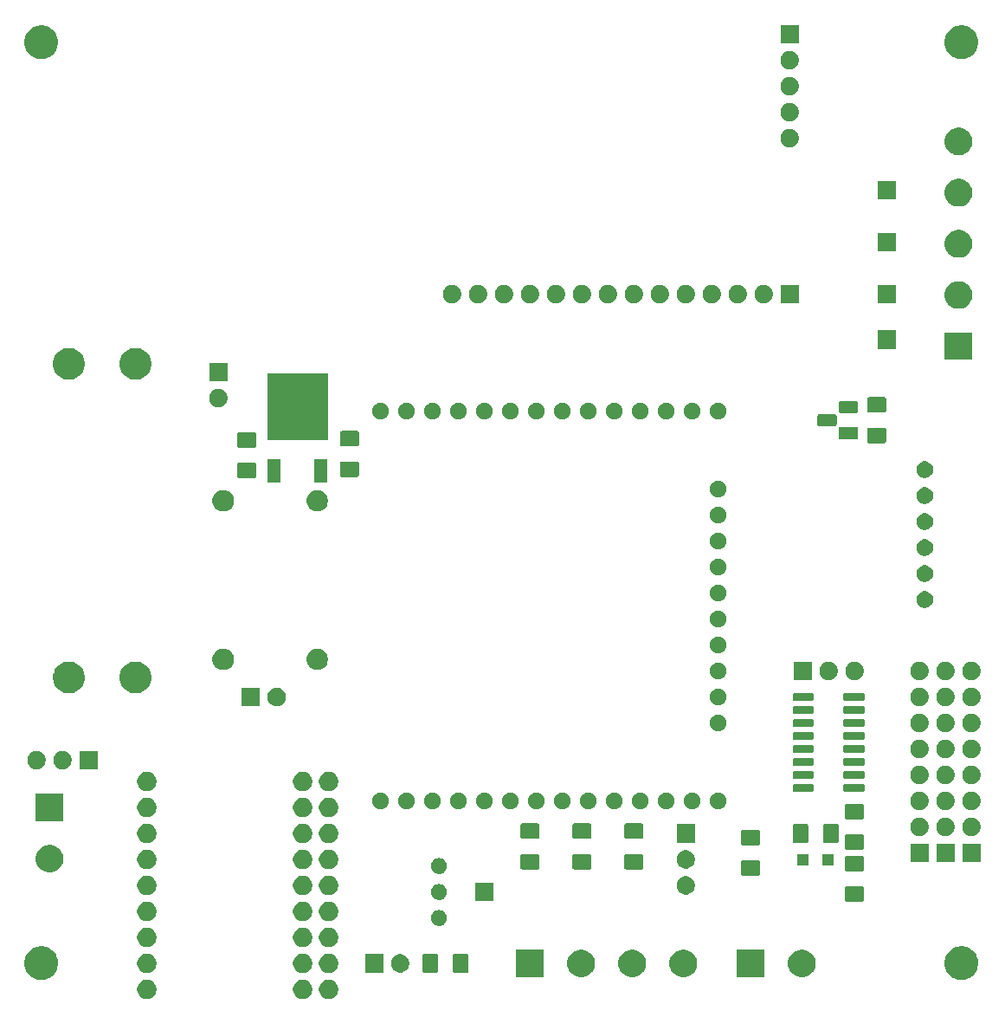
<source format=gbr>
G04 #@! TF.GenerationSoftware,KiCad,Pcbnew,5.1.5-52549c5~84~ubuntu18.04.1*
G04 #@! TF.CreationDate,2020-03-18T13:31:03+01:00*
G04 #@! TF.ProjectId,pcb_loadcell-dev,7063625f-6c6f-4616-9463-656c6c2d6465,rev?*
G04 #@! TF.SameCoordinates,Original*
G04 #@! TF.FileFunction,Soldermask,Top*
G04 #@! TF.FilePolarity,Negative*
%FSLAX46Y46*%
G04 Gerber Fmt 4.6, Leading zero omitted, Abs format (unit mm)*
G04 Created by KiCad (PCBNEW 5.1.5-52549c5~84~ubuntu18.04.1) date 2020-03-18 13:31:03*
%MOMM*%
%LPD*%
G04 APERTURE LIST*
%ADD10C,0.100000*%
G04 APERTURE END LIST*
D10*
G36*
X74572395Y-168630546D02*
G01*
X74745466Y-168702234D01*
X74745467Y-168702235D01*
X74901227Y-168806310D01*
X75033690Y-168938773D01*
X75033691Y-168938775D01*
X75137766Y-169094534D01*
X75209454Y-169267605D01*
X75246000Y-169451333D01*
X75246000Y-169638667D01*
X75209454Y-169822395D01*
X75137766Y-169995466D01*
X75137765Y-169995467D01*
X75033690Y-170151227D01*
X74901227Y-170283690D01*
X74822818Y-170336081D01*
X74745466Y-170387766D01*
X74572395Y-170459454D01*
X74388667Y-170496000D01*
X74201333Y-170496000D01*
X74017605Y-170459454D01*
X73844534Y-170387766D01*
X73767182Y-170336081D01*
X73688773Y-170283690D01*
X73556310Y-170151227D01*
X73452235Y-169995467D01*
X73452234Y-169995466D01*
X73380546Y-169822395D01*
X73344000Y-169638667D01*
X73344000Y-169451333D01*
X73380546Y-169267605D01*
X73452234Y-169094534D01*
X73556309Y-168938775D01*
X73556310Y-168938773D01*
X73688773Y-168806310D01*
X73844533Y-168702235D01*
X73844534Y-168702234D01*
X74017605Y-168630546D01*
X74201333Y-168594000D01*
X74388667Y-168594000D01*
X74572395Y-168630546D01*
G37*
G36*
X72032395Y-168630546D02*
G01*
X72205466Y-168702234D01*
X72205467Y-168702235D01*
X72361227Y-168806310D01*
X72493690Y-168938773D01*
X72493691Y-168938775D01*
X72597766Y-169094534D01*
X72669454Y-169267605D01*
X72706000Y-169451333D01*
X72706000Y-169638667D01*
X72669454Y-169822395D01*
X72597766Y-169995466D01*
X72597765Y-169995467D01*
X72493690Y-170151227D01*
X72361227Y-170283690D01*
X72282818Y-170336081D01*
X72205466Y-170387766D01*
X72032395Y-170459454D01*
X71848667Y-170496000D01*
X71661333Y-170496000D01*
X71477605Y-170459454D01*
X71304534Y-170387766D01*
X71227182Y-170336081D01*
X71148773Y-170283690D01*
X71016310Y-170151227D01*
X70912235Y-169995467D01*
X70912234Y-169995466D01*
X70840546Y-169822395D01*
X70804000Y-169638667D01*
X70804000Y-169451333D01*
X70840546Y-169267605D01*
X70912234Y-169094534D01*
X71016309Y-168938775D01*
X71016310Y-168938773D01*
X71148773Y-168806310D01*
X71304533Y-168702235D01*
X71304534Y-168702234D01*
X71477605Y-168630546D01*
X71661333Y-168594000D01*
X71848667Y-168594000D01*
X72032395Y-168630546D01*
G37*
G36*
X56792395Y-168630546D02*
G01*
X56965466Y-168702234D01*
X56965467Y-168702235D01*
X57121227Y-168806310D01*
X57253690Y-168938773D01*
X57253691Y-168938775D01*
X57357766Y-169094534D01*
X57429454Y-169267605D01*
X57466000Y-169451333D01*
X57466000Y-169638667D01*
X57429454Y-169822395D01*
X57357766Y-169995466D01*
X57357765Y-169995467D01*
X57253690Y-170151227D01*
X57121227Y-170283690D01*
X57042818Y-170336081D01*
X56965466Y-170387766D01*
X56792395Y-170459454D01*
X56608667Y-170496000D01*
X56421333Y-170496000D01*
X56237605Y-170459454D01*
X56064534Y-170387766D01*
X55987182Y-170336081D01*
X55908773Y-170283690D01*
X55776310Y-170151227D01*
X55672235Y-169995467D01*
X55672234Y-169995466D01*
X55600546Y-169822395D01*
X55564000Y-169638667D01*
X55564000Y-169451333D01*
X55600546Y-169267605D01*
X55672234Y-169094534D01*
X55776309Y-168938775D01*
X55776310Y-168938773D01*
X55908773Y-168806310D01*
X56064533Y-168702235D01*
X56064534Y-168702234D01*
X56237605Y-168630546D01*
X56421333Y-168594000D01*
X56608667Y-168594000D01*
X56792395Y-168630546D01*
G37*
G36*
X136565256Y-165371298D02*
G01*
X136671579Y-165392447D01*
X136972042Y-165516903D01*
X137242451Y-165697585D01*
X137472415Y-165927549D01*
X137650799Y-166194519D01*
X137653098Y-166197960D01*
X137672324Y-166244376D01*
X137777553Y-166498421D01*
X137793425Y-166578216D01*
X137826042Y-166742189D01*
X137841000Y-166817391D01*
X137841000Y-167142609D01*
X137777553Y-167461579D01*
X137701603Y-167644939D01*
X137676786Y-167704853D01*
X137653097Y-167762042D01*
X137472415Y-168032451D01*
X137242451Y-168262415D01*
X136972042Y-168443097D01*
X136671579Y-168567553D01*
X136565256Y-168588702D01*
X136352611Y-168631000D01*
X136027389Y-168631000D01*
X135814744Y-168588702D01*
X135708421Y-168567553D01*
X135407958Y-168443097D01*
X135137549Y-168262415D01*
X134907585Y-168032451D01*
X134726903Y-167762042D01*
X134703215Y-167704853D01*
X134678397Y-167644939D01*
X134602447Y-167461579D01*
X134539000Y-167142609D01*
X134539000Y-166817391D01*
X134553959Y-166742189D01*
X134586575Y-166578216D01*
X134602447Y-166498421D01*
X134707676Y-166244376D01*
X134726902Y-166197960D01*
X134729201Y-166194519D01*
X134907585Y-165927549D01*
X135137549Y-165697585D01*
X135407958Y-165516903D01*
X135708421Y-165392447D01*
X135814744Y-165371298D01*
X136027389Y-165329000D01*
X136352611Y-165329000D01*
X136565256Y-165371298D01*
G37*
G36*
X46565256Y-165371298D02*
G01*
X46671579Y-165392447D01*
X46972042Y-165516903D01*
X47242451Y-165697585D01*
X47472415Y-165927549D01*
X47650799Y-166194519D01*
X47653098Y-166197960D01*
X47672324Y-166244376D01*
X47777553Y-166498421D01*
X47793425Y-166578216D01*
X47826042Y-166742189D01*
X47841000Y-166817391D01*
X47841000Y-167142609D01*
X47777553Y-167461579D01*
X47701603Y-167644939D01*
X47676786Y-167704853D01*
X47653097Y-167762042D01*
X47472415Y-168032451D01*
X47242451Y-168262415D01*
X46972042Y-168443097D01*
X46671579Y-168567553D01*
X46565256Y-168588702D01*
X46352611Y-168631000D01*
X46027389Y-168631000D01*
X45814744Y-168588702D01*
X45708421Y-168567553D01*
X45407958Y-168443097D01*
X45137549Y-168262415D01*
X44907585Y-168032451D01*
X44726903Y-167762042D01*
X44703215Y-167704853D01*
X44678397Y-167644939D01*
X44602447Y-167461579D01*
X44539000Y-167142609D01*
X44539000Y-166817391D01*
X44553959Y-166742189D01*
X44586575Y-166578216D01*
X44602447Y-166498421D01*
X44707676Y-166244376D01*
X44726902Y-166197960D01*
X44729201Y-166194519D01*
X44907585Y-165927549D01*
X45137549Y-165697585D01*
X45407958Y-165516903D01*
X45708421Y-165392447D01*
X45814744Y-165371298D01*
X46027389Y-165329000D01*
X46352611Y-165329000D01*
X46565256Y-165371298D01*
G37*
G36*
X120922174Y-165697584D02*
G01*
X120964072Y-165705918D01*
X121209939Y-165807759D01*
X121321328Y-165882187D01*
X121431211Y-165955609D01*
X121619391Y-166143789D01*
X121631716Y-166162235D01*
X121755103Y-166346895D01*
X121767242Y-166365063D01*
X121869082Y-166610928D01*
X121921000Y-166871937D01*
X121921000Y-167138063D01*
X121869082Y-167399072D01*
X121794408Y-167579353D01*
X121767241Y-167644939D01*
X121692813Y-167756328D01*
X121631716Y-167847766D01*
X121619390Y-167866212D01*
X121431212Y-168054390D01*
X121209939Y-168202241D01*
X121209938Y-168202242D01*
X121209937Y-168202242D01*
X120964072Y-168304082D01*
X120703063Y-168356000D01*
X120436937Y-168356000D01*
X120175928Y-168304082D01*
X119930063Y-168202242D01*
X119930062Y-168202242D01*
X119930061Y-168202241D01*
X119708788Y-168054390D01*
X119520610Y-167866212D01*
X119508285Y-167847766D01*
X119447187Y-167756328D01*
X119372759Y-167644939D01*
X119345593Y-167579353D01*
X119270918Y-167399072D01*
X119219000Y-167138063D01*
X119219000Y-166871937D01*
X119270918Y-166610928D01*
X119372758Y-166365063D01*
X119384898Y-166346895D01*
X119508284Y-166162235D01*
X119520609Y-166143789D01*
X119708789Y-165955609D01*
X119818672Y-165882187D01*
X119930061Y-165807759D01*
X120175928Y-165705918D01*
X120217826Y-165697584D01*
X120436937Y-165654000D01*
X120703063Y-165654000D01*
X120922174Y-165697584D01*
G37*
G36*
X116921000Y-168356000D02*
G01*
X114219000Y-168356000D01*
X114219000Y-165654000D01*
X116921000Y-165654000D01*
X116921000Y-168356000D01*
G37*
G36*
X95331000Y-168356000D02*
G01*
X92629000Y-168356000D01*
X92629000Y-165654000D01*
X95331000Y-165654000D01*
X95331000Y-168356000D01*
G37*
G36*
X104332174Y-165697584D02*
G01*
X104374072Y-165705918D01*
X104619939Y-165807759D01*
X104731328Y-165882187D01*
X104841211Y-165955609D01*
X105029391Y-166143789D01*
X105041716Y-166162235D01*
X105165103Y-166346895D01*
X105177242Y-166365063D01*
X105279082Y-166610928D01*
X105331000Y-166871937D01*
X105331000Y-167138063D01*
X105279082Y-167399072D01*
X105204408Y-167579353D01*
X105177241Y-167644939D01*
X105102813Y-167756328D01*
X105041716Y-167847766D01*
X105029390Y-167866212D01*
X104841212Y-168054390D01*
X104619939Y-168202241D01*
X104619938Y-168202242D01*
X104619937Y-168202242D01*
X104374072Y-168304082D01*
X104113063Y-168356000D01*
X103846937Y-168356000D01*
X103585928Y-168304082D01*
X103340063Y-168202242D01*
X103340062Y-168202242D01*
X103340061Y-168202241D01*
X103118788Y-168054390D01*
X102930610Y-167866212D01*
X102918285Y-167847766D01*
X102857187Y-167756328D01*
X102782759Y-167644939D01*
X102755593Y-167579353D01*
X102680918Y-167399072D01*
X102629000Y-167138063D01*
X102629000Y-166871937D01*
X102680918Y-166610928D01*
X102782758Y-166365063D01*
X102794898Y-166346895D01*
X102918284Y-166162235D01*
X102930609Y-166143789D01*
X103118789Y-165955609D01*
X103228672Y-165882187D01*
X103340061Y-165807759D01*
X103585928Y-165705918D01*
X103627826Y-165697584D01*
X103846937Y-165654000D01*
X104113063Y-165654000D01*
X104332174Y-165697584D01*
G37*
G36*
X109332174Y-165697584D02*
G01*
X109374072Y-165705918D01*
X109619939Y-165807759D01*
X109731328Y-165882187D01*
X109841211Y-165955609D01*
X110029391Y-166143789D01*
X110041716Y-166162235D01*
X110165103Y-166346895D01*
X110177242Y-166365063D01*
X110279082Y-166610928D01*
X110331000Y-166871937D01*
X110331000Y-167138063D01*
X110279082Y-167399072D01*
X110204408Y-167579353D01*
X110177241Y-167644939D01*
X110102813Y-167756328D01*
X110041716Y-167847766D01*
X110029390Y-167866212D01*
X109841212Y-168054390D01*
X109619939Y-168202241D01*
X109619938Y-168202242D01*
X109619937Y-168202242D01*
X109374072Y-168304082D01*
X109113063Y-168356000D01*
X108846937Y-168356000D01*
X108585928Y-168304082D01*
X108340063Y-168202242D01*
X108340062Y-168202242D01*
X108340061Y-168202241D01*
X108118788Y-168054390D01*
X107930610Y-167866212D01*
X107918285Y-167847766D01*
X107857187Y-167756328D01*
X107782759Y-167644939D01*
X107755593Y-167579353D01*
X107680918Y-167399072D01*
X107629000Y-167138063D01*
X107629000Y-166871937D01*
X107680918Y-166610928D01*
X107782758Y-166365063D01*
X107794898Y-166346895D01*
X107918284Y-166162235D01*
X107930609Y-166143789D01*
X108118789Y-165955609D01*
X108228672Y-165882187D01*
X108340061Y-165807759D01*
X108585928Y-165705918D01*
X108627826Y-165697584D01*
X108846937Y-165654000D01*
X109113063Y-165654000D01*
X109332174Y-165697584D01*
G37*
G36*
X99332174Y-165697584D02*
G01*
X99374072Y-165705918D01*
X99619939Y-165807759D01*
X99731328Y-165882187D01*
X99841211Y-165955609D01*
X100029391Y-166143789D01*
X100041716Y-166162235D01*
X100165103Y-166346895D01*
X100177242Y-166365063D01*
X100279082Y-166610928D01*
X100331000Y-166871937D01*
X100331000Y-167138063D01*
X100279082Y-167399072D01*
X100204408Y-167579353D01*
X100177241Y-167644939D01*
X100102813Y-167756328D01*
X100041716Y-167847766D01*
X100029390Y-167866212D01*
X99841212Y-168054390D01*
X99619939Y-168202241D01*
X99619938Y-168202242D01*
X99619937Y-168202242D01*
X99374072Y-168304082D01*
X99113063Y-168356000D01*
X98846937Y-168356000D01*
X98585928Y-168304082D01*
X98340063Y-168202242D01*
X98340062Y-168202242D01*
X98340061Y-168202241D01*
X98118788Y-168054390D01*
X97930610Y-167866212D01*
X97918285Y-167847766D01*
X97857187Y-167756328D01*
X97782759Y-167644939D01*
X97755593Y-167579353D01*
X97680918Y-167399072D01*
X97629000Y-167138063D01*
X97629000Y-166871937D01*
X97680918Y-166610928D01*
X97782758Y-166365063D01*
X97794898Y-166346895D01*
X97918284Y-166162235D01*
X97930609Y-166143789D01*
X98118789Y-165955609D01*
X98228672Y-165882187D01*
X98340061Y-165807759D01*
X98585928Y-165705918D01*
X98627826Y-165697584D01*
X98846937Y-165654000D01*
X99113063Y-165654000D01*
X99332174Y-165697584D01*
G37*
G36*
X72032395Y-166090546D02*
G01*
X72205466Y-166162234D01*
X72205467Y-166162235D01*
X72361227Y-166266310D01*
X72493690Y-166398773D01*
X72493691Y-166398775D01*
X72597766Y-166554534D01*
X72669454Y-166727605D01*
X72706000Y-166911333D01*
X72706000Y-167098667D01*
X72669454Y-167282395D01*
X72597766Y-167455466D01*
X72597765Y-167455467D01*
X72493690Y-167611227D01*
X72361227Y-167743690D01*
X72333764Y-167762040D01*
X72205466Y-167847766D01*
X72032395Y-167919454D01*
X71848667Y-167956000D01*
X71661333Y-167956000D01*
X71477605Y-167919454D01*
X71304534Y-167847766D01*
X71176236Y-167762040D01*
X71148773Y-167743690D01*
X71016310Y-167611227D01*
X70912235Y-167455467D01*
X70912234Y-167455466D01*
X70840546Y-167282395D01*
X70804000Y-167098667D01*
X70804000Y-166911333D01*
X70840546Y-166727605D01*
X70912234Y-166554534D01*
X71016309Y-166398775D01*
X71016310Y-166398773D01*
X71148773Y-166266310D01*
X71304533Y-166162235D01*
X71304534Y-166162234D01*
X71477605Y-166090546D01*
X71661333Y-166054000D01*
X71848667Y-166054000D01*
X72032395Y-166090546D01*
G37*
G36*
X56792395Y-166090546D02*
G01*
X56965466Y-166162234D01*
X56965467Y-166162235D01*
X57121227Y-166266310D01*
X57253690Y-166398773D01*
X57253691Y-166398775D01*
X57357766Y-166554534D01*
X57429454Y-166727605D01*
X57466000Y-166911333D01*
X57466000Y-167098667D01*
X57429454Y-167282395D01*
X57357766Y-167455466D01*
X57357765Y-167455467D01*
X57253690Y-167611227D01*
X57121227Y-167743690D01*
X57093764Y-167762040D01*
X56965466Y-167847766D01*
X56792395Y-167919454D01*
X56608667Y-167956000D01*
X56421333Y-167956000D01*
X56237605Y-167919454D01*
X56064534Y-167847766D01*
X55936236Y-167762040D01*
X55908773Y-167743690D01*
X55776310Y-167611227D01*
X55672235Y-167455467D01*
X55672234Y-167455466D01*
X55600546Y-167282395D01*
X55564000Y-167098667D01*
X55564000Y-166911333D01*
X55600546Y-166727605D01*
X55672234Y-166554534D01*
X55776309Y-166398775D01*
X55776310Y-166398773D01*
X55908773Y-166266310D01*
X56064533Y-166162235D01*
X56064534Y-166162234D01*
X56237605Y-166090546D01*
X56421333Y-166054000D01*
X56608667Y-166054000D01*
X56792395Y-166090546D01*
G37*
G36*
X74572395Y-166090546D02*
G01*
X74745466Y-166162234D01*
X74745467Y-166162235D01*
X74901227Y-166266310D01*
X75033690Y-166398773D01*
X75033691Y-166398775D01*
X75137766Y-166554534D01*
X75209454Y-166727605D01*
X75246000Y-166911333D01*
X75246000Y-167098667D01*
X75209454Y-167282395D01*
X75137766Y-167455466D01*
X75137765Y-167455467D01*
X75033690Y-167611227D01*
X74901227Y-167743690D01*
X74873764Y-167762040D01*
X74745466Y-167847766D01*
X74572395Y-167919454D01*
X74388667Y-167956000D01*
X74201333Y-167956000D01*
X74017605Y-167919454D01*
X73844534Y-167847766D01*
X73716236Y-167762040D01*
X73688773Y-167743690D01*
X73556310Y-167611227D01*
X73452235Y-167455467D01*
X73452234Y-167455466D01*
X73380546Y-167282395D01*
X73344000Y-167098667D01*
X73344000Y-166911333D01*
X73380546Y-166727605D01*
X73452234Y-166554534D01*
X73556309Y-166398775D01*
X73556310Y-166398773D01*
X73688773Y-166266310D01*
X73844533Y-166162235D01*
X73844534Y-166162234D01*
X74017605Y-166090546D01*
X74201333Y-166054000D01*
X74388667Y-166054000D01*
X74572395Y-166090546D01*
G37*
G36*
X84850562Y-166083181D02*
G01*
X84885481Y-166093774D01*
X84917663Y-166110976D01*
X84945873Y-166134127D01*
X84969024Y-166162337D01*
X84986226Y-166194519D01*
X84996819Y-166229438D01*
X85001000Y-166271895D01*
X85001000Y-167738105D01*
X84996819Y-167780562D01*
X84986226Y-167815481D01*
X84969024Y-167847663D01*
X84945873Y-167875873D01*
X84917663Y-167899024D01*
X84885481Y-167916226D01*
X84850562Y-167926819D01*
X84808105Y-167931000D01*
X83666895Y-167931000D01*
X83624438Y-167926819D01*
X83589519Y-167916226D01*
X83557337Y-167899024D01*
X83529127Y-167875873D01*
X83505976Y-167847663D01*
X83488774Y-167815481D01*
X83478181Y-167780562D01*
X83474000Y-167738105D01*
X83474000Y-166271895D01*
X83478181Y-166229438D01*
X83488774Y-166194519D01*
X83505976Y-166162337D01*
X83529127Y-166134127D01*
X83557337Y-166110976D01*
X83589519Y-166093774D01*
X83624438Y-166083181D01*
X83666895Y-166079000D01*
X84808105Y-166079000D01*
X84850562Y-166083181D01*
G37*
G36*
X87825562Y-166083181D02*
G01*
X87860481Y-166093774D01*
X87892663Y-166110976D01*
X87920873Y-166134127D01*
X87944024Y-166162337D01*
X87961226Y-166194519D01*
X87971819Y-166229438D01*
X87976000Y-166271895D01*
X87976000Y-167738105D01*
X87971819Y-167780562D01*
X87961226Y-167815481D01*
X87944024Y-167847663D01*
X87920873Y-167875873D01*
X87892663Y-167899024D01*
X87860481Y-167916226D01*
X87825562Y-167926819D01*
X87783105Y-167931000D01*
X86641895Y-167931000D01*
X86599438Y-167926819D01*
X86564519Y-167916226D01*
X86532337Y-167899024D01*
X86504127Y-167875873D01*
X86480976Y-167847663D01*
X86463774Y-167815481D01*
X86453181Y-167780562D01*
X86449000Y-167738105D01*
X86449000Y-166271895D01*
X86453181Y-166229438D01*
X86463774Y-166194519D01*
X86480976Y-166162337D01*
X86504127Y-166134127D01*
X86532337Y-166110976D01*
X86564519Y-166093774D01*
X86599438Y-166083181D01*
X86641895Y-166079000D01*
X87783105Y-166079000D01*
X87825562Y-166083181D01*
G37*
G36*
X81393512Y-166108927D02*
G01*
X81542812Y-166138624D01*
X81706784Y-166206544D01*
X81854354Y-166305147D01*
X81979853Y-166430646D01*
X82078456Y-166578216D01*
X82146376Y-166742188D01*
X82181000Y-166916259D01*
X82181000Y-167093741D01*
X82146376Y-167267812D01*
X82078456Y-167431784D01*
X81979853Y-167579354D01*
X81854354Y-167704853D01*
X81706784Y-167803456D01*
X81542812Y-167871376D01*
X81393512Y-167901073D01*
X81368742Y-167906000D01*
X81191258Y-167906000D01*
X81166488Y-167901073D01*
X81017188Y-167871376D01*
X80853216Y-167803456D01*
X80705646Y-167704853D01*
X80580147Y-167579354D01*
X80481544Y-167431784D01*
X80413624Y-167267812D01*
X80379000Y-167093741D01*
X80379000Y-166916259D01*
X80413624Y-166742188D01*
X80481544Y-166578216D01*
X80580147Y-166430646D01*
X80705646Y-166305147D01*
X80853216Y-166206544D01*
X81017188Y-166138624D01*
X81166488Y-166108927D01*
X81191258Y-166104000D01*
X81368742Y-166104000D01*
X81393512Y-166108927D01*
G37*
G36*
X79641000Y-167906000D02*
G01*
X77839000Y-167906000D01*
X77839000Y-166104000D01*
X79641000Y-166104000D01*
X79641000Y-167906000D01*
G37*
G36*
X56792395Y-163550546D02*
G01*
X56965466Y-163622234D01*
X56965467Y-163622235D01*
X57121227Y-163726310D01*
X57253690Y-163858773D01*
X57253691Y-163858775D01*
X57357766Y-164014534D01*
X57429454Y-164187605D01*
X57466000Y-164371333D01*
X57466000Y-164558667D01*
X57429454Y-164742395D01*
X57357766Y-164915466D01*
X57357765Y-164915467D01*
X57253690Y-165071227D01*
X57121227Y-165203690D01*
X57042818Y-165256081D01*
X56965466Y-165307766D01*
X56792395Y-165379454D01*
X56608667Y-165416000D01*
X56421333Y-165416000D01*
X56237605Y-165379454D01*
X56064534Y-165307766D01*
X55987182Y-165256081D01*
X55908773Y-165203690D01*
X55776310Y-165071227D01*
X55672235Y-164915467D01*
X55672234Y-164915466D01*
X55600546Y-164742395D01*
X55564000Y-164558667D01*
X55564000Y-164371333D01*
X55600546Y-164187605D01*
X55672234Y-164014534D01*
X55776309Y-163858775D01*
X55776310Y-163858773D01*
X55908773Y-163726310D01*
X56064533Y-163622235D01*
X56064534Y-163622234D01*
X56237605Y-163550546D01*
X56421333Y-163514000D01*
X56608667Y-163514000D01*
X56792395Y-163550546D01*
G37*
G36*
X72032395Y-163550546D02*
G01*
X72205466Y-163622234D01*
X72205467Y-163622235D01*
X72361227Y-163726310D01*
X72493690Y-163858773D01*
X72493691Y-163858775D01*
X72597766Y-164014534D01*
X72669454Y-164187605D01*
X72706000Y-164371333D01*
X72706000Y-164558667D01*
X72669454Y-164742395D01*
X72597766Y-164915466D01*
X72597765Y-164915467D01*
X72493690Y-165071227D01*
X72361227Y-165203690D01*
X72282818Y-165256081D01*
X72205466Y-165307766D01*
X72032395Y-165379454D01*
X71848667Y-165416000D01*
X71661333Y-165416000D01*
X71477605Y-165379454D01*
X71304534Y-165307766D01*
X71227182Y-165256081D01*
X71148773Y-165203690D01*
X71016310Y-165071227D01*
X70912235Y-164915467D01*
X70912234Y-164915466D01*
X70840546Y-164742395D01*
X70804000Y-164558667D01*
X70804000Y-164371333D01*
X70840546Y-164187605D01*
X70912234Y-164014534D01*
X71016309Y-163858775D01*
X71016310Y-163858773D01*
X71148773Y-163726310D01*
X71304533Y-163622235D01*
X71304534Y-163622234D01*
X71477605Y-163550546D01*
X71661333Y-163514000D01*
X71848667Y-163514000D01*
X72032395Y-163550546D01*
G37*
G36*
X74572395Y-163550546D02*
G01*
X74745466Y-163622234D01*
X74745467Y-163622235D01*
X74901227Y-163726310D01*
X75033690Y-163858773D01*
X75033691Y-163858775D01*
X75137766Y-164014534D01*
X75209454Y-164187605D01*
X75246000Y-164371333D01*
X75246000Y-164558667D01*
X75209454Y-164742395D01*
X75137766Y-164915466D01*
X75137765Y-164915467D01*
X75033690Y-165071227D01*
X74901227Y-165203690D01*
X74822818Y-165256081D01*
X74745466Y-165307766D01*
X74572395Y-165379454D01*
X74388667Y-165416000D01*
X74201333Y-165416000D01*
X74017605Y-165379454D01*
X73844534Y-165307766D01*
X73767182Y-165256081D01*
X73688773Y-165203690D01*
X73556310Y-165071227D01*
X73452235Y-164915467D01*
X73452234Y-164915466D01*
X73380546Y-164742395D01*
X73344000Y-164558667D01*
X73344000Y-164371333D01*
X73380546Y-164187605D01*
X73452234Y-164014534D01*
X73556309Y-163858775D01*
X73556310Y-163858773D01*
X73688773Y-163726310D01*
X73844533Y-163622235D01*
X73844534Y-163622234D01*
X74017605Y-163550546D01*
X74201333Y-163514000D01*
X74388667Y-163514000D01*
X74572395Y-163550546D01*
G37*
G36*
X85215589Y-161798876D02*
G01*
X85314893Y-161818629D01*
X85455206Y-161876748D01*
X85581484Y-161961125D01*
X85688875Y-162068516D01*
X85773252Y-162194794D01*
X85831371Y-162335107D01*
X85831371Y-162335109D01*
X85861000Y-162484062D01*
X85861000Y-162635938D01*
X85851124Y-162685589D01*
X85831371Y-162784893D01*
X85773252Y-162925206D01*
X85688875Y-163051484D01*
X85581484Y-163158875D01*
X85455206Y-163243252D01*
X85314893Y-163301371D01*
X85215589Y-163321124D01*
X85165938Y-163331000D01*
X85014062Y-163331000D01*
X84964411Y-163321124D01*
X84865107Y-163301371D01*
X84724794Y-163243252D01*
X84598516Y-163158875D01*
X84491125Y-163051484D01*
X84406748Y-162925206D01*
X84348629Y-162784893D01*
X84328876Y-162685589D01*
X84319000Y-162635938D01*
X84319000Y-162484062D01*
X84348629Y-162335109D01*
X84348629Y-162335107D01*
X84406748Y-162194794D01*
X84491125Y-162068516D01*
X84598516Y-161961125D01*
X84724794Y-161876748D01*
X84865107Y-161818629D01*
X84964411Y-161798876D01*
X85014062Y-161789000D01*
X85165938Y-161789000D01*
X85215589Y-161798876D01*
G37*
G36*
X72032395Y-161010546D02*
G01*
X72205466Y-161082234D01*
X72205467Y-161082235D01*
X72361227Y-161186310D01*
X72493690Y-161318773D01*
X72493691Y-161318775D01*
X72597766Y-161474534D01*
X72669454Y-161647605D01*
X72706000Y-161831333D01*
X72706000Y-162018667D01*
X72669454Y-162202395D01*
X72597766Y-162375466D01*
X72597765Y-162375467D01*
X72493690Y-162531227D01*
X72361227Y-162663690D01*
X72282818Y-162716081D01*
X72205466Y-162767766D01*
X72032395Y-162839454D01*
X71848667Y-162876000D01*
X71661333Y-162876000D01*
X71477605Y-162839454D01*
X71304534Y-162767766D01*
X71227182Y-162716081D01*
X71148773Y-162663690D01*
X71016310Y-162531227D01*
X70912235Y-162375467D01*
X70912234Y-162375466D01*
X70840546Y-162202395D01*
X70804000Y-162018667D01*
X70804000Y-161831333D01*
X70840546Y-161647605D01*
X70912234Y-161474534D01*
X71016309Y-161318775D01*
X71016310Y-161318773D01*
X71148773Y-161186310D01*
X71304533Y-161082235D01*
X71304534Y-161082234D01*
X71477605Y-161010546D01*
X71661333Y-160974000D01*
X71848667Y-160974000D01*
X72032395Y-161010546D01*
G37*
G36*
X56792395Y-161010546D02*
G01*
X56965466Y-161082234D01*
X56965467Y-161082235D01*
X57121227Y-161186310D01*
X57253690Y-161318773D01*
X57253691Y-161318775D01*
X57357766Y-161474534D01*
X57429454Y-161647605D01*
X57466000Y-161831333D01*
X57466000Y-162018667D01*
X57429454Y-162202395D01*
X57357766Y-162375466D01*
X57357765Y-162375467D01*
X57253690Y-162531227D01*
X57121227Y-162663690D01*
X57042818Y-162716081D01*
X56965466Y-162767766D01*
X56792395Y-162839454D01*
X56608667Y-162876000D01*
X56421333Y-162876000D01*
X56237605Y-162839454D01*
X56064534Y-162767766D01*
X55987182Y-162716081D01*
X55908773Y-162663690D01*
X55776310Y-162531227D01*
X55672235Y-162375467D01*
X55672234Y-162375466D01*
X55600546Y-162202395D01*
X55564000Y-162018667D01*
X55564000Y-161831333D01*
X55600546Y-161647605D01*
X55672234Y-161474534D01*
X55776309Y-161318775D01*
X55776310Y-161318773D01*
X55908773Y-161186310D01*
X56064533Y-161082235D01*
X56064534Y-161082234D01*
X56237605Y-161010546D01*
X56421333Y-160974000D01*
X56608667Y-160974000D01*
X56792395Y-161010546D01*
G37*
G36*
X74572395Y-161010546D02*
G01*
X74745466Y-161082234D01*
X74745467Y-161082235D01*
X74901227Y-161186310D01*
X75033690Y-161318773D01*
X75033691Y-161318775D01*
X75137766Y-161474534D01*
X75209454Y-161647605D01*
X75246000Y-161831333D01*
X75246000Y-162018667D01*
X75209454Y-162202395D01*
X75137766Y-162375466D01*
X75137765Y-162375467D01*
X75033690Y-162531227D01*
X74901227Y-162663690D01*
X74822818Y-162716081D01*
X74745466Y-162767766D01*
X74572395Y-162839454D01*
X74388667Y-162876000D01*
X74201333Y-162876000D01*
X74017605Y-162839454D01*
X73844534Y-162767766D01*
X73767182Y-162716081D01*
X73688773Y-162663690D01*
X73556310Y-162531227D01*
X73452235Y-162375467D01*
X73452234Y-162375466D01*
X73380546Y-162202395D01*
X73344000Y-162018667D01*
X73344000Y-161831333D01*
X73380546Y-161647605D01*
X73452234Y-161474534D01*
X73556309Y-161318775D01*
X73556310Y-161318773D01*
X73688773Y-161186310D01*
X73844533Y-161082235D01*
X73844534Y-161082234D01*
X74017605Y-161010546D01*
X74201333Y-160974000D01*
X74388667Y-160974000D01*
X74572395Y-161010546D01*
G37*
G36*
X126505562Y-159478181D02*
G01*
X126540481Y-159488774D01*
X126572663Y-159505976D01*
X126600873Y-159529127D01*
X126624024Y-159557337D01*
X126641226Y-159589519D01*
X126651819Y-159624438D01*
X126656000Y-159666895D01*
X126656000Y-160808105D01*
X126651819Y-160850562D01*
X126641226Y-160885481D01*
X126624024Y-160917663D01*
X126600873Y-160945873D01*
X126572663Y-160969024D01*
X126540481Y-160986226D01*
X126505562Y-160996819D01*
X126463105Y-161001000D01*
X124996895Y-161001000D01*
X124954438Y-160996819D01*
X124919519Y-160986226D01*
X124887337Y-160969024D01*
X124859127Y-160945873D01*
X124835976Y-160917663D01*
X124818774Y-160885481D01*
X124808181Y-160850562D01*
X124804000Y-160808105D01*
X124804000Y-159666895D01*
X124808181Y-159624438D01*
X124818774Y-159589519D01*
X124835976Y-159557337D01*
X124859127Y-159529127D01*
X124887337Y-159505976D01*
X124919519Y-159488774D01*
X124954438Y-159478181D01*
X124996895Y-159474000D01*
X126463105Y-159474000D01*
X126505562Y-159478181D01*
G37*
G36*
X90436000Y-160921000D02*
G01*
X88634000Y-160921000D01*
X88634000Y-159119000D01*
X90436000Y-159119000D01*
X90436000Y-160921000D01*
G37*
G36*
X85215589Y-159258876D02*
G01*
X85314893Y-159278629D01*
X85455206Y-159336748D01*
X85581484Y-159421125D01*
X85688875Y-159528516D01*
X85773252Y-159654794D01*
X85831371Y-159795107D01*
X85831371Y-159795109D01*
X85861000Y-159944062D01*
X85861000Y-160095938D01*
X85851124Y-160145589D01*
X85831371Y-160244893D01*
X85773252Y-160385206D01*
X85688875Y-160511484D01*
X85581484Y-160618875D01*
X85455206Y-160703252D01*
X85314893Y-160761371D01*
X85215589Y-160781124D01*
X85165938Y-160791000D01*
X85014062Y-160791000D01*
X84964411Y-160781124D01*
X84865107Y-160761371D01*
X84724794Y-160703252D01*
X84598516Y-160618875D01*
X84491125Y-160511484D01*
X84406748Y-160385206D01*
X84348629Y-160244893D01*
X84328876Y-160145589D01*
X84319000Y-160095938D01*
X84319000Y-159944062D01*
X84348629Y-159795109D01*
X84348629Y-159795107D01*
X84406748Y-159654794D01*
X84491125Y-159528516D01*
X84598516Y-159421125D01*
X84724794Y-159336748D01*
X84865107Y-159278629D01*
X84964411Y-159258876D01*
X85014062Y-159249000D01*
X85165938Y-159249000D01*
X85215589Y-159258876D01*
G37*
G36*
X74572395Y-158470546D02*
G01*
X74745466Y-158542234D01*
X74745467Y-158542235D01*
X74901227Y-158646310D01*
X75033690Y-158778773D01*
X75033691Y-158778775D01*
X75137766Y-158934534D01*
X75209454Y-159107605D01*
X75246000Y-159291333D01*
X75246000Y-159478667D01*
X75209454Y-159662395D01*
X75137766Y-159835466D01*
X75137765Y-159835467D01*
X75033690Y-159991227D01*
X74901227Y-160123690D01*
X74822818Y-160176081D01*
X74745466Y-160227766D01*
X74572395Y-160299454D01*
X74388667Y-160336000D01*
X74201333Y-160336000D01*
X74017605Y-160299454D01*
X73844534Y-160227766D01*
X73767182Y-160176081D01*
X73688773Y-160123690D01*
X73556310Y-159991227D01*
X73452235Y-159835467D01*
X73452234Y-159835466D01*
X73380546Y-159662395D01*
X73344000Y-159478667D01*
X73344000Y-159291333D01*
X73380546Y-159107605D01*
X73452234Y-158934534D01*
X73556309Y-158778775D01*
X73556310Y-158778773D01*
X73688773Y-158646310D01*
X73844533Y-158542235D01*
X73844534Y-158542234D01*
X74017605Y-158470546D01*
X74201333Y-158434000D01*
X74388667Y-158434000D01*
X74572395Y-158470546D01*
G37*
G36*
X72032395Y-158470546D02*
G01*
X72205466Y-158542234D01*
X72205467Y-158542235D01*
X72361227Y-158646310D01*
X72493690Y-158778773D01*
X72493691Y-158778775D01*
X72597766Y-158934534D01*
X72669454Y-159107605D01*
X72706000Y-159291333D01*
X72706000Y-159478667D01*
X72669454Y-159662395D01*
X72597766Y-159835466D01*
X72597765Y-159835467D01*
X72493690Y-159991227D01*
X72361227Y-160123690D01*
X72282818Y-160176081D01*
X72205466Y-160227766D01*
X72032395Y-160299454D01*
X71848667Y-160336000D01*
X71661333Y-160336000D01*
X71477605Y-160299454D01*
X71304534Y-160227766D01*
X71227182Y-160176081D01*
X71148773Y-160123690D01*
X71016310Y-159991227D01*
X70912235Y-159835467D01*
X70912234Y-159835466D01*
X70840546Y-159662395D01*
X70804000Y-159478667D01*
X70804000Y-159291333D01*
X70840546Y-159107605D01*
X70912234Y-158934534D01*
X71016309Y-158778775D01*
X71016310Y-158778773D01*
X71148773Y-158646310D01*
X71304533Y-158542235D01*
X71304534Y-158542234D01*
X71477605Y-158470546D01*
X71661333Y-158434000D01*
X71848667Y-158434000D01*
X72032395Y-158470546D01*
G37*
G36*
X56792395Y-158470546D02*
G01*
X56965466Y-158542234D01*
X56965467Y-158542235D01*
X57121227Y-158646310D01*
X57253690Y-158778773D01*
X57253691Y-158778775D01*
X57357766Y-158934534D01*
X57429454Y-159107605D01*
X57466000Y-159291333D01*
X57466000Y-159478667D01*
X57429454Y-159662395D01*
X57357766Y-159835466D01*
X57357765Y-159835467D01*
X57253690Y-159991227D01*
X57121227Y-160123690D01*
X57042818Y-160176081D01*
X56965466Y-160227766D01*
X56792395Y-160299454D01*
X56608667Y-160336000D01*
X56421333Y-160336000D01*
X56237605Y-160299454D01*
X56064534Y-160227766D01*
X55987182Y-160176081D01*
X55908773Y-160123690D01*
X55776310Y-159991227D01*
X55672235Y-159835467D01*
X55672234Y-159835466D01*
X55600546Y-159662395D01*
X55564000Y-159478667D01*
X55564000Y-159291333D01*
X55600546Y-159107605D01*
X55672234Y-158934534D01*
X55776309Y-158778775D01*
X55776310Y-158778773D01*
X55908773Y-158646310D01*
X56064533Y-158542235D01*
X56064534Y-158542234D01*
X56237605Y-158470546D01*
X56421333Y-158434000D01*
X56608667Y-158434000D01*
X56792395Y-158470546D01*
G37*
G36*
X109333512Y-158488927D02*
G01*
X109482812Y-158518624D01*
X109646784Y-158586544D01*
X109794354Y-158685147D01*
X109919853Y-158810646D01*
X110018456Y-158958216D01*
X110086376Y-159122188D01*
X110111600Y-159249000D01*
X110121000Y-159296258D01*
X110121000Y-159473742D01*
X110120117Y-159478181D01*
X110086376Y-159647812D01*
X110018456Y-159811784D01*
X109919853Y-159959354D01*
X109794354Y-160084853D01*
X109646784Y-160183456D01*
X109482812Y-160251376D01*
X109333512Y-160281073D01*
X109308742Y-160286000D01*
X109131258Y-160286000D01*
X109106488Y-160281073D01*
X108957188Y-160251376D01*
X108793216Y-160183456D01*
X108645646Y-160084853D01*
X108520147Y-159959354D01*
X108421544Y-159811784D01*
X108353624Y-159647812D01*
X108319883Y-159478181D01*
X108319000Y-159473742D01*
X108319000Y-159296258D01*
X108328400Y-159249000D01*
X108353624Y-159122188D01*
X108421544Y-158958216D01*
X108520147Y-158810646D01*
X108645646Y-158685147D01*
X108793216Y-158586544D01*
X108957188Y-158518624D01*
X109106488Y-158488927D01*
X109131258Y-158484000D01*
X109308742Y-158484000D01*
X109333512Y-158488927D01*
G37*
G36*
X116345562Y-156938181D02*
G01*
X116380481Y-156948774D01*
X116412663Y-156965976D01*
X116440873Y-156989127D01*
X116464024Y-157017337D01*
X116481226Y-157049519D01*
X116491819Y-157084438D01*
X116496000Y-157126895D01*
X116496000Y-158268105D01*
X116491819Y-158310562D01*
X116481226Y-158345481D01*
X116464024Y-158377663D01*
X116440873Y-158405873D01*
X116412663Y-158429024D01*
X116380481Y-158446226D01*
X116345562Y-158456819D01*
X116303105Y-158461000D01*
X114836895Y-158461000D01*
X114794438Y-158456819D01*
X114759519Y-158446226D01*
X114727337Y-158429024D01*
X114699127Y-158405873D01*
X114675976Y-158377663D01*
X114658774Y-158345481D01*
X114648181Y-158310562D01*
X114644000Y-158268105D01*
X114644000Y-157126895D01*
X114648181Y-157084438D01*
X114658774Y-157049519D01*
X114675976Y-157017337D01*
X114699127Y-156989127D01*
X114727337Y-156965976D01*
X114759519Y-156948774D01*
X114794438Y-156938181D01*
X114836895Y-156934000D01*
X116303105Y-156934000D01*
X116345562Y-156938181D01*
G37*
G36*
X85215589Y-156718876D02*
G01*
X85314893Y-156738629D01*
X85455206Y-156796748D01*
X85581484Y-156881125D01*
X85688875Y-156988516D01*
X85773252Y-157114794D01*
X85831371Y-157255107D01*
X85831371Y-157255109D01*
X85861000Y-157404062D01*
X85861000Y-157555938D01*
X85851124Y-157605589D01*
X85831371Y-157704893D01*
X85773252Y-157845206D01*
X85688875Y-157971484D01*
X85581484Y-158078875D01*
X85455206Y-158163252D01*
X85314893Y-158221371D01*
X85215589Y-158241124D01*
X85165938Y-158251000D01*
X85014062Y-158251000D01*
X84964411Y-158241124D01*
X84865107Y-158221371D01*
X84724794Y-158163252D01*
X84598516Y-158078875D01*
X84491125Y-157971484D01*
X84406748Y-157845206D01*
X84348629Y-157704893D01*
X84328876Y-157605589D01*
X84319000Y-157555938D01*
X84319000Y-157404062D01*
X84348629Y-157255109D01*
X84348629Y-157255107D01*
X84406748Y-157114794D01*
X84491125Y-156988516D01*
X84598516Y-156881125D01*
X84724794Y-156796748D01*
X84865107Y-156738629D01*
X84964411Y-156718876D01*
X85014062Y-156709000D01*
X85165938Y-156709000D01*
X85215589Y-156718876D01*
G37*
G36*
X47384072Y-155465918D02*
G01*
X47432555Y-155486000D01*
X47629939Y-155567759D01*
X47741328Y-155642187D01*
X47851211Y-155715609D01*
X48039391Y-155903789D01*
X48187242Y-156125063D01*
X48289082Y-156370928D01*
X48341000Y-156631937D01*
X48341000Y-156898063D01*
X48289082Y-157159072D01*
X48187242Y-157404937D01*
X48039391Y-157626211D01*
X47851211Y-157814391D01*
X47759662Y-157875562D01*
X47629939Y-157962241D01*
X47629938Y-157962242D01*
X47629937Y-157962242D01*
X47384072Y-158064082D01*
X47123063Y-158116000D01*
X46856937Y-158116000D01*
X46595928Y-158064082D01*
X46350063Y-157962242D01*
X46350062Y-157962242D01*
X46350061Y-157962241D01*
X46220338Y-157875562D01*
X46128789Y-157814391D01*
X45940609Y-157626211D01*
X45792758Y-157404937D01*
X45690918Y-157159072D01*
X45639000Y-156898063D01*
X45639000Y-156631937D01*
X45690918Y-156370928D01*
X45792758Y-156125063D01*
X45940609Y-155903789D01*
X46128789Y-155715609D01*
X46238672Y-155642187D01*
X46350061Y-155567759D01*
X46547446Y-155486000D01*
X46595928Y-155465918D01*
X46856937Y-155414000D01*
X47123063Y-155414000D01*
X47384072Y-155465918D01*
G37*
G36*
X126505562Y-156503181D02*
G01*
X126540481Y-156513774D01*
X126572663Y-156530976D01*
X126600873Y-156554127D01*
X126624024Y-156582337D01*
X126641226Y-156614519D01*
X126651819Y-156649438D01*
X126656000Y-156691895D01*
X126656000Y-157833105D01*
X126651819Y-157875562D01*
X126641226Y-157910481D01*
X126624024Y-157942663D01*
X126600873Y-157970873D01*
X126572663Y-157994024D01*
X126540481Y-158011226D01*
X126505562Y-158021819D01*
X126463105Y-158026000D01*
X124996895Y-158026000D01*
X124954438Y-158021819D01*
X124919519Y-158011226D01*
X124887337Y-157994024D01*
X124859127Y-157970873D01*
X124835976Y-157942663D01*
X124818774Y-157910481D01*
X124808181Y-157875562D01*
X124804000Y-157833105D01*
X124804000Y-156691895D01*
X124808181Y-156649438D01*
X124818774Y-156614519D01*
X124835976Y-156582337D01*
X124859127Y-156554127D01*
X124887337Y-156530976D01*
X124919519Y-156513774D01*
X124954438Y-156503181D01*
X124996895Y-156499000D01*
X126463105Y-156499000D01*
X126505562Y-156503181D01*
G37*
G36*
X94755562Y-156303181D02*
G01*
X94790481Y-156313774D01*
X94822663Y-156330976D01*
X94850873Y-156354127D01*
X94874024Y-156382337D01*
X94891226Y-156414519D01*
X94901819Y-156449438D01*
X94906000Y-156491895D01*
X94906000Y-157633105D01*
X94901819Y-157675562D01*
X94891226Y-157710481D01*
X94874024Y-157742663D01*
X94850873Y-157770873D01*
X94822663Y-157794024D01*
X94790481Y-157811226D01*
X94755562Y-157821819D01*
X94713105Y-157826000D01*
X93246895Y-157826000D01*
X93204438Y-157821819D01*
X93169519Y-157811226D01*
X93137337Y-157794024D01*
X93109127Y-157770873D01*
X93085976Y-157742663D01*
X93068774Y-157710481D01*
X93058181Y-157675562D01*
X93054000Y-157633105D01*
X93054000Y-156491895D01*
X93058181Y-156449438D01*
X93068774Y-156414519D01*
X93085976Y-156382337D01*
X93109127Y-156354127D01*
X93137337Y-156330976D01*
X93169519Y-156313774D01*
X93204438Y-156303181D01*
X93246895Y-156299000D01*
X94713105Y-156299000D01*
X94755562Y-156303181D01*
G37*
G36*
X104915562Y-156303181D02*
G01*
X104950481Y-156313774D01*
X104982663Y-156330976D01*
X105010873Y-156354127D01*
X105034024Y-156382337D01*
X105051226Y-156414519D01*
X105061819Y-156449438D01*
X105066000Y-156491895D01*
X105066000Y-157633105D01*
X105061819Y-157675562D01*
X105051226Y-157710481D01*
X105034024Y-157742663D01*
X105010873Y-157770873D01*
X104982663Y-157794024D01*
X104950481Y-157811226D01*
X104915562Y-157821819D01*
X104873105Y-157826000D01*
X103406895Y-157826000D01*
X103364438Y-157821819D01*
X103329519Y-157811226D01*
X103297337Y-157794024D01*
X103269127Y-157770873D01*
X103245976Y-157742663D01*
X103228774Y-157710481D01*
X103218181Y-157675562D01*
X103214000Y-157633105D01*
X103214000Y-156491895D01*
X103218181Y-156449438D01*
X103228774Y-156414519D01*
X103245976Y-156382337D01*
X103269127Y-156354127D01*
X103297337Y-156330976D01*
X103329519Y-156313774D01*
X103364438Y-156303181D01*
X103406895Y-156299000D01*
X104873105Y-156299000D01*
X104915562Y-156303181D01*
G37*
G36*
X99835562Y-156303181D02*
G01*
X99870481Y-156313774D01*
X99902663Y-156330976D01*
X99930873Y-156354127D01*
X99954024Y-156382337D01*
X99971226Y-156414519D01*
X99981819Y-156449438D01*
X99986000Y-156491895D01*
X99986000Y-157633105D01*
X99981819Y-157675562D01*
X99971226Y-157710481D01*
X99954024Y-157742663D01*
X99930873Y-157770873D01*
X99902663Y-157794024D01*
X99870481Y-157811226D01*
X99835562Y-157821819D01*
X99793105Y-157826000D01*
X98326895Y-157826000D01*
X98284438Y-157821819D01*
X98249519Y-157811226D01*
X98217337Y-157794024D01*
X98189127Y-157770873D01*
X98165976Y-157742663D01*
X98148774Y-157710481D01*
X98138181Y-157675562D01*
X98134000Y-157633105D01*
X98134000Y-156491895D01*
X98138181Y-156449438D01*
X98148774Y-156414519D01*
X98165976Y-156382337D01*
X98189127Y-156354127D01*
X98217337Y-156330976D01*
X98249519Y-156313774D01*
X98284438Y-156303181D01*
X98326895Y-156299000D01*
X99793105Y-156299000D01*
X99835562Y-156303181D01*
G37*
G36*
X74572395Y-155930546D02*
G01*
X74745466Y-156002234D01*
X74745467Y-156002235D01*
X74901227Y-156106310D01*
X75033690Y-156238773D01*
X75033691Y-156238775D01*
X75137766Y-156394534D01*
X75209454Y-156567605D01*
X75246000Y-156751333D01*
X75246000Y-156938667D01*
X75209454Y-157122395D01*
X75137766Y-157295466D01*
X75137765Y-157295467D01*
X75033690Y-157451227D01*
X74901227Y-157583690D01*
X74837588Y-157626212D01*
X74745466Y-157687766D01*
X74572395Y-157759454D01*
X74388667Y-157796000D01*
X74201333Y-157796000D01*
X74017605Y-157759454D01*
X73844534Y-157687766D01*
X73752412Y-157626212D01*
X73688773Y-157583690D01*
X73556310Y-157451227D01*
X73452235Y-157295467D01*
X73452234Y-157295466D01*
X73380546Y-157122395D01*
X73344000Y-156938667D01*
X73344000Y-156751333D01*
X73380546Y-156567605D01*
X73452234Y-156394534D01*
X73556309Y-156238775D01*
X73556310Y-156238773D01*
X73688773Y-156106310D01*
X73844533Y-156002235D01*
X73844534Y-156002234D01*
X74017605Y-155930546D01*
X74201333Y-155894000D01*
X74388667Y-155894000D01*
X74572395Y-155930546D01*
G37*
G36*
X56792395Y-155930546D02*
G01*
X56965466Y-156002234D01*
X56965467Y-156002235D01*
X57121227Y-156106310D01*
X57253690Y-156238773D01*
X57253691Y-156238775D01*
X57357766Y-156394534D01*
X57429454Y-156567605D01*
X57466000Y-156751333D01*
X57466000Y-156938667D01*
X57429454Y-157122395D01*
X57357766Y-157295466D01*
X57357765Y-157295467D01*
X57253690Y-157451227D01*
X57121227Y-157583690D01*
X57057588Y-157626212D01*
X56965466Y-157687766D01*
X56792395Y-157759454D01*
X56608667Y-157796000D01*
X56421333Y-157796000D01*
X56237605Y-157759454D01*
X56064534Y-157687766D01*
X55972412Y-157626212D01*
X55908773Y-157583690D01*
X55776310Y-157451227D01*
X55672235Y-157295467D01*
X55672234Y-157295466D01*
X55600546Y-157122395D01*
X55564000Y-156938667D01*
X55564000Y-156751333D01*
X55600546Y-156567605D01*
X55672234Y-156394534D01*
X55776309Y-156238775D01*
X55776310Y-156238773D01*
X55908773Y-156106310D01*
X56064533Y-156002235D01*
X56064534Y-156002234D01*
X56237605Y-155930546D01*
X56421333Y-155894000D01*
X56608667Y-155894000D01*
X56792395Y-155930546D01*
G37*
G36*
X72032395Y-155930546D02*
G01*
X72205466Y-156002234D01*
X72205467Y-156002235D01*
X72361227Y-156106310D01*
X72493690Y-156238773D01*
X72493691Y-156238775D01*
X72597766Y-156394534D01*
X72669454Y-156567605D01*
X72706000Y-156751333D01*
X72706000Y-156938667D01*
X72669454Y-157122395D01*
X72597766Y-157295466D01*
X72597765Y-157295467D01*
X72493690Y-157451227D01*
X72361227Y-157583690D01*
X72297588Y-157626212D01*
X72205466Y-157687766D01*
X72032395Y-157759454D01*
X71848667Y-157796000D01*
X71661333Y-157796000D01*
X71477605Y-157759454D01*
X71304534Y-157687766D01*
X71212412Y-157626212D01*
X71148773Y-157583690D01*
X71016310Y-157451227D01*
X70912235Y-157295467D01*
X70912234Y-157295466D01*
X70840546Y-157122395D01*
X70804000Y-156938667D01*
X70804000Y-156751333D01*
X70840546Y-156567605D01*
X70912234Y-156394534D01*
X71016309Y-156238775D01*
X71016310Y-156238773D01*
X71148773Y-156106310D01*
X71304533Y-156002235D01*
X71304534Y-156002234D01*
X71477605Y-155930546D01*
X71661333Y-155894000D01*
X71848667Y-155894000D01*
X72032395Y-155930546D01*
G37*
G36*
X109333512Y-155948927D02*
G01*
X109482812Y-155978624D01*
X109646784Y-156046544D01*
X109794354Y-156145147D01*
X109919853Y-156270646D01*
X110018456Y-156418216D01*
X110086376Y-156582188D01*
X110111600Y-156709000D01*
X110121000Y-156756258D01*
X110121000Y-156933742D01*
X110120117Y-156938181D01*
X110086376Y-157107812D01*
X110018456Y-157271784D01*
X109919853Y-157419354D01*
X109794354Y-157544853D01*
X109646784Y-157643456D01*
X109482812Y-157711376D01*
X109333512Y-157741073D01*
X109308742Y-157746000D01*
X109131258Y-157746000D01*
X109106488Y-157741073D01*
X108957188Y-157711376D01*
X108793216Y-157643456D01*
X108645646Y-157544853D01*
X108520147Y-157419354D01*
X108421544Y-157271784D01*
X108353624Y-157107812D01*
X108319883Y-156938181D01*
X108319000Y-156933742D01*
X108319000Y-156756258D01*
X108328400Y-156709000D01*
X108353624Y-156582188D01*
X108421544Y-156418216D01*
X108520147Y-156270646D01*
X108645646Y-156145147D01*
X108793216Y-156046544D01*
X108957188Y-155978624D01*
X109106488Y-155948927D01*
X109131258Y-155944000D01*
X109308742Y-155944000D01*
X109333512Y-155948927D01*
G37*
G36*
X123721000Y-157396000D02*
G01*
X122619000Y-157396000D01*
X122619000Y-156294000D01*
X123721000Y-156294000D01*
X123721000Y-157396000D01*
G37*
G36*
X121221000Y-157396000D02*
G01*
X120119000Y-157396000D01*
X120119000Y-156294000D01*
X121221000Y-156294000D01*
X121221000Y-157396000D01*
G37*
G36*
X135521000Y-157111000D02*
G01*
X133719000Y-157111000D01*
X133719000Y-155309000D01*
X135521000Y-155309000D01*
X135521000Y-157111000D01*
G37*
G36*
X132981000Y-157111000D02*
G01*
X131179000Y-157111000D01*
X131179000Y-155309000D01*
X132981000Y-155309000D01*
X132981000Y-157111000D01*
G37*
G36*
X138061000Y-157111000D02*
G01*
X136259000Y-157111000D01*
X136259000Y-155309000D01*
X138061000Y-155309000D01*
X138061000Y-157111000D01*
G37*
G36*
X126505562Y-154398181D02*
G01*
X126540481Y-154408774D01*
X126572663Y-154425976D01*
X126600873Y-154449127D01*
X126624024Y-154477337D01*
X126641226Y-154509519D01*
X126651819Y-154544438D01*
X126656000Y-154586895D01*
X126656000Y-155728105D01*
X126651819Y-155770562D01*
X126641226Y-155805481D01*
X126624024Y-155837663D01*
X126600873Y-155865873D01*
X126572663Y-155889024D01*
X126540481Y-155906226D01*
X126505562Y-155916819D01*
X126463105Y-155921000D01*
X124996895Y-155921000D01*
X124954438Y-155916819D01*
X124919519Y-155906226D01*
X124887337Y-155889024D01*
X124859127Y-155865873D01*
X124835976Y-155837663D01*
X124818774Y-155805481D01*
X124808181Y-155770562D01*
X124804000Y-155728105D01*
X124804000Y-154586895D01*
X124808181Y-154544438D01*
X124818774Y-154509519D01*
X124835976Y-154477337D01*
X124859127Y-154449127D01*
X124887337Y-154425976D01*
X124919519Y-154408774D01*
X124954438Y-154398181D01*
X124996895Y-154394000D01*
X126463105Y-154394000D01*
X126505562Y-154398181D01*
G37*
G36*
X116345562Y-153963181D02*
G01*
X116380481Y-153973774D01*
X116412663Y-153990976D01*
X116440873Y-154014127D01*
X116464024Y-154042337D01*
X116481226Y-154074519D01*
X116491819Y-154109438D01*
X116496000Y-154151895D01*
X116496000Y-155293105D01*
X116491819Y-155335562D01*
X116481226Y-155370481D01*
X116464024Y-155402663D01*
X116440873Y-155430873D01*
X116412663Y-155454024D01*
X116380481Y-155471226D01*
X116345562Y-155481819D01*
X116303105Y-155486000D01*
X114836895Y-155486000D01*
X114794438Y-155481819D01*
X114759519Y-155471226D01*
X114727337Y-155454024D01*
X114699127Y-155430873D01*
X114675976Y-155402663D01*
X114658774Y-155370481D01*
X114648181Y-155335562D01*
X114644000Y-155293105D01*
X114644000Y-154151895D01*
X114648181Y-154109438D01*
X114658774Y-154074519D01*
X114675976Y-154042337D01*
X114699127Y-154014127D01*
X114727337Y-153990976D01*
X114759519Y-153973774D01*
X114794438Y-153963181D01*
X114836895Y-153959000D01*
X116303105Y-153959000D01*
X116345562Y-153963181D01*
G37*
G36*
X74572395Y-153390546D02*
G01*
X74745466Y-153462234D01*
X74786087Y-153489376D01*
X74901227Y-153566310D01*
X75033690Y-153698773D01*
X75033691Y-153698775D01*
X75137766Y-153854534D01*
X75209454Y-154027605D01*
X75246000Y-154211333D01*
X75246000Y-154398667D01*
X75209454Y-154582395D01*
X75137766Y-154755466D01*
X75137765Y-154755467D01*
X75033690Y-154911227D01*
X74901227Y-155043690D01*
X74868400Y-155065624D01*
X74745466Y-155147766D01*
X74572395Y-155219454D01*
X74388667Y-155256000D01*
X74201333Y-155256000D01*
X74017605Y-155219454D01*
X73844534Y-155147766D01*
X73721600Y-155065624D01*
X73688773Y-155043690D01*
X73556310Y-154911227D01*
X73452235Y-154755467D01*
X73452234Y-154755466D01*
X73380546Y-154582395D01*
X73344000Y-154398667D01*
X73344000Y-154211333D01*
X73380546Y-154027605D01*
X73452234Y-153854534D01*
X73556309Y-153698775D01*
X73556310Y-153698773D01*
X73688773Y-153566310D01*
X73803913Y-153489376D01*
X73844534Y-153462234D01*
X74017605Y-153390546D01*
X74201333Y-153354000D01*
X74388667Y-153354000D01*
X74572395Y-153390546D01*
G37*
G36*
X72032395Y-153390546D02*
G01*
X72205466Y-153462234D01*
X72246087Y-153489376D01*
X72361227Y-153566310D01*
X72493690Y-153698773D01*
X72493691Y-153698775D01*
X72597766Y-153854534D01*
X72669454Y-154027605D01*
X72706000Y-154211333D01*
X72706000Y-154398667D01*
X72669454Y-154582395D01*
X72597766Y-154755466D01*
X72597765Y-154755467D01*
X72493690Y-154911227D01*
X72361227Y-155043690D01*
X72328400Y-155065624D01*
X72205466Y-155147766D01*
X72032395Y-155219454D01*
X71848667Y-155256000D01*
X71661333Y-155256000D01*
X71477605Y-155219454D01*
X71304534Y-155147766D01*
X71181600Y-155065624D01*
X71148773Y-155043690D01*
X71016310Y-154911227D01*
X70912235Y-154755467D01*
X70912234Y-154755466D01*
X70840546Y-154582395D01*
X70804000Y-154398667D01*
X70804000Y-154211333D01*
X70840546Y-154027605D01*
X70912234Y-153854534D01*
X71016309Y-153698775D01*
X71016310Y-153698773D01*
X71148773Y-153566310D01*
X71263913Y-153489376D01*
X71304534Y-153462234D01*
X71477605Y-153390546D01*
X71661333Y-153354000D01*
X71848667Y-153354000D01*
X72032395Y-153390546D01*
G37*
G36*
X56792395Y-153390546D02*
G01*
X56965466Y-153462234D01*
X57006087Y-153489376D01*
X57121227Y-153566310D01*
X57253690Y-153698773D01*
X57253691Y-153698775D01*
X57357766Y-153854534D01*
X57429454Y-154027605D01*
X57466000Y-154211333D01*
X57466000Y-154398667D01*
X57429454Y-154582395D01*
X57357766Y-154755466D01*
X57357765Y-154755467D01*
X57253690Y-154911227D01*
X57121227Y-155043690D01*
X57088400Y-155065624D01*
X56965466Y-155147766D01*
X56792395Y-155219454D01*
X56608667Y-155256000D01*
X56421333Y-155256000D01*
X56237605Y-155219454D01*
X56064534Y-155147766D01*
X55941600Y-155065624D01*
X55908773Y-155043690D01*
X55776310Y-154911227D01*
X55672235Y-154755467D01*
X55672234Y-154755466D01*
X55600546Y-154582395D01*
X55564000Y-154398667D01*
X55564000Y-154211333D01*
X55600546Y-154027605D01*
X55672234Y-153854534D01*
X55776309Y-153698775D01*
X55776310Y-153698773D01*
X55908773Y-153566310D01*
X56023913Y-153489376D01*
X56064534Y-153462234D01*
X56237605Y-153390546D01*
X56421333Y-153354000D01*
X56608667Y-153354000D01*
X56792395Y-153390546D01*
G37*
G36*
X121045562Y-153383181D02*
G01*
X121080481Y-153393774D01*
X121112663Y-153410976D01*
X121140873Y-153434127D01*
X121164024Y-153462337D01*
X121181226Y-153494519D01*
X121191819Y-153529438D01*
X121196000Y-153571895D01*
X121196000Y-155038105D01*
X121191819Y-155080562D01*
X121181226Y-155115481D01*
X121164024Y-155147663D01*
X121140873Y-155175873D01*
X121112663Y-155199024D01*
X121080481Y-155216226D01*
X121045562Y-155226819D01*
X121003105Y-155231000D01*
X119861895Y-155231000D01*
X119819438Y-155226819D01*
X119784519Y-155216226D01*
X119752337Y-155199024D01*
X119724127Y-155175873D01*
X119700976Y-155147663D01*
X119683774Y-155115481D01*
X119673181Y-155080562D01*
X119669000Y-155038105D01*
X119669000Y-153571895D01*
X119673181Y-153529438D01*
X119683774Y-153494519D01*
X119700976Y-153462337D01*
X119724127Y-153434127D01*
X119752337Y-153410976D01*
X119784519Y-153393774D01*
X119819438Y-153383181D01*
X119861895Y-153379000D01*
X121003105Y-153379000D01*
X121045562Y-153383181D01*
G37*
G36*
X124020562Y-153383181D02*
G01*
X124055481Y-153393774D01*
X124087663Y-153410976D01*
X124115873Y-153434127D01*
X124139024Y-153462337D01*
X124156226Y-153494519D01*
X124166819Y-153529438D01*
X124171000Y-153571895D01*
X124171000Y-155038105D01*
X124166819Y-155080562D01*
X124156226Y-155115481D01*
X124139024Y-155147663D01*
X124115873Y-155175873D01*
X124087663Y-155199024D01*
X124055481Y-155216226D01*
X124020562Y-155226819D01*
X123978105Y-155231000D01*
X122836895Y-155231000D01*
X122794438Y-155226819D01*
X122759519Y-155216226D01*
X122727337Y-155199024D01*
X122699127Y-155175873D01*
X122675976Y-155147663D01*
X122658774Y-155115481D01*
X122648181Y-155080562D01*
X122644000Y-155038105D01*
X122644000Y-153571895D01*
X122648181Y-153529438D01*
X122658774Y-153494519D01*
X122675976Y-153462337D01*
X122699127Y-153434127D01*
X122727337Y-153410976D01*
X122759519Y-153393774D01*
X122794438Y-153383181D01*
X122836895Y-153379000D01*
X123978105Y-153379000D01*
X124020562Y-153383181D01*
G37*
G36*
X110121000Y-155206000D02*
G01*
X108319000Y-155206000D01*
X108319000Y-153404000D01*
X110121000Y-153404000D01*
X110121000Y-155206000D01*
G37*
G36*
X104915562Y-153328181D02*
G01*
X104950481Y-153338774D01*
X104982663Y-153355976D01*
X105010873Y-153379127D01*
X105034024Y-153407337D01*
X105051226Y-153439519D01*
X105061819Y-153474438D01*
X105066000Y-153516895D01*
X105066000Y-154658105D01*
X105061819Y-154700562D01*
X105051226Y-154735481D01*
X105034024Y-154767663D01*
X105010873Y-154795873D01*
X104982663Y-154819024D01*
X104950481Y-154836226D01*
X104915562Y-154846819D01*
X104873105Y-154851000D01*
X103406895Y-154851000D01*
X103364438Y-154846819D01*
X103329519Y-154836226D01*
X103297337Y-154819024D01*
X103269127Y-154795873D01*
X103245976Y-154767663D01*
X103228774Y-154735481D01*
X103218181Y-154700562D01*
X103214000Y-154658105D01*
X103214000Y-153516895D01*
X103218181Y-153474438D01*
X103228774Y-153439519D01*
X103245976Y-153407337D01*
X103269127Y-153379127D01*
X103297337Y-153355976D01*
X103329519Y-153338774D01*
X103364438Y-153328181D01*
X103406895Y-153324000D01*
X104873105Y-153324000D01*
X104915562Y-153328181D01*
G37*
G36*
X99835562Y-153328181D02*
G01*
X99870481Y-153338774D01*
X99902663Y-153355976D01*
X99930873Y-153379127D01*
X99954024Y-153407337D01*
X99971226Y-153439519D01*
X99981819Y-153474438D01*
X99986000Y-153516895D01*
X99986000Y-154658105D01*
X99981819Y-154700562D01*
X99971226Y-154735481D01*
X99954024Y-154767663D01*
X99930873Y-154795873D01*
X99902663Y-154819024D01*
X99870481Y-154836226D01*
X99835562Y-154846819D01*
X99793105Y-154851000D01*
X98326895Y-154851000D01*
X98284438Y-154846819D01*
X98249519Y-154836226D01*
X98217337Y-154819024D01*
X98189127Y-154795873D01*
X98165976Y-154767663D01*
X98148774Y-154735481D01*
X98138181Y-154700562D01*
X98134000Y-154658105D01*
X98134000Y-153516895D01*
X98138181Y-153474438D01*
X98148774Y-153439519D01*
X98165976Y-153407337D01*
X98189127Y-153379127D01*
X98217337Y-153355976D01*
X98249519Y-153338774D01*
X98284438Y-153328181D01*
X98326895Y-153324000D01*
X99793105Y-153324000D01*
X99835562Y-153328181D01*
G37*
G36*
X94755562Y-153328181D02*
G01*
X94790481Y-153338774D01*
X94822663Y-153355976D01*
X94850873Y-153379127D01*
X94874024Y-153407337D01*
X94891226Y-153439519D01*
X94901819Y-153474438D01*
X94906000Y-153516895D01*
X94906000Y-154658105D01*
X94901819Y-154700562D01*
X94891226Y-154735481D01*
X94874024Y-154767663D01*
X94850873Y-154795873D01*
X94822663Y-154819024D01*
X94790481Y-154836226D01*
X94755562Y-154846819D01*
X94713105Y-154851000D01*
X93246895Y-154851000D01*
X93204438Y-154846819D01*
X93169519Y-154836226D01*
X93137337Y-154819024D01*
X93109127Y-154795873D01*
X93085976Y-154767663D01*
X93068774Y-154735481D01*
X93058181Y-154700562D01*
X93054000Y-154658105D01*
X93054000Y-153516895D01*
X93058181Y-153474438D01*
X93068774Y-153439519D01*
X93085976Y-153407337D01*
X93109127Y-153379127D01*
X93137337Y-153355976D01*
X93169519Y-153338774D01*
X93204438Y-153328181D01*
X93246895Y-153324000D01*
X94713105Y-153324000D01*
X94755562Y-153328181D01*
G37*
G36*
X134733512Y-152773927D02*
G01*
X134882812Y-152803624D01*
X135046784Y-152871544D01*
X135194354Y-152970147D01*
X135319853Y-153095646D01*
X135418456Y-153243216D01*
X135486376Y-153407188D01*
X135510692Y-153529438D01*
X135519138Y-153571895D01*
X135521000Y-153581259D01*
X135521000Y-153758741D01*
X135486376Y-153932812D01*
X135418456Y-154096784D01*
X135319853Y-154244354D01*
X135194354Y-154369853D01*
X135046784Y-154468456D01*
X134882812Y-154536376D01*
X134733512Y-154566073D01*
X134708742Y-154571000D01*
X134531258Y-154571000D01*
X134506488Y-154566073D01*
X134357188Y-154536376D01*
X134193216Y-154468456D01*
X134045646Y-154369853D01*
X133920147Y-154244354D01*
X133821544Y-154096784D01*
X133753624Y-153932812D01*
X133719000Y-153758741D01*
X133719000Y-153581259D01*
X133720863Y-153571895D01*
X133729308Y-153529438D01*
X133753624Y-153407188D01*
X133821544Y-153243216D01*
X133920147Y-153095646D01*
X134045646Y-152970147D01*
X134193216Y-152871544D01*
X134357188Y-152803624D01*
X134506488Y-152773927D01*
X134531258Y-152769000D01*
X134708742Y-152769000D01*
X134733512Y-152773927D01*
G37*
G36*
X132193512Y-152773927D02*
G01*
X132342812Y-152803624D01*
X132506784Y-152871544D01*
X132654354Y-152970147D01*
X132779853Y-153095646D01*
X132878456Y-153243216D01*
X132946376Y-153407188D01*
X132970692Y-153529438D01*
X132979138Y-153571895D01*
X132981000Y-153581259D01*
X132981000Y-153758741D01*
X132946376Y-153932812D01*
X132878456Y-154096784D01*
X132779853Y-154244354D01*
X132654354Y-154369853D01*
X132506784Y-154468456D01*
X132342812Y-154536376D01*
X132193512Y-154566073D01*
X132168742Y-154571000D01*
X131991258Y-154571000D01*
X131966488Y-154566073D01*
X131817188Y-154536376D01*
X131653216Y-154468456D01*
X131505646Y-154369853D01*
X131380147Y-154244354D01*
X131281544Y-154096784D01*
X131213624Y-153932812D01*
X131179000Y-153758741D01*
X131179000Y-153581259D01*
X131180863Y-153571895D01*
X131189308Y-153529438D01*
X131213624Y-153407188D01*
X131281544Y-153243216D01*
X131380147Y-153095646D01*
X131505646Y-152970147D01*
X131653216Y-152871544D01*
X131817188Y-152803624D01*
X131966488Y-152773927D01*
X131991258Y-152769000D01*
X132168742Y-152769000D01*
X132193512Y-152773927D01*
G37*
G36*
X137273512Y-152773927D02*
G01*
X137422812Y-152803624D01*
X137586784Y-152871544D01*
X137734354Y-152970147D01*
X137859853Y-153095646D01*
X137958456Y-153243216D01*
X138026376Y-153407188D01*
X138050692Y-153529438D01*
X138059138Y-153571895D01*
X138061000Y-153581259D01*
X138061000Y-153758741D01*
X138026376Y-153932812D01*
X137958456Y-154096784D01*
X137859853Y-154244354D01*
X137734354Y-154369853D01*
X137586784Y-154468456D01*
X137422812Y-154536376D01*
X137273512Y-154566073D01*
X137248742Y-154571000D01*
X137071258Y-154571000D01*
X137046488Y-154566073D01*
X136897188Y-154536376D01*
X136733216Y-154468456D01*
X136585646Y-154369853D01*
X136460147Y-154244354D01*
X136361544Y-154096784D01*
X136293624Y-153932812D01*
X136259000Y-153758741D01*
X136259000Y-153581259D01*
X136260863Y-153571895D01*
X136269308Y-153529438D01*
X136293624Y-153407188D01*
X136361544Y-153243216D01*
X136460147Y-153095646D01*
X136585646Y-152970147D01*
X136733216Y-152871544D01*
X136897188Y-152803624D01*
X137046488Y-152773927D01*
X137071258Y-152769000D01*
X137248742Y-152769000D01*
X137273512Y-152773927D01*
G37*
G36*
X48341000Y-153116000D02*
G01*
X45639000Y-153116000D01*
X45639000Y-150414000D01*
X48341000Y-150414000D01*
X48341000Y-153116000D01*
G37*
G36*
X126505562Y-151423181D02*
G01*
X126540481Y-151433774D01*
X126572663Y-151450976D01*
X126600873Y-151474127D01*
X126624024Y-151502337D01*
X126641226Y-151534519D01*
X126651819Y-151569438D01*
X126656000Y-151611895D01*
X126656000Y-152753105D01*
X126651819Y-152795562D01*
X126641226Y-152830481D01*
X126624024Y-152862663D01*
X126600873Y-152890873D01*
X126572663Y-152914024D01*
X126540481Y-152931226D01*
X126505562Y-152941819D01*
X126463105Y-152946000D01*
X124996895Y-152946000D01*
X124954438Y-152941819D01*
X124919519Y-152931226D01*
X124887337Y-152914024D01*
X124859127Y-152890873D01*
X124835976Y-152862663D01*
X124818774Y-152830481D01*
X124808181Y-152795562D01*
X124804000Y-152753105D01*
X124804000Y-151611895D01*
X124808181Y-151569438D01*
X124818774Y-151534519D01*
X124835976Y-151502337D01*
X124859127Y-151474127D01*
X124887337Y-151450976D01*
X124919519Y-151433774D01*
X124954438Y-151423181D01*
X124996895Y-151419000D01*
X126463105Y-151419000D01*
X126505562Y-151423181D01*
G37*
G36*
X72032395Y-150850546D02*
G01*
X72205466Y-150922234D01*
X72205467Y-150922235D01*
X72361227Y-151026310D01*
X72493690Y-151158773D01*
X72493691Y-151158775D01*
X72597766Y-151314534D01*
X72669454Y-151487605D01*
X72706000Y-151671333D01*
X72706000Y-151858667D01*
X72669454Y-152042395D01*
X72597766Y-152215466D01*
X72597765Y-152215467D01*
X72493690Y-152371227D01*
X72361227Y-152503690D01*
X72282818Y-152556081D01*
X72205466Y-152607766D01*
X72032395Y-152679454D01*
X71848667Y-152716000D01*
X71661333Y-152716000D01*
X71477605Y-152679454D01*
X71304534Y-152607766D01*
X71227182Y-152556081D01*
X71148773Y-152503690D01*
X71016310Y-152371227D01*
X70912235Y-152215467D01*
X70912234Y-152215466D01*
X70840546Y-152042395D01*
X70804000Y-151858667D01*
X70804000Y-151671333D01*
X70840546Y-151487605D01*
X70912234Y-151314534D01*
X71016309Y-151158775D01*
X71016310Y-151158773D01*
X71148773Y-151026310D01*
X71304533Y-150922235D01*
X71304534Y-150922234D01*
X71477605Y-150850546D01*
X71661333Y-150814000D01*
X71848667Y-150814000D01*
X72032395Y-150850546D01*
G37*
G36*
X56792395Y-150850546D02*
G01*
X56965466Y-150922234D01*
X56965467Y-150922235D01*
X57121227Y-151026310D01*
X57253690Y-151158773D01*
X57253691Y-151158775D01*
X57357766Y-151314534D01*
X57429454Y-151487605D01*
X57466000Y-151671333D01*
X57466000Y-151858667D01*
X57429454Y-152042395D01*
X57357766Y-152215466D01*
X57357765Y-152215467D01*
X57253690Y-152371227D01*
X57121227Y-152503690D01*
X57042818Y-152556081D01*
X56965466Y-152607766D01*
X56792395Y-152679454D01*
X56608667Y-152716000D01*
X56421333Y-152716000D01*
X56237605Y-152679454D01*
X56064534Y-152607766D01*
X55987182Y-152556081D01*
X55908773Y-152503690D01*
X55776310Y-152371227D01*
X55672235Y-152215467D01*
X55672234Y-152215466D01*
X55600546Y-152042395D01*
X55564000Y-151858667D01*
X55564000Y-151671333D01*
X55600546Y-151487605D01*
X55672234Y-151314534D01*
X55776309Y-151158775D01*
X55776310Y-151158773D01*
X55908773Y-151026310D01*
X56064533Y-150922235D01*
X56064534Y-150922234D01*
X56237605Y-150850546D01*
X56421333Y-150814000D01*
X56608667Y-150814000D01*
X56792395Y-150850546D01*
G37*
G36*
X74572395Y-150850546D02*
G01*
X74745466Y-150922234D01*
X74745467Y-150922235D01*
X74901227Y-151026310D01*
X75033690Y-151158773D01*
X75033691Y-151158775D01*
X75137766Y-151314534D01*
X75209454Y-151487605D01*
X75246000Y-151671333D01*
X75246000Y-151858667D01*
X75209454Y-152042395D01*
X75137766Y-152215466D01*
X75137765Y-152215467D01*
X75033690Y-152371227D01*
X74901227Y-152503690D01*
X74822818Y-152556081D01*
X74745466Y-152607766D01*
X74572395Y-152679454D01*
X74388667Y-152716000D01*
X74201333Y-152716000D01*
X74017605Y-152679454D01*
X73844534Y-152607766D01*
X73767182Y-152556081D01*
X73688773Y-152503690D01*
X73556310Y-152371227D01*
X73452235Y-152215467D01*
X73452234Y-152215466D01*
X73380546Y-152042395D01*
X73344000Y-151858667D01*
X73344000Y-151671333D01*
X73380546Y-151487605D01*
X73452234Y-151314534D01*
X73556309Y-151158775D01*
X73556310Y-151158773D01*
X73688773Y-151026310D01*
X73844533Y-150922235D01*
X73844534Y-150922234D01*
X74017605Y-150850546D01*
X74201333Y-150814000D01*
X74388667Y-150814000D01*
X74572395Y-150850546D01*
G37*
G36*
X132193512Y-150233927D02*
G01*
X132342812Y-150263624D01*
X132506784Y-150331544D01*
X132654354Y-150430147D01*
X132779853Y-150555646D01*
X132878456Y-150703216D01*
X132946376Y-150867188D01*
X132981000Y-151041259D01*
X132981000Y-151218741D01*
X132946376Y-151392812D01*
X132878456Y-151556784D01*
X132779853Y-151704354D01*
X132654354Y-151829853D01*
X132506784Y-151928456D01*
X132342812Y-151996376D01*
X132193512Y-152026073D01*
X132168742Y-152031000D01*
X131991258Y-152031000D01*
X131966488Y-152026073D01*
X131817188Y-151996376D01*
X131653216Y-151928456D01*
X131505646Y-151829853D01*
X131380147Y-151704354D01*
X131281544Y-151556784D01*
X131213624Y-151392812D01*
X131179000Y-151218741D01*
X131179000Y-151041259D01*
X131213624Y-150867188D01*
X131281544Y-150703216D01*
X131380147Y-150555646D01*
X131505646Y-150430147D01*
X131653216Y-150331544D01*
X131817188Y-150263624D01*
X131966488Y-150233927D01*
X131991258Y-150229000D01*
X132168742Y-150229000D01*
X132193512Y-150233927D01*
G37*
G36*
X137273512Y-150233927D02*
G01*
X137422812Y-150263624D01*
X137586784Y-150331544D01*
X137734354Y-150430147D01*
X137859853Y-150555646D01*
X137958456Y-150703216D01*
X138026376Y-150867188D01*
X138061000Y-151041259D01*
X138061000Y-151218741D01*
X138026376Y-151392812D01*
X137958456Y-151556784D01*
X137859853Y-151704354D01*
X137734354Y-151829853D01*
X137586784Y-151928456D01*
X137422812Y-151996376D01*
X137273512Y-152026073D01*
X137248742Y-152031000D01*
X137071258Y-152031000D01*
X137046488Y-152026073D01*
X136897188Y-151996376D01*
X136733216Y-151928456D01*
X136585646Y-151829853D01*
X136460147Y-151704354D01*
X136361544Y-151556784D01*
X136293624Y-151392812D01*
X136259000Y-151218741D01*
X136259000Y-151041259D01*
X136293624Y-150867188D01*
X136361544Y-150703216D01*
X136460147Y-150555646D01*
X136585646Y-150430147D01*
X136733216Y-150331544D01*
X136897188Y-150263624D01*
X137046488Y-150233927D01*
X137071258Y-150229000D01*
X137248742Y-150229000D01*
X137273512Y-150233927D01*
G37*
G36*
X134733512Y-150233927D02*
G01*
X134882812Y-150263624D01*
X135046784Y-150331544D01*
X135194354Y-150430147D01*
X135319853Y-150555646D01*
X135418456Y-150703216D01*
X135486376Y-150867188D01*
X135521000Y-151041259D01*
X135521000Y-151218741D01*
X135486376Y-151392812D01*
X135418456Y-151556784D01*
X135319853Y-151704354D01*
X135194354Y-151829853D01*
X135046784Y-151928456D01*
X134882812Y-151996376D01*
X134733512Y-152026073D01*
X134708742Y-152031000D01*
X134531258Y-152031000D01*
X134506488Y-152026073D01*
X134357188Y-151996376D01*
X134193216Y-151928456D01*
X134045646Y-151829853D01*
X133920147Y-151704354D01*
X133821544Y-151556784D01*
X133753624Y-151392812D01*
X133719000Y-151218741D01*
X133719000Y-151041259D01*
X133753624Y-150867188D01*
X133821544Y-150703216D01*
X133920147Y-150555646D01*
X134045646Y-150430147D01*
X134193216Y-150331544D01*
X134357188Y-150263624D01*
X134506488Y-150233927D01*
X134531258Y-150229000D01*
X134708742Y-150229000D01*
X134733512Y-150233927D01*
G37*
G36*
X102472142Y-150348242D02*
G01*
X102620101Y-150409529D01*
X102753255Y-150498499D01*
X102866501Y-150611745D01*
X102955471Y-150744899D01*
X103016758Y-150892858D01*
X103048000Y-151049925D01*
X103048000Y-151210075D01*
X103016758Y-151367142D01*
X102955471Y-151515101D01*
X102866501Y-151648255D01*
X102753255Y-151761501D01*
X102620101Y-151850471D01*
X102472142Y-151911758D01*
X102315075Y-151943000D01*
X102154925Y-151943000D01*
X101997858Y-151911758D01*
X101849899Y-151850471D01*
X101716745Y-151761501D01*
X101603499Y-151648255D01*
X101514529Y-151515101D01*
X101453242Y-151367142D01*
X101422000Y-151210075D01*
X101422000Y-151049925D01*
X101453242Y-150892858D01*
X101514529Y-150744899D01*
X101603499Y-150611745D01*
X101716745Y-150498499D01*
X101849899Y-150409529D01*
X101997858Y-150348242D01*
X102154925Y-150317000D01*
X102315075Y-150317000D01*
X102472142Y-150348242D01*
G37*
G36*
X92312142Y-150348242D02*
G01*
X92460101Y-150409529D01*
X92593255Y-150498499D01*
X92706501Y-150611745D01*
X92795471Y-150744899D01*
X92856758Y-150892858D01*
X92888000Y-151049925D01*
X92888000Y-151210075D01*
X92856758Y-151367142D01*
X92795471Y-151515101D01*
X92706501Y-151648255D01*
X92593255Y-151761501D01*
X92460101Y-151850471D01*
X92312142Y-151911758D01*
X92155075Y-151943000D01*
X91994925Y-151943000D01*
X91837858Y-151911758D01*
X91689899Y-151850471D01*
X91556745Y-151761501D01*
X91443499Y-151648255D01*
X91354529Y-151515101D01*
X91293242Y-151367142D01*
X91262000Y-151210075D01*
X91262000Y-151049925D01*
X91293242Y-150892858D01*
X91354529Y-150744899D01*
X91443499Y-150611745D01*
X91556745Y-150498499D01*
X91689899Y-150409529D01*
X91837858Y-150348242D01*
X91994925Y-150317000D01*
X92155075Y-150317000D01*
X92312142Y-150348242D01*
G37*
G36*
X94852142Y-150348242D02*
G01*
X95000101Y-150409529D01*
X95133255Y-150498499D01*
X95246501Y-150611745D01*
X95335471Y-150744899D01*
X95396758Y-150892858D01*
X95428000Y-151049925D01*
X95428000Y-151210075D01*
X95396758Y-151367142D01*
X95335471Y-151515101D01*
X95246501Y-151648255D01*
X95133255Y-151761501D01*
X95000101Y-151850471D01*
X94852142Y-151911758D01*
X94695075Y-151943000D01*
X94534925Y-151943000D01*
X94377858Y-151911758D01*
X94229899Y-151850471D01*
X94096745Y-151761501D01*
X93983499Y-151648255D01*
X93894529Y-151515101D01*
X93833242Y-151367142D01*
X93802000Y-151210075D01*
X93802000Y-151049925D01*
X93833242Y-150892858D01*
X93894529Y-150744899D01*
X93983499Y-150611745D01*
X94096745Y-150498499D01*
X94229899Y-150409529D01*
X94377858Y-150348242D01*
X94534925Y-150317000D01*
X94695075Y-150317000D01*
X94852142Y-150348242D01*
G37*
G36*
X97392142Y-150348242D02*
G01*
X97540101Y-150409529D01*
X97673255Y-150498499D01*
X97786501Y-150611745D01*
X97875471Y-150744899D01*
X97936758Y-150892858D01*
X97968000Y-151049925D01*
X97968000Y-151210075D01*
X97936758Y-151367142D01*
X97875471Y-151515101D01*
X97786501Y-151648255D01*
X97673255Y-151761501D01*
X97540101Y-151850471D01*
X97392142Y-151911758D01*
X97235075Y-151943000D01*
X97074925Y-151943000D01*
X96917858Y-151911758D01*
X96769899Y-151850471D01*
X96636745Y-151761501D01*
X96523499Y-151648255D01*
X96434529Y-151515101D01*
X96373242Y-151367142D01*
X96342000Y-151210075D01*
X96342000Y-151049925D01*
X96373242Y-150892858D01*
X96434529Y-150744899D01*
X96523499Y-150611745D01*
X96636745Y-150498499D01*
X96769899Y-150409529D01*
X96917858Y-150348242D01*
X97074925Y-150317000D01*
X97235075Y-150317000D01*
X97392142Y-150348242D01*
G37*
G36*
X99932142Y-150348242D02*
G01*
X100080101Y-150409529D01*
X100213255Y-150498499D01*
X100326501Y-150611745D01*
X100415471Y-150744899D01*
X100476758Y-150892858D01*
X100508000Y-151049925D01*
X100508000Y-151210075D01*
X100476758Y-151367142D01*
X100415471Y-151515101D01*
X100326501Y-151648255D01*
X100213255Y-151761501D01*
X100080101Y-151850471D01*
X99932142Y-151911758D01*
X99775075Y-151943000D01*
X99614925Y-151943000D01*
X99457858Y-151911758D01*
X99309899Y-151850471D01*
X99176745Y-151761501D01*
X99063499Y-151648255D01*
X98974529Y-151515101D01*
X98913242Y-151367142D01*
X98882000Y-151210075D01*
X98882000Y-151049925D01*
X98913242Y-150892858D01*
X98974529Y-150744899D01*
X99063499Y-150611745D01*
X99176745Y-150498499D01*
X99309899Y-150409529D01*
X99457858Y-150348242D01*
X99614925Y-150317000D01*
X99775075Y-150317000D01*
X99932142Y-150348242D01*
G37*
G36*
X105012142Y-150348242D02*
G01*
X105160101Y-150409529D01*
X105293255Y-150498499D01*
X105406501Y-150611745D01*
X105495471Y-150744899D01*
X105556758Y-150892858D01*
X105588000Y-151049925D01*
X105588000Y-151210075D01*
X105556758Y-151367142D01*
X105495471Y-151515101D01*
X105406501Y-151648255D01*
X105293255Y-151761501D01*
X105160101Y-151850471D01*
X105012142Y-151911758D01*
X104855075Y-151943000D01*
X104694925Y-151943000D01*
X104537858Y-151911758D01*
X104389899Y-151850471D01*
X104256745Y-151761501D01*
X104143499Y-151648255D01*
X104054529Y-151515101D01*
X103993242Y-151367142D01*
X103962000Y-151210075D01*
X103962000Y-151049925D01*
X103993242Y-150892858D01*
X104054529Y-150744899D01*
X104143499Y-150611745D01*
X104256745Y-150498499D01*
X104389899Y-150409529D01*
X104537858Y-150348242D01*
X104694925Y-150317000D01*
X104855075Y-150317000D01*
X105012142Y-150348242D01*
G37*
G36*
X87232142Y-150348242D02*
G01*
X87380101Y-150409529D01*
X87513255Y-150498499D01*
X87626501Y-150611745D01*
X87715471Y-150744899D01*
X87776758Y-150892858D01*
X87808000Y-151049925D01*
X87808000Y-151210075D01*
X87776758Y-151367142D01*
X87715471Y-151515101D01*
X87626501Y-151648255D01*
X87513255Y-151761501D01*
X87380101Y-151850471D01*
X87232142Y-151911758D01*
X87075075Y-151943000D01*
X86914925Y-151943000D01*
X86757858Y-151911758D01*
X86609899Y-151850471D01*
X86476745Y-151761501D01*
X86363499Y-151648255D01*
X86274529Y-151515101D01*
X86213242Y-151367142D01*
X86182000Y-151210075D01*
X86182000Y-151049925D01*
X86213242Y-150892858D01*
X86274529Y-150744899D01*
X86363499Y-150611745D01*
X86476745Y-150498499D01*
X86609899Y-150409529D01*
X86757858Y-150348242D01*
X86914925Y-150317000D01*
X87075075Y-150317000D01*
X87232142Y-150348242D01*
G37*
G36*
X112632142Y-150348242D02*
G01*
X112780101Y-150409529D01*
X112913255Y-150498499D01*
X113026501Y-150611745D01*
X113115471Y-150744899D01*
X113176758Y-150892858D01*
X113208000Y-151049925D01*
X113208000Y-151210075D01*
X113176758Y-151367142D01*
X113115471Y-151515101D01*
X113026501Y-151648255D01*
X112913255Y-151761501D01*
X112780101Y-151850471D01*
X112632142Y-151911758D01*
X112475075Y-151943000D01*
X112314925Y-151943000D01*
X112157858Y-151911758D01*
X112009899Y-151850471D01*
X111876745Y-151761501D01*
X111763499Y-151648255D01*
X111674529Y-151515101D01*
X111613242Y-151367142D01*
X111582000Y-151210075D01*
X111582000Y-151049925D01*
X111613242Y-150892858D01*
X111674529Y-150744899D01*
X111763499Y-150611745D01*
X111876745Y-150498499D01*
X112009899Y-150409529D01*
X112157858Y-150348242D01*
X112314925Y-150317000D01*
X112475075Y-150317000D01*
X112632142Y-150348242D01*
G37*
G36*
X84692142Y-150348242D02*
G01*
X84840101Y-150409529D01*
X84973255Y-150498499D01*
X85086501Y-150611745D01*
X85175471Y-150744899D01*
X85236758Y-150892858D01*
X85268000Y-151049925D01*
X85268000Y-151210075D01*
X85236758Y-151367142D01*
X85175471Y-151515101D01*
X85086501Y-151648255D01*
X84973255Y-151761501D01*
X84840101Y-151850471D01*
X84692142Y-151911758D01*
X84535075Y-151943000D01*
X84374925Y-151943000D01*
X84217858Y-151911758D01*
X84069899Y-151850471D01*
X83936745Y-151761501D01*
X83823499Y-151648255D01*
X83734529Y-151515101D01*
X83673242Y-151367142D01*
X83642000Y-151210075D01*
X83642000Y-151049925D01*
X83673242Y-150892858D01*
X83734529Y-150744899D01*
X83823499Y-150611745D01*
X83936745Y-150498499D01*
X84069899Y-150409529D01*
X84217858Y-150348242D01*
X84374925Y-150317000D01*
X84535075Y-150317000D01*
X84692142Y-150348242D01*
G37*
G36*
X82152142Y-150348242D02*
G01*
X82300101Y-150409529D01*
X82433255Y-150498499D01*
X82546501Y-150611745D01*
X82635471Y-150744899D01*
X82696758Y-150892858D01*
X82728000Y-151049925D01*
X82728000Y-151210075D01*
X82696758Y-151367142D01*
X82635471Y-151515101D01*
X82546501Y-151648255D01*
X82433255Y-151761501D01*
X82300101Y-151850471D01*
X82152142Y-151911758D01*
X81995075Y-151943000D01*
X81834925Y-151943000D01*
X81677858Y-151911758D01*
X81529899Y-151850471D01*
X81396745Y-151761501D01*
X81283499Y-151648255D01*
X81194529Y-151515101D01*
X81133242Y-151367142D01*
X81102000Y-151210075D01*
X81102000Y-151049925D01*
X81133242Y-150892858D01*
X81194529Y-150744899D01*
X81283499Y-150611745D01*
X81396745Y-150498499D01*
X81529899Y-150409529D01*
X81677858Y-150348242D01*
X81834925Y-150317000D01*
X81995075Y-150317000D01*
X82152142Y-150348242D01*
G37*
G36*
X79612142Y-150348242D02*
G01*
X79760101Y-150409529D01*
X79893255Y-150498499D01*
X80006501Y-150611745D01*
X80095471Y-150744899D01*
X80156758Y-150892858D01*
X80188000Y-151049925D01*
X80188000Y-151210075D01*
X80156758Y-151367142D01*
X80095471Y-151515101D01*
X80006501Y-151648255D01*
X79893255Y-151761501D01*
X79760101Y-151850471D01*
X79612142Y-151911758D01*
X79455075Y-151943000D01*
X79294925Y-151943000D01*
X79137858Y-151911758D01*
X78989899Y-151850471D01*
X78856745Y-151761501D01*
X78743499Y-151648255D01*
X78654529Y-151515101D01*
X78593242Y-151367142D01*
X78562000Y-151210075D01*
X78562000Y-151049925D01*
X78593242Y-150892858D01*
X78654529Y-150744899D01*
X78743499Y-150611745D01*
X78856745Y-150498499D01*
X78989899Y-150409529D01*
X79137858Y-150348242D01*
X79294925Y-150317000D01*
X79455075Y-150317000D01*
X79612142Y-150348242D01*
G37*
G36*
X89772142Y-150348242D02*
G01*
X89920101Y-150409529D01*
X90053255Y-150498499D01*
X90166501Y-150611745D01*
X90255471Y-150744899D01*
X90316758Y-150892858D01*
X90348000Y-151049925D01*
X90348000Y-151210075D01*
X90316758Y-151367142D01*
X90255471Y-151515101D01*
X90166501Y-151648255D01*
X90053255Y-151761501D01*
X89920101Y-151850471D01*
X89772142Y-151911758D01*
X89615075Y-151943000D01*
X89454925Y-151943000D01*
X89297858Y-151911758D01*
X89149899Y-151850471D01*
X89016745Y-151761501D01*
X88903499Y-151648255D01*
X88814529Y-151515101D01*
X88753242Y-151367142D01*
X88722000Y-151210075D01*
X88722000Y-151049925D01*
X88753242Y-150892858D01*
X88814529Y-150744899D01*
X88903499Y-150611745D01*
X89016745Y-150498499D01*
X89149899Y-150409529D01*
X89297858Y-150348242D01*
X89454925Y-150317000D01*
X89615075Y-150317000D01*
X89772142Y-150348242D01*
G37*
G36*
X107552142Y-150348242D02*
G01*
X107700101Y-150409529D01*
X107833255Y-150498499D01*
X107946501Y-150611745D01*
X108035471Y-150744899D01*
X108096758Y-150892858D01*
X108128000Y-151049925D01*
X108128000Y-151210075D01*
X108096758Y-151367142D01*
X108035471Y-151515101D01*
X107946501Y-151648255D01*
X107833255Y-151761501D01*
X107700101Y-151850471D01*
X107552142Y-151911758D01*
X107395075Y-151943000D01*
X107234925Y-151943000D01*
X107077858Y-151911758D01*
X106929899Y-151850471D01*
X106796745Y-151761501D01*
X106683499Y-151648255D01*
X106594529Y-151515101D01*
X106533242Y-151367142D01*
X106502000Y-151210075D01*
X106502000Y-151049925D01*
X106533242Y-150892858D01*
X106594529Y-150744899D01*
X106683499Y-150611745D01*
X106796745Y-150498499D01*
X106929899Y-150409529D01*
X107077858Y-150348242D01*
X107234925Y-150317000D01*
X107395075Y-150317000D01*
X107552142Y-150348242D01*
G37*
G36*
X110092142Y-150348242D02*
G01*
X110240101Y-150409529D01*
X110373255Y-150498499D01*
X110486501Y-150611745D01*
X110575471Y-150744899D01*
X110636758Y-150892858D01*
X110668000Y-151049925D01*
X110668000Y-151210075D01*
X110636758Y-151367142D01*
X110575471Y-151515101D01*
X110486501Y-151648255D01*
X110373255Y-151761501D01*
X110240101Y-151850471D01*
X110092142Y-151911758D01*
X109935075Y-151943000D01*
X109774925Y-151943000D01*
X109617858Y-151911758D01*
X109469899Y-151850471D01*
X109336745Y-151761501D01*
X109223499Y-151648255D01*
X109134529Y-151515101D01*
X109073242Y-151367142D01*
X109042000Y-151210075D01*
X109042000Y-151049925D01*
X109073242Y-150892858D01*
X109134529Y-150744899D01*
X109223499Y-150611745D01*
X109336745Y-150498499D01*
X109469899Y-150409529D01*
X109617858Y-150348242D01*
X109774925Y-150317000D01*
X109935075Y-150317000D01*
X110092142Y-150348242D01*
G37*
G36*
X126599928Y-149511764D02*
G01*
X126621009Y-149518160D01*
X126640445Y-149528548D01*
X126657476Y-149542524D01*
X126671452Y-149559555D01*
X126681840Y-149578991D01*
X126688236Y-149600072D01*
X126691000Y-149628140D01*
X126691000Y-150091860D01*
X126688236Y-150119928D01*
X126681840Y-150141009D01*
X126671452Y-150160445D01*
X126657476Y-150177476D01*
X126640445Y-150191452D01*
X126621009Y-150201840D01*
X126599928Y-150208236D01*
X126571860Y-150211000D01*
X124758140Y-150211000D01*
X124730072Y-150208236D01*
X124708991Y-150201840D01*
X124689555Y-150191452D01*
X124672524Y-150177476D01*
X124658548Y-150160445D01*
X124648160Y-150141009D01*
X124641764Y-150119928D01*
X124639000Y-150091860D01*
X124639000Y-149628140D01*
X124641764Y-149600072D01*
X124648160Y-149578991D01*
X124658548Y-149559555D01*
X124672524Y-149542524D01*
X124689555Y-149528548D01*
X124708991Y-149518160D01*
X124730072Y-149511764D01*
X124758140Y-149509000D01*
X126571860Y-149509000D01*
X126599928Y-149511764D01*
G37*
G36*
X121649928Y-149511764D02*
G01*
X121671009Y-149518160D01*
X121690445Y-149528548D01*
X121707476Y-149542524D01*
X121721452Y-149559555D01*
X121731840Y-149578991D01*
X121738236Y-149600072D01*
X121741000Y-149628140D01*
X121741000Y-150091860D01*
X121738236Y-150119928D01*
X121731840Y-150141009D01*
X121721452Y-150160445D01*
X121707476Y-150177476D01*
X121690445Y-150191452D01*
X121671009Y-150201840D01*
X121649928Y-150208236D01*
X121621860Y-150211000D01*
X119808140Y-150211000D01*
X119780072Y-150208236D01*
X119758991Y-150201840D01*
X119739555Y-150191452D01*
X119722524Y-150177476D01*
X119708548Y-150160445D01*
X119698160Y-150141009D01*
X119691764Y-150119928D01*
X119689000Y-150091860D01*
X119689000Y-149628140D01*
X119691764Y-149600072D01*
X119698160Y-149578991D01*
X119708548Y-149559555D01*
X119722524Y-149542524D01*
X119739555Y-149528548D01*
X119758991Y-149518160D01*
X119780072Y-149511764D01*
X119808140Y-149509000D01*
X121621860Y-149509000D01*
X121649928Y-149511764D01*
G37*
G36*
X72032395Y-148310546D02*
G01*
X72205466Y-148382234D01*
X72205467Y-148382235D01*
X72361227Y-148486310D01*
X72493690Y-148618773D01*
X72493691Y-148618775D01*
X72597766Y-148774534D01*
X72669454Y-148947605D01*
X72706000Y-149131333D01*
X72706000Y-149318667D01*
X72669454Y-149502395D01*
X72597766Y-149675466D01*
X72546081Y-149752818D01*
X72493690Y-149831227D01*
X72361227Y-149963690D01*
X72282818Y-150016081D01*
X72205466Y-150067766D01*
X72032395Y-150139454D01*
X71848667Y-150176000D01*
X71661333Y-150176000D01*
X71477605Y-150139454D01*
X71304534Y-150067766D01*
X71227182Y-150016081D01*
X71148773Y-149963690D01*
X71016310Y-149831227D01*
X70963919Y-149752818D01*
X70912234Y-149675466D01*
X70840546Y-149502395D01*
X70804000Y-149318667D01*
X70804000Y-149131333D01*
X70840546Y-148947605D01*
X70912234Y-148774534D01*
X71016309Y-148618775D01*
X71016310Y-148618773D01*
X71148773Y-148486310D01*
X71304533Y-148382235D01*
X71304534Y-148382234D01*
X71477605Y-148310546D01*
X71661333Y-148274000D01*
X71848667Y-148274000D01*
X72032395Y-148310546D01*
G37*
G36*
X74572395Y-148310546D02*
G01*
X74745466Y-148382234D01*
X74745467Y-148382235D01*
X74901227Y-148486310D01*
X75033690Y-148618773D01*
X75033691Y-148618775D01*
X75137766Y-148774534D01*
X75209454Y-148947605D01*
X75246000Y-149131333D01*
X75246000Y-149318667D01*
X75209454Y-149502395D01*
X75137766Y-149675466D01*
X75086081Y-149752818D01*
X75033690Y-149831227D01*
X74901227Y-149963690D01*
X74822818Y-150016081D01*
X74745466Y-150067766D01*
X74572395Y-150139454D01*
X74388667Y-150176000D01*
X74201333Y-150176000D01*
X74017605Y-150139454D01*
X73844534Y-150067766D01*
X73767182Y-150016081D01*
X73688773Y-149963690D01*
X73556310Y-149831227D01*
X73503919Y-149752818D01*
X73452234Y-149675466D01*
X73380546Y-149502395D01*
X73344000Y-149318667D01*
X73344000Y-149131333D01*
X73380546Y-148947605D01*
X73452234Y-148774534D01*
X73556309Y-148618775D01*
X73556310Y-148618773D01*
X73688773Y-148486310D01*
X73844533Y-148382235D01*
X73844534Y-148382234D01*
X74017605Y-148310546D01*
X74201333Y-148274000D01*
X74388667Y-148274000D01*
X74572395Y-148310546D01*
G37*
G36*
X56792395Y-148310546D02*
G01*
X56965466Y-148382234D01*
X56965467Y-148382235D01*
X57121227Y-148486310D01*
X57253690Y-148618773D01*
X57253691Y-148618775D01*
X57357766Y-148774534D01*
X57429454Y-148947605D01*
X57466000Y-149131333D01*
X57466000Y-149318667D01*
X57429454Y-149502395D01*
X57357766Y-149675466D01*
X57306081Y-149752818D01*
X57253690Y-149831227D01*
X57121227Y-149963690D01*
X57042818Y-150016081D01*
X56965466Y-150067766D01*
X56792395Y-150139454D01*
X56608667Y-150176000D01*
X56421333Y-150176000D01*
X56237605Y-150139454D01*
X56064534Y-150067766D01*
X55987182Y-150016081D01*
X55908773Y-149963690D01*
X55776310Y-149831227D01*
X55723919Y-149752818D01*
X55672234Y-149675466D01*
X55600546Y-149502395D01*
X55564000Y-149318667D01*
X55564000Y-149131333D01*
X55600546Y-148947605D01*
X55672234Y-148774534D01*
X55776309Y-148618775D01*
X55776310Y-148618773D01*
X55908773Y-148486310D01*
X56064533Y-148382235D01*
X56064534Y-148382234D01*
X56237605Y-148310546D01*
X56421333Y-148274000D01*
X56608667Y-148274000D01*
X56792395Y-148310546D01*
G37*
G36*
X132193512Y-147693927D02*
G01*
X132342812Y-147723624D01*
X132506784Y-147791544D01*
X132654354Y-147890147D01*
X132779853Y-148015646D01*
X132878456Y-148163216D01*
X132946376Y-148327188D01*
X132981000Y-148501259D01*
X132981000Y-148678741D01*
X132946376Y-148852812D01*
X132878456Y-149016784D01*
X132779853Y-149164354D01*
X132654354Y-149289853D01*
X132506784Y-149388456D01*
X132342812Y-149456376D01*
X132193512Y-149486073D01*
X132168742Y-149491000D01*
X131991258Y-149491000D01*
X131966488Y-149486073D01*
X131817188Y-149456376D01*
X131653216Y-149388456D01*
X131505646Y-149289853D01*
X131380147Y-149164354D01*
X131281544Y-149016784D01*
X131213624Y-148852812D01*
X131179000Y-148678741D01*
X131179000Y-148501259D01*
X131213624Y-148327188D01*
X131281544Y-148163216D01*
X131380147Y-148015646D01*
X131505646Y-147890147D01*
X131653216Y-147791544D01*
X131817188Y-147723624D01*
X131966488Y-147693927D01*
X131991258Y-147689000D01*
X132168742Y-147689000D01*
X132193512Y-147693927D01*
G37*
G36*
X134733512Y-147693927D02*
G01*
X134882812Y-147723624D01*
X135046784Y-147791544D01*
X135194354Y-147890147D01*
X135319853Y-148015646D01*
X135418456Y-148163216D01*
X135486376Y-148327188D01*
X135521000Y-148501259D01*
X135521000Y-148678741D01*
X135486376Y-148852812D01*
X135418456Y-149016784D01*
X135319853Y-149164354D01*
X135194354Y-149289853D01*
X135046784Y-149388456D01*
X134882812Y-149456376D01*
X134733512Y-149486073D01*
X134708742Y-149491000D01*
X134531258Y-149491000D01*
X134506488Y-149486073D01*
X134357188Y-149456376D01*
X134193216Y-149388456D01*
X134045646Y-149289853D01*
X133920147Y-149164354D01*
X133821544Y-149016784D01*
X133753624Y-148852812D01*
X133719000Y-148678741D01*
X133719000Y-148501259D01*
X133753624Y-148327188D01*
X133821544Y-148163216D01*
X133920147Y-148015646D01*
X134045646Y-147890147D01*
X134193216Y-147791544D01*
X134357188Y-147723624D01*
X134506488Y-147693927D01*
X134531258Y-147689000D01*
X134708742Y-147689000D01*
X134733512Y-147693927D01*
G37*
G36*
X137273512Y-147693927D02*
G01*
X137422812Y-147723624D01*
X137586784Y-147791544D01*
X137734354Y-147890147D01*
X137859853Y-148015646D01*
X137958456Y-148163216D01*
X138026376Y-148327188D01*
X138061000Y-148501259D01*
X138061000Y-148678741D01*
X138026376Y-148852812D01*
X137958456Y-149016784D01*
X137859853Y-149164354D01*
X137734354Y-149289853D01*
X137586784Y-149388456D01*
X137422812Y-149456376D01*
X137273512Y-149486073D01*
X137248742Y-149491000D01*
X137071258Y-149491000D01*
X137046488Y-149486073D01*
X136897188Y-149456376D01*
X136733216Y-149388456D01*
X136585646Y-149289853D01*
X136460147Y-149164354D01*
X136361544Y-149016784D01*
X136293624Y-148852812D01*
X136259000Y-148678741D01*
X136259000Y-148501259D01*
X136293624Y-148327188D01*
X136361544Y-148163216D01*
X136460147Y-148015646D01*
X136585646Y-147890147D01*
X136733216Y-147791544D01*
X136897188Y-147723624D01*
X137046488Y-147693927D01*
X137071258Y-147689000D01*
X137248742Y-147689000D01*
X137273512Y-147693927D01*
G37*
G36*
X126599928Y-148241764D02*
G01*
X126621009Y-148248160D01*
X126640445Y-148258548D01*
X126657476Y-148272524D01*
X126671452Y-148289555D01*
X126681840Y-148308991D01*
X126688236Y-148330072D01*
X126691000Y-148358140D01*
X126691000Y-148821860D01*
X126688236Y-148849928D01*
X126681840Y-148871009D01*
X126671452Y-148890445D01*
X126657476Y-148907476D01*
X126640445Y-148921452D01*
X126621009Y-148931840D01*
X126599928Y-148938236D01*
X126571860Y-148941000D01*
X124758140Y-148941000D01*
X124730072Y-148938236D01*
X124708991Y-148931840D01*
X124689555Y-148921452D01*
X124672524Y-148907476D01*
X124658548Y-148890445D01*
X124648160Y-148871009D01*
X124641764Y-148849928D01*
X124639000Y-148821860D01*
X124639000Y-148358140D01*
X124641764Y-148330072D01*
X124648160Y-148308991D01*
X124658548Y-148289555D01*
X124672524Y-148272524D01*
X124689555Y-148258548D01*
X124708991Y-148248160D01*
X124730072Y-148241764D01*
X124758140Y-148239000D01*
X126571860Y-148239000D01*
X126599928Y-148241764D01*
G37*
G36*
X121649928Y-148241764D02*
G01*
X121671009Y-148248160D01*
X121690445Y-148258548D01*
X121707476Y-148272524D01*
X121721452Y-148289555D01*
X121731840Y-148308991D01*
X121738236Y-148330072D01*
X121741000Y-148358140D01*
X121741000Y-148821860D01*
X121738236Y-148849928D01*
X121731840Y-148871009D01*
X121721452Y-148890445D01*
X121707476Y-148907476D01*
X121690445Y-148921452D01*
X121671009Y-148931840D01*
X121649928Y-148938236D01*
X121621860Y-148941000D01*
X119808140Y-148941000D01*
X119780072Y-148938236D01*
X119758991Y-148931840D01*
X119739555Y-148921452D01*
X119722524Y-148907476D01*
X119708548Y-148890445D01*
X119698160Y-148871009D01*
X119691764Y-148849928D01*
X119689000Y-148821860D01*
X119689000Y-148358140D01*
X119691764Y-148330072D01*
X119698160Y-148308991D01*
X119708548Y-148289555D01*
X119722524Y-148272524D01*
X119739555Y-148258548D01*
X119758991Y-148248160D01*
X119780072Y-148241764D01*
X119808140Y-148239000D01*
X121621860Y-148239000D01*
X121649928Y-148241764D01*
G37*
G36*
X48373512Y-146243927D02*
G01*
X48522812Y-146273624D01*
X48686784Y-146341544D01*
X48834354Y-146440147D01*
X48959853Y-146565646D01*
X49058456Y-146713216D01*
X49126376Y-146877188D01*
X49161000Y-147051259D01*
X49161000Y-147228741D01*
X49126376Y-147402812D01*
X49058456Y-147566784D01*
X48959853Y-147714354D01*
X48834354Y-147839853D01*
X48686784Y-147938456D01*
X48522812Y-148006376D01*
X48373512Y-148036073D01*
X48348742Y-148041000D01*
X48171258Y-148041000D01*
X48146488Y-148036073D01*
X47997188Y-148006376D01*
X47833216Y-147938456D01*
X47685646Y-147839853D01*
X47560147Y-147714354D01*
X47461544Y-147566784D01*
X47393624Y-147402812D01*
X47359000Y-147228741D01*
X47359000Y-147051259D01*
X47393624Y-146877188D01*
X47461544Y-146713216D01*
X47560147Y-146565646D01*
X47685646Y-146440147D01*
X47833216Y-146341544D01*
X47997188Y-146273624D01*
X48146488Y-146243927D01*
X48171258Y-146239000D01*
X48348742Y-146239000D01*
X48373512Y-146243927D01*
G37*
G36*
X51701000Y-148041000D02*
G01*
X49899000Y-148041000D01*
X49899000Y-146239000D01*
X51701000Y-146239000D01*
X51701000Y-148041000D01*
G37*
G36*
X45833512Y-146243927D02*
G01*
X45982812Y-146273624D01*
X46146784Y-146341544D01*
X46294354Y-146440147D01*
X46419853Y-146565646D01*
X46518456Y-146713216D01*
X46586376Y-146877188D01*
X46621000Y-147051259D01*
X46621000Y-147228741D01*
X46586376Y-147402812D01*
X46518456Y-147566784D01*
X46419853Y-147714354D01*
X46294354Y-147839853D01*
X46146784Y-147938456D01*
X45982812Y-148006376D01*
X45833512Y-148036073D01*
X45808742Y-148041000D01*
X45631258Y-148041000D01*
X45606488Y-148036073D01*
X45457188Y-148006376D01*
X45293216Y-147938456D01*
X45145646Y-147839853D01*
X45020147Y-147714354D01*
X44921544Y-147566784D01*
X44853624Y-147402812D01*
X44819000Y-147228741D01*
X44819000Y-147051259D01*
X44853624Y-146877188D01*
X44921544Y-146713216D01*
X45020147Y-146565646D01*
X45145646Y-146440147D01*
X45293216Y-146341544D01*
X45457188Y-146273624D01*
X45606488Y-146243927D01*
X45631258Y-146239000D01*
X45808742Y-146239000D01*
X45833512Y-146243927D01*
G37*
G36*
X121649928Y-146971764D02*
G01*
X121671009Y-146978160D01*
X121690445Y-146988548D01*
X121707476Y-147002524D01*
X121721452Y-147019555D01*
X121731840Y-147038991D01*
X121738236Y-147060072D01*
X121741000Y-147088140D01*
X121741000Y-147551860D01*
X121738236Y-147579928D01*
X121731840Y-147601009D01*
X121721452Y-147620445D01*
X121707476Y-147637476D01*
X121690445Y-147651452D01*
X121671009Y-147661840D01*
X121649928Y-147668236D01*
X121621860Y-147671000D01*
X119808140Y-147671000D01*
X119780072Y-147668236D01*
X119758991Y-147661840D01*
X119739555Y-147651452D01*
X119722524Y-147637476D01*
X119708548Y-147620445D01*
X119698160Y-147601009D01*
X119691764Y-147579928D01*
X119689000Y-147551860D01*
X119689000Y-147088140D01*
X119691764Y-147060072D01*
X119698160Y-147038991D01*
X119708548Y-147019555D01*
X119722524Y-147002524D01*
X119739555Y-146988548D01*
X119758991Y-146978160D01*
X119780072Y-146971764D01*
X119808140Y-146969000D01*
X121621860Y-146969000D01*
X121649928Y-146971764D01*
G37*
G36*
X126599928Y-146971764D02*
G01*
X126621009Y-146978160D01*
X126640445Y-146988548D01*
X126657476Y-147002524D01*
X126671452Y-147019555D01*
X126681840Y-147038991D01*
X126688236Y-147060072D01*
X126691000Y-147088140D01*
X126691000Y-147551860D01*
X126688236Y-147579928D01*
X126681840Y-147601009D01*
X126671452Y-147620445D01*
X126657476Y-147637476D01*
X126640445Y-147651452D01*
X126621009Y-147661840D01*
X126599928Y-147668236D01*
X126571860Y-147671000D01*
X124758140Y-147671000D01*
X124730072Y-147668236D01*
X124708991Y-147661840D01*
X124689555Y-147651452D01*
X124672524Y-147637476D01*
X124658548Y-147620445D01*
X124648160Y-147601009D01*
X124641764Y-147579928D01*
X124639000Y-147551860D01*
X124639000Y-147088140D01*
X124641764Y-147060072D01*
X124648160Y-147038991D01*
X124658548Y-147019555D01*
X124672524Y-147002524D01*
X124689555Y-146988548D01*
X124708991Y-146978160D01*
X124730072Y-146971764D01*
X124758140Y-146969000D01*
X126571860Y-146969000D01*
X126599928Y-146971764D01*
G37*
G36*
X132193512Y-145153927D02*
G01*
X132342812Y-145183624D01*
X132506784Y-145251544D01*
X132654354Y-145350147D01*
X132779853Y-145475646D01*
X132878456Y-145623216D01*
X132946376Y-145787188D01*
X132981000Y-145961259D01*
X132981000Y-146138741D01*
X132946376Y-146312812D01*
X132878456Y-146476784D01*
X132779853Y-146624354D01*
X132654354Y-146749853D01*
X132506784Y-146848456D01*
X132342812Y-146916376D01*
X132193512Y-146946073D01*
X132168742Y-146951000D01*
X131991258Y-146951000D01*
X131966488Y-146946073D01*
X131817188Y-146916376D01*
X131653216Y-146848456D01*
X131505646Y-146749853D01*
X131380147Y-146624354D01*
X131281544Y-146476784D01*
X131213624Y-146312812D01*
X131179000Y-146138741D01*
X131179000Y-145961259D01*
X131213624Y-145787188D01*
X131281544Y-145623216D01*
X131380147Y-145475646D01*
X131505646Y-145350147D01*
X131653216Y-145251544D01*
X131817188Y-145183624D01*
X131966488Y-145153927D01*
X131991258Y-145149000D01*
X132168742Y-145149000D01*
X132193512Y-145153927D01*
G37*
G36*
X134733512Y-145153927D02*
G01*
X134882812Y-145183624D01*
X135046784Y-145251544D01*
X135194354Y-145350147D01*
X135319853Y-145475646D01*
X135418456Y-145623216D01*
X135486376Y-145787188D01*
X135521000Y-145961259D01*
X135521000Y-146138741D01*
X135486376Y-146312812D01*
X135418456Y-146476784D01*
X135319853Y-146624354D01*
X135194354Y-146749853D01*
X135046784Y-146848456D01*
X134882812Y-146916376D01*
X134733512Y-146946073D01*
X134708742Y-146951000D01*
X134531258Y-146951000D01*
X134506488Y-146946073D01*
X134357188Y-146916376D01*
X134193216Y-146848456D01*
X134045646Y-146749853D01*
X133920147Y-146624354D01*
X133821544Y-146476784D01*
X133753624Y-146312812D01*
X133719000Y-146138741D01*
X133719000Y-145961259D01*
X133753624Y-145787188D01*
X133821544Y-145623216D01*
X133920147Y-145475646D01*
X134045646Y-145350147D01*
X134193216Y-145251544D01*
X134357188Y-145183624D01*
X134506488Y-145153927D01*
X134531258Y-145149000D01*
X134708742Y-145149000D01*
X134733512Y-145153927D01*
G37*
G36*
X137273512Y-145153927D02*
G01*
X137422812Y-145183624D01*
X137586784Y-145251544D01*
X137734354Y-145350147D01*
X137859853Y-145475646D01*
X137958456Y-145623216D01*
X138026376Y-145787188D01*
X138061000Y-145961259D01*
X138061000Y-146138741D01*
X138026376Y-146312812D01*
X137958456Y-146476784D01*
X137859853Y-146624354D01*
X137734354Y-146749853D01*
X137586784Y-146848456D01*
X137422812Y-146916376D01*
X137273512Y-146946073D01*
X137248742Y-146951000D01*
X137071258Y-146951000D01*
X137046488Y-146946073D01*
X136897188Y-146916376D01*
X136733216Y-146848456D01*
X136585646Y-146749853D01*
X136460147Y-146624354D01*
X136361544Y-146476784D01*
X136293624Y-146312812D01*
X136259000Y-146138741D01*
X136259000Y-145961259D01*
X136293624Y-145787188D01*
X136361544Y-145623216D01*
X136460147Y-145475646D01*
X136585646Y-145350147D01*
X136733216Y-145251544D01*
X136897188Y-145183624D01*
X137046488Y-145153927D01*
X137071258Y-145149000D01*
X137248742Y-145149000D01*
X137273512Y-145153927D01*
G37*
G36*
X126599928Y-145701764D02*
G01*
X126621009Y-145708160D01*
X126640445Y-145718548D01*
X126657476Y-145732524D01*
X126671452Y-145749555D01*
X126681840Y-145768991D01*
X126688236Y-145790072D01*
X126691000Y-145818140D01*
X126691000Y-146281860D01*
X126688236Y-146309928D01*
X126681840Y-146331009D01*
X126671452Y-146350445D01*
X126657476Y-146367476D01*
X126640445Y-146381452D01*
X126621009Y-146391840D01*
X126599928Y-146398236D01*
X126571860Y-146401000D01*
X124758140Y-146401000D01*
X124730072Y-146398236D01*
X124708991Y-146391840D01*
X124689555Y-146381452D01*
X124672524Y-146367476D01*
X124658548Y-146350445D01*
X124648160Y-146331009D01*
X124641764Y-146309928D01*
X124639000Y-146281860D01*
X124639000Y-145818140D01*
X124641764Y-145790072D01*
X124648160Y-145768991D01*
X124658548Y-145749555D01*
X124672524Y-145732524D01*
X124689555Y-145718548D01*
X124708991Y-145708160D01*
X124730072Y-145701764D01*
X124758140Y-145699000D01*
X126571860Y-145699000D01*
X126599928Y-145701764D01*
G37*
G36*
X121649928Y-145701764D02*
G01*
X121671009Y-145708160D01*
X121690445Y-145718548D01*
X121707476Y-145732524D01*
X121721452Y-145749555D01*
X121731840Y-145768991D01*
X121738236Y-145790072D01*
X121741000Y-145818140D01*
X121741000Y-146281860D01*
X121738236Y-146309928D01*
X121731840Y-146331009D01*
X121721452Y-146350445D01*
X121707476Y-146367476D01*
X121690445Y-146381452D01*
X121671009Y-146391840D01*
X121649928Y-146398236D01*
X121621860Y-146401000D01*
X119808140Y-146401000D01*
X119780072Y-146398236D01*
X119758991Y-146391840D01*
X119739555Y-146381452D01*
X119722524Y-146367476D01*
X119708548Y-146350445D01*
X119698160Y-146331009D01*
X119691764Y-146309928D01*
X119689000Y-146281860D01*
X119689000Y-145818140D01*
X119691764Y-145790072D01*
X119698160Y-145768991D01*
X119708548Y-145749555D01*
X119722524Y-145732524D01*
X119739555Y-145718548D01*
X119758991Y-145708160D01*
X119780072Y-145701764D01*
X119808140Y-145699000D01*
X121621860Y-145699000D01*
X121649928Y-145701764D01*
G37*
G36*
X121649928Y-144431764D02*
G01*
X121671009Y-144438160D01*
X121690445Y-144448548D01*
X121707476Y-144462524D01*
X121721452Y-144479555D01*
X121731840Y-144498991D01*
X121738236Y-144520072D01*
X121741000Y-144548140D01*
X121741000Y-145011860D01*
X121738236Y-145039928D01*
X121731840Y-145061009D01*
X121721452Y-145080445D01*
X121707476Y-145097476D01*
X121690445Y-145111452D01*
X121671009Y-145121840D01*
X121649928Y-145128236D01*
X121621860Y-145131000D01*
X119808140Y-145131000D01*
X119780072Y-145128236D01*
X119758991Y-145121840D01*
X119739555Y-145111452D01*
X119722524Y-145097476D01*
X119708548Y-145080445D01*
X119698160Y-145061009D01*
X119691764Y-145039928D01*
X119689000Y-145011860D01*
X119689000Y-144548140D01*
X119691764Y-144520072D01*
X119698160Y-144498991D01*
X119708548Y-144479555D01*
X119722524Y-144462524D01*
X119739555Y-144448548D01*
X119758991Y-144438160D01*
X119780072Y-144431764D01*
X119808140Y-144429000D01*
X121621860Y-144429000D01*
X121649928Y-144431764D01*
G37*
G36*
X126599928Y-144431764D02*
G01*
X126621009Y-144438160D01*
X126640445Y-144448548D01*
X126657476Y-144462524D01*
X126671452Y-144479555D01*
X126681840Y-144498991D01*
X126688236Y-144520072D01*
X126691000Y-144548140D01*
X126691000Y-145011860D01*
X126688236Y-145039928D01*
X126681840Y-145061009D01*
X126671452Y-145080445D01*
X126657476Y-145097476D01*
X126640445Y-145111452D01*
X126621009Y-145121840D01*
X126599928Y-145128236D01*
X126571860Y-145131000D01*
X124758140Y-145131000D01*
X124730072Y-145128236D01*
X124708991Y-145121840D01*
X124689555Y-145111452D01*
X124672524Y-145097476D01*
X124658548Y-145080445D01*
X124648160Y-145061009D01*
X124641764Y-145039928D01*
X124639000Y-145011860D01*
X124639000Y-144548140D01*
X124641764Y-144520072D01*
X124648160Y-144498991D01*
X124658548Y-144479555D01*
X124672524Y-144462524D01*
X124689555Y-144448548D01*
X124708991Y-144438160D01*
X124730072Y-144431764D01*
X124758140Y-144429000D01*
X126571860Y-144429000D01*
X126599928Y-144431764D01*
G37*
G36*
X137273512Y-142613927D02*
G01*
X137422812Y-142643624D01*
X137586784Y-142711544D01*
X137734354Y-142810147D01*
X137859853Y-142935646D01*
X137958456Y-143083216D01*
X138026376Y-143247188D01*
X138061000Y-143421259D01*
X138061000Y-143598741D01*
X138026376Y-143772812D01*
X137958456Y-143936784D01*
X137859853Y-144084354D01*
X137734354Y-144209853D01*
X137586784Y-144308456D01*
X137422812Y-144376376D01*
X137273512Y-144406073D01*
X137248742Y-144411000D01*
X137071258Y-144411000D01*
X137046488Y-144406073D01*
X136897188Y-144376376D01*
X136733216Y-144308456D01*
X136585646Y-144209853D01*
X136460147Y-144084354D01*
X136361544Y-143936784D01*
X136293624Y-143772812D01*
X136259000Y-143598741D01*
X136259000Y-143421259D01*
X136293624Y-143247188D01*
X136361544Y-143083216D01*
X136460147Y-142935646D01*
X136585646Y-142810147D01*
X136733216Y-142711544D01*
X136897188Y-142643624D01*
X137046488Y-142613927D01*
X137071258Y-142609000D01*
X137248742Y-142609000D01*
X137273512Y-142613927D01*
G37*
G36*
X134733512Y-142613927D02*
G01*
X134882812Y-142643624D01*
X135046784Y-142711544D01*
X135194354Y-142810147D01*
X135319853Y-142935646D01*
X135418456Y-143083216D01*
X135486376Y-143247188D01*
X135521000Y-143421259D01*
X135521000Y-143598741D01*
X135486376Y-143772812D01*
X135418456Y-143936784D01*
X135319853Y-144084354D01*
X135194354Y-144209853D01*
X135046784Y-144308456D01*
X134882812Y-144376376D01*
X134733512Y-144406073D01*
X134708742Y-144411000D01*
X134531258Y-144411000D01*
X134506488Y-144406073D01*
X134357188Y-144376376D01*
X134193216Y-144308456D01*
X134045646Y-144209853D01*
X133920147Y-144084354D01*
X133821544Y-143936784D01*
X133753624Y-143772812D01*
X133719000Y-143598741D01*
X133719000Y-143421259D01*
X133753624Y-143247188D01*
X133821544Y-143083216D01*
X133920147Y-142935646D01*
X134045646Y-142810147D01*
X134193216Y-142711544D01*
X134357188Y-142643624D01*
X134506488Y-142613927D01*
X134531258Y-142609000D01*
X134708742Y-142609000D01*
X134733512Y-142613927D01*
G37*
G36*
X132193512Y-142613927D02*
G01*
X132342812Y-142643624D01*
X132506784Y-142711544D01*
X132654354Y-142810147D01*
X132779853Y-142935646D01*
X132878456Y-143083216D01*
X132946376Y-143247188D01*
X132981000Y-143421259D01*
X132981000Y-143598741D01*
X132946376Y-143772812D01*
X132878456Y-143936784D01*
X132779853Y-144084354D01*
X132654354Y-144209853D01*
X132506784Y-144308456D01*
X132342812Y-144376376D01*
X132193512Y-144406073D01*
X132168742Y-144411000D01*
X131991258Y-144411000D01*
X131966488Y-144406073D01*
X131817188Y-144376376D01*
X131653216Y-144308456D01*
X131505646Y-144209853D01*
X131380147Y-144084354D01*
X131281544Y-143936784D01*
X131213624Y-143772812D01*
X131179000Y-143598741D01*
X131179000Y-143421259D01*
X131213624Y-143247188D01*
X131281544Y-143083216D01*
X131380147Y-142935646D01*
X131505646Y-142810147D01*
X131653216Y-142711544D01*
X131817188Y-142643624D01*
X131966488Y-142613927D01*
X131991258Y-142609000D01*
X132168742Y-142609000D01*
X132193512Y-142613927D01*
G37*
G36*
X112632142Y-142728242D02*
G01*
X112780101Y-142789529D01*
X112913255Y-142878499D01*
X113026501Y-142991745D01*
X113115471Y-143124899D01*
X113176758Y-143272858D01*
X113208000Y-143429925D01*
X113208000Y-143590075D01*
X113176758Y-143747142D01*
X113115471Y-143895101D01*
X113026501Y-144028255D01*
X112913255Y-144141501D01*
X112780101Y-144230471D01*
X112632142Y-144291758D01*
X112475075Y-144323000D01*
X112314925Y-144323000D01*
X112157858Y-144291758D01*
X112009899Y-144230471D01*
X111876745Y-144141501D01*
X111763499Y-144028255D01*
X111674529Y-143895101D01*
X111613242Y-143747142D01*
X111582000Y-143590075D01*
X111582000Y-143429925D01*
X111613242Y-143272858D01*
X111674529Y-143124899D01*
X111763499Y-142991745D01*
X111876745Y-142878499D01*
X112009899Y-142789529D01*
X112157858Y-142728242D01*
X112314925Y-142697000D01*
X112475075Y-142697000D01*
X112632142Y-142728242D01*
G37*
G36*
X126599928Y-143161764D02*
G01*
X126621009Y-143168160D01*
X126640445Y-143178548D01*
X126657476Y-143192524D01*
X126671452Y-143209555D01*
X126681840Y-143228991D01*
X126688236Y-143250072D01*
X126691000Y-143278140D01*
X126691000Y-143741860D01*
X126688236Y-143769928D01*
X126681840Y-143791009D01*
X126671452Y-143810445D01*
X126657476Y-143827476D01*
X126640445Y-143841452D01*
X126621009Y-143851840D01*
X126599928Y-143858236D01*
X126571860Y-143861000D01*
X124758140Y-143861000D01*
X124730072Y-143858236D01*
X124708991Y-143851840D01*
X124689555Y-143841452D01*
X124672524Y-143827476D01*
X124658548Y-143810445D01*
X124648160Y-143791009D01*
X124641764Y-143769928D01*
X124639000Y-143741860D01*
X124639000Y-143278140D01*
X124641764Y-143250072D01*
X124648160Y-143228991D01*
X124658548Y-143209555D01*
X124672524Y-143192524D01*
X124689555Y-143178548D01*
X124708991Y-143168160D01*
X124730072Y-143161764D01*
X124758140Y-143159000D01*
X126571860Y-143159000D01*
X126599928Y-143161764D01*
G37*
G36*
X121649928Y-143161764D02*
G01*
X121671009Y-143168160D01*
X121690445Y-143178548D01*
X121707476Y-143192524D01*
X121721452Y-143209555D01*
X121731840Y-143228991D01*
X121738236Y-143250072D01*
X121741000Y-143278140D01*
X121741000Y-143741860D01*
X121738236Y-143769928D01*
X121731840Y-143791009D01*
X121721452Y-143810445D01*
X121707476Y-143827476D01*
X121690445Y-143841452D01*
X121671009Y-143851840D01*
X121649928Y-143858236D01*
X121621860Y-143861000D01*
X119808140Y-143861000D01*
X119780072Y-143858236D01*
X119758991Y-143851840D01*
X119739555Y-143841452D01*
X119722524Y-143827476D01*
X119708548Y-143810445D01*
X119698160Y-143791009D01*
X119691764Y-143769928D01*
X119689000Y-143741860D01*
X119689000Y-143278140D01*
X119691764Y-143250072D01*
X119698160Y-143228991D01*
X119708548Y-143209555D01*
X119722524Y-143192524D01*
X119739555Y-143178548D01*
X119758991Y-143168160D01*
X119780072Y-143161764D01*
X119808140Y-143159000D01*
X121621860Y-143159000D01*
X121649928Y-143161764D01*
G37*
G36*
X121649928Y-141891764D02*
G01*
X121671009Y-141898160D01*
X121690445Y-141908548D01*
X121707476Y-141922524D01*
X121721452Y-141939555D01*
X121731840Y-141958991D01*
X121738236Y-141980072D01*
X121741000Y-142008140D01*
X121741000Y-142471860D01*
X121738236Y-142499928D01*
X121731840Y-142521009D01*
X121721452Y-142540445D01*
X121707476Y-142557476D01*
X121690445Y-142571452D01*
X121671009Y-142581840D01*
X121649928Y-142588236D01*
X121621860Y-142591000D01*
X119808140Y-142591000D01*
X119780072Y-142588236D01*
X119758991Y-142581840D01*
X119739555Y-142571452D01*
X119722524Y-142557476D01*
X119708548Y-142540445D01*
X119698160Y-142521009D01*
X119691764Y-142499928D01*
X119689000Y-142471860D01*
X119689000Y-142008140D01*
X119691764Y-141980072D01*
X119698160Y-141958991D01*
X119708548Y-141939555D01*
X119722524Y-141922524D01*
X119739555Y-141908548D01*
X119758991Y-141898160D01*
X119780072Y-141891764D01*
X119808140Y-141889000D01*
X121621860Y-141889000D01*
X121649928Y-141891764D01*
G37*
G36*
X126599928Y-141891764D02*
G01*
X126621009Y-141898160D01*
X126640445Y-141908548D01*
X126657476Y-141922524D01*
X126671452Y-141939555D01*
X126681840Y-141958991D01*
X126688236Y-141980072D01*
X126691000Y-142008140D01*
X126691000Y-142471860D01*
X126688236Y-142499928D01*
X126681840Y-142521009D01*
X126671452Y-142540445D01*
X126657476Y-142557476D01*
X126640445Y-142571452D01*
X126621009Y-142581840D01*
X126599928Y-142588236D01*
X126571860Y-142591000D01*
X124758140Y-142591000D01*
X124730072Y-142588236D01*
X124708991Y-142581840D01*
X124689555Y-142571452D01*
X124672524Y-142557476D01*
X124658548Y-142540445D01*
X124648160Y-142521009D01*
X124641764Y-142499928D01*
X124639000Y-142471860D01*
X124639000Y-142008140D01*
X124641764Y-141980072D01*
X124648160Y-141958991D01*
X124658548Y-141939555D01*
X124672524Y-141922524D01*
X124689555Y-141908548D01*
X124708991Y-141898160D01*
X124730072Y-141891764D01*
X124758140Y-141889000D01*
X126571860Y-141889000D01*
X126599928Y-141891764D01*
G37*
G36*
X67576000Y-141871000D02*
G01*
X65774000Y-141871000D01*
X65774000Y-140069000D01*
X67576000Y-140069000D01*
X67576000Y-141871000D01*
G37*
G36*
X132193512Y-140073927D02*
G01*
X132342812Y-140103624D01*
X132506784Y-140171544D01*
X132654354Y-140270147D01*
X132779853Y-140395646D01*
X132878456Y-140543216D01*
X132946376Y-140707188D01*
X132981000Y-140881259D01*
X132981000Y-141058741D01*
X132946376Y-141232812D01*
X132878456Y-141396784D01*
X132779853Y-141544354D01*
X132654354Y-141669853D01*
X132506784Y-141768456D01*
X132342812Y-141836376D01*
X132193512Y-141866073D01*
X132168742Y-141871000D01*
X131991258Y-141871000D01*
X131966488Y-141866073D01*
X131817188Y-141836376D01*
X131653216Y-141768456D01*
X131505646Y-141669853D01*
X131380147Y-141544354D01*
X131281544Y-141396784D01*
X131213624Y-141232812D01*
X131179000Y-141058741D01*
X131179000Y-140881259D01*
X131213624Y-140707188D01*
X131281544Y-140543216D01*
X131380147Y-140395646D01*
X131505646Y-140270147D01*
X131653216Y-140171544D01*
X131817188Y-140103624D01*
X131966488Y-140073927D01*
X131991258Y-140069000D01*
X132168742Y-140069000D01*
X132193512Y-140073927D01*
G37*
G36*
X137273512Y-140073927D02*
G01*
X137422812Y-140103624D01*
X137586784Y-140171544D01*
X137734354Y-140270147D01*
X137859853Y-140395646D01*
X137958456Y-140543216D01*
X138026376Y-140707188D01*
X138061000Y-140881259D01*
X138061000Y-141058741D01*
X138026376Y-141232812D01*
X137958456Y-141396784D01*
X137859853Y-141544354D01*
X137734354Y-141669853D01*
X137586784Y-141768456D01*
X137422812Y-141836376D01*
X137273512Y-141866073D01*
X137248742Y-141871000D01*
X137071258Y-141871000D01*
X137046488Y-141866073D01*
X136897188Y-141836376D01*
X136733216Y-141768456D01*
X136585646Y-141669853D01*
X136460147Y-141544354D01*
X136361544Y-141396784D01*
X136293624Y-141232812D01*
X136259000Y-141058741D01*
X136259000Y-140881259D01*
X136293624Y-140707188D01*
X136361544Y-140543216D01*
X136460147Y-140395646D01*
X136585646Y-140270147D01*
X136733216Y-140171544D01*
X136897188Y-140103624D01*
X137046488Y-140073927D01*
X137071258Y-140069000D01*
X137248742Y-140069000D01*
X137273512Y-140073927D01*
G37*
G36*
X134733512Y-140073927D02*
G01*
X134882812Y-140103624D01*
X135046784Y-140171544D01*
X135194354Y-140270147D01*
X135319853Y-140395646D01*
X135418456Y-140543216D01*
X135486376Y-140707188D01*
X135521000Y-140881259D01*
X135521000Y-141058741D01*
X135486376Y-141232812D01*
X135418456Y-141396784D01*
X135319853Y-141544354D01*
X135194354Y-141669853D01*
X135046784Y-141768456D01*
X134882812Y-141836376D01*
X134733512Y-141866073D01*
X134708742Y-141871000D01*
X134531258Y-141871000D01*
X134506488Y-141866073D01*
X134357188Y-141836376D01*
X134193216Y-141768456D01*
X134045646Y-141669853D01*
X133920147Y-141544354D01*
X133821544Y-141396784D01*
X133753624Y-141232812D01*
X133719000Y-141058741D01*
X133719000Y-140881259D01*
X133753624Y-140707188D01*
X133821544Y-140543216D01*
X133920147Y-140395646D01*
X134045646Y-140270147D01*
X134193216Y-140171544D01*
X134357188Y-140103624D01*
X134506488Y-140073927D01*
X134531258Y-140069000D01*
X134708742Y-140069000D01*
X134733512Y-140073927D01*
G37*
G36*
X69328512Y-140073927D02*
G01*
X69477812Y-140103624D01*
X69641784Y-140171544D01*
X69789354Y-140270147D01*
X69914853Y-140395646D01*
X70013456Y-140543216D01*
X70081376Y-140707188D01*
X70116000Y-140881259D01*
X70116000Y-141058741D01*
X70081376Y-141232812D01*
X70013456Y-141396784D01*
X69914853Y-141544354D01*
X69789354Y-141669853D01*
X69641784Y-141768456D01*
X69477812Y-141836376D01*
X69328512Y-141866073D01*
X69303742Y-141871000D01*
X69126258Y-141871000D01*
X69101488Y-141866073D01*
X68952188Y-141836376D01*
X68788216Y-141768456D01*
X68640646Y-141669853D01*
X68515147Y-141544354D01*
X68416544Y-141396784D01*
X68348624Y-141232812D01*
X68314000Y-141058741D01*
X68314000Y-140881259D01*
X68348624Y-140707188D01*
X68416544Y-140543216D01*
X68515147Y-140395646D01*
X68640646Y-140270147D01*
X68788216Y-140171544D01*
X68952188Y-140103624D01*
X69101488Y-140073927D01*
X69126258Y-140069000D01*
X69303742Y-140069000D01*
X69328512Y-140073927D01*
G37*
G36*
X112632142Y-140188242D02*
G01*
X112780101Y-140249529D01*
X112913255Y-140338499D01*
X113026501Y-140451745D01*
X113115471Y-140584899D01*
X113176758Y-140732858D01*
X113208000Y-140889925D01*
X113208000Y-141050075D01*
X113176758Y-141207142D01*
X113115471Y-141355101D01*
X113026501Y-141488255D01*
X112913255Y-141601501D01*
X112780101Y-141690471D01*
X112632142Y-141751758D01*
X112475075Y-141783000D01*
X112314925Y-141783000D01*
X112157858Y-141751758D01*
X112009899Y-141690471D01*
X111876745Y-141601501D01*
X111763499Y-141488255D01*
X111674529Y-141355101D01*
X111613242Y-141207142D01*
X111582000Y-141050075D01*
X111582000Y-140889925D01*
X111613242Y-140732858D01*
X111674529Y-140584899D01*
X111763499Y-140451745D01*
X111876745Y-140338499D01*
X112009899Y-140249529D01*
X112157858Y-140188242D01*
X112314925Y-140157000D01*
X112475075Y-140157000D01*
X112632142Y-140188242D01*
G37*
G36*
X126599928Y-140621764D02*
G01*
X126621009Y-140628160D01*
X126640445Y-140638548D01*
X126657476Y-140652524D01*
X126671452Y-140669555D01*
X126681840Y-140688991D01*
X126688236Y-140710072D01*
X126691000Y-140738140D01*
X126691000Y-141201860D01*
X126688236Y-141229928D01*
X126681840Y-141251009D01*
X126671452Y-141270445D01*
X126657476Y-141287476D01*
X126640445Y-141301452D01*
X126621009Y-141311840D01*
X126599928Y-141318236D01*
X126571860Y-141321000D01*
X124758140Y-141321000D01*
X124730072Y-141318236D01*
X124708991Y-141311840D01*
X124689555Y-141301452D01*
X124672524Y-141287476D01*
X124658548Y-141270445D01*
X124648160Y-141251009D01*
X124641764Y-141229928D01*
X124639000Y-141201860D01*
X124639000Y-140738140D01*
X124641764Y-140710072D01*
X124648160Y-140688991D01*
X124658548Y-140669555D01*
X124672524Y-140652524D01*
X124689555Y-140638548D01*
X124708991Y-140628160D01*
X124730072Y-140621764D01*
X124758140Y-140619000D01*
X126571860Y-140619000D01*
X126599928Y-140621764D01*
G37*
G36*
X121649928Y-140621764D02*
G01*
X121671009Y-140628160D01*
X121690445Y-140638548D01*
X121707476Y-140652524D01*
X121721452Y-140669555D01*
X121731840Y-140688991D01*
X121738236Y-140710072D01*
X121741000Y-140738140D01*
X121741000Y-141201860D01*
X121738236Y-141229928D01*
X121731840Y-141251009D01*
X121721452Y-141270445D01*
X121707476Y-141287476D01*
X121690445Y-141301452D01*
X121671009Y-141311840D01*
X121649928Y-141318236D01*
X121621860Y-141321000D01*
X119808140Y-141321000D01*
X119780072Y-141318236D01*
X119758991Y-141311840D01*
X119739555Y-141301452D01*
X119722524Y-141287476D01*
X119708548Y-141270445D01*
X119698160Y-141251009D01*
X119691764Y-141229928D01*
X119689000Y-141201860D01*
X119689000Y-140738140D01*
X119691764Y-140710072D01*
X119698160Y-140688991D01*
X119708548Y-140669555D01*
X119722524Y-140652524D01*
X119739555Y-140638548D01*
X119758991Y-140628160D01*
X119780072Y-140621764D01*
X119808140Y-140619000D01*
X121621860Y-140619000D01*
X121649928Y-140621764D01*
G37*
G36*
X49197585Y-137543802D02*
G01*
X49347410Y-137573604D01*
X49629674Y-137690521D01*
X49883705Y-137860259D01*
X50099741Y-138076295D01*
X50269479Y-138330326D01*
X50347523Y-138518742D01*
X50386396Y-138612591D01*
X50446000Y-138912239D01*
X50446000Y-139217761D01*
X50430363Y-139296375D01*
X50386396Y-139517410D01*
X50269479Y-139799674D01*
X50099741Y-140053705D01*
X49883705Y-140269741D01*
X49629674Y-140439479D01*
X49347410Y-140556396D01*
X49204110Y-140584900D01*
X49047761Y-140616000D01*
X48742239Y-140616000D01*
X48585890Y-140584900D01*
X48442590Y-140556396D01*
X48160326Y-140439479D01*
X47906295Y-140269741D01*
X47690259Y-140053705D01*
X47520521Y-139799674D01*
X47403604Y-139517410D01*
X47359637Y-139296375D01*
X47344000Y-139217761D01*
X47344000Y-138912239D01*
X47403604Y-138612591D01*
X47442477Y-138518742D01*
X47520521Y-138330326D01*
X47690259Y-138076295D01*
X47906295Y-137860259D01*
X48160326Y-137690521D01*
X48442590Y-137573604D01*
X48592415Y-137543802D01*
X48742239Y-137514000D01*
X49047761Y-137514000D01*
X49197585Y-137543802D01*
G37*
G36*
X55697585Y-137543802D02*
G01*
X55847410Y-137573604D01*
X56129674Y-137690521D01*
X56383705Y-137860259D01*
X56599741Y-138076295D01*
X56769479Y-138330326D01*
X56847523Y-138518742D01*
X56886396Y-138612591D01*
X56946000Y-138912239D01*
X56946000Y-139217761D01*
X56930363Y-139296375D01*
X56886396Y-139517410D01*
X56769479Y-139799674D01*
X56599741Y-140053705D01*
X56383705Y-140269741D01*
X56129674Y-140439479D01*
X55847410Y-140556396D01*
X55704110Y-140584900D01*
X55547761Y-140616000D01*
X55242239Y-140616000D01*
X55085890Y-140584900D01*
X54942590Y-140556396D01*
X54660326Y-140439479D01*
X54406295Y-140269741D01*
X54190259Y-140053705D01*
X54020521Y-139799674D01*
X53903604Y-139517410D01*
X53859637Y-139296375D01*
X53844000Y-139217761D01*
X53844000Y-138912239D01*
X53903604Y-138612591D01*
X53942477Y-138518742D01*
X54020521Y-138330326D01*
X54190259Y-138076295D01*
X54406295Y-137860259D01*
X54660326Y-137690521D01*
X54942590Y-137573604D01*
X55092415Y-137543802D01*
X55242239Y-137514000D01*
X55547761Y-137514000D01*
X55697585Y-137543802D01*
G37*
G36*
X132193512Y-137533927D02*
G01*
X132342812Y-137563624D01*
X132506784Y-137631544D01*
X132654354Y-137730147D01*
X132779853Y-137855646D01*
X132878456Y-138003216D01*
X132946376Y-138167188D01*
X132972915Y-138300611D01*
X132980949Y-138341000D01*
X132981000Y-138341259D01*
X132981000Y-138518741D01*
X132946376Y-138692812D01*
X132878456Y-138856784D01*
X132779853Y-139004354D01*
X132654354Y-139129853D01*
X132506784Y-139228456D01*
X132342812Y-139296376D01*
X132193512Y-139326073D01*
X132168742Y-139331000D01*
X131991258Y-139331000D01*
X131966488Y-139326073D01*
X131817188Y-139296376D01*
X131653216Y-139228456D01*
X131505646Y-139129853D01*
X131380147Y-139004354D01*
X131281544Y-138856784D01*
X131213624Y-138692812D01*
X131179000Y-138518741D01*
X131179000Y-138341259D01*
X131179052Y-138341000D01*
X131187085Y-138300611D01*
X131213624Y-138167188D01*
X131281544Y-138003216D01*
X131380147Y-137855646D01*
X131505646Y-137730147D01*
X131653216Y-137631544D01*
X131817188Y-137563624D01*
X131966488Y-137533927D01*
X131991258Y-137529000D01*
X132168742Y-137529000D01*
X132193512Y-137533927D01*
G37*
G36*
X134733512Y-137533927D02*
G01*
X134882812Y-137563624D01*
X135046784Y-137631544D01*
X135194354Y-137730147D01*
X135319853Y-137855646D01*
X135418456Y-138003216D01*
X135486376Y-138167188D01*
X135512915Y-138300611D01*
X135520949Y-138341000D01*
X135521000Y-138341259D01*
X135521000Y-138518741D01*
X135486376Y-138692812D01*
X135418456Y-138856784D01*
X135319853Y-139004354D01*
X135194354Y-139129853D01*
X135046784Y-139228456D01*
X134882812Y-139296376D01*
X134733512Y-139326073D01*
X134708742Y-139331000D01*
X134531258Y-139331000D01*
X134506488Y-139326073D01*
X134357188Y-139296376D01*
X134193216Y-139228456D01*
X134045646Y-139129853D01*
X133920147Y-139004354D01*
X133821544Y-138856784D01*
X133753624Y-138692812D01*
X133719000Y-138518741D01*
X133719000Y-138341259D01*
X133719052Y-138341000D01*
X133727085Y-138300611D01*
X133753624Y-138167188D01*
X133821544Y-138003216D01*
X133920147Y-137855646D01*
X134045646Y-137730147D01*
X134193216Y-137631544D01*
X134357188Y-137563624D01*
X134506488Y-137533927D01*
X134531258Y-137529000D01*
X134708742Y-137529000D01*
X134733512Y-137533927D01*
G37*
G36*
X137273512Y-137533927D02*
G01*
X137422812Y-137563624D01*
X137586784Y-137631544D01*
X137734354Y-137730147D01*
X137859853Y-137855646D01*
X137958456Y-138003216D01*
X138026376Y-138167188D01*
X138052915Y-138300611D01*
X138060949Y-138341000D01*
X138061000Y-138341259D01*
X138061000Y-138518741D01*
X138026376Y-138692812D01*
X137958456Y-138856784D01*
X137859853Y-139004354D01*
X137734354Y-139129853D01*
X137586784Y-139228456D01*
X137422812Y-139296376D01*
X137273512Y-139326073D01*
X137248742Y-139331000D01*
X137071258Y-139331000D01*
X137046488Y-139326073D01*
X136897188Y-139296376D01*
X136733216Y-139228456D01*
X136585646Y-139129853D01*
X136460147Y-139004354D01*
X136361544Y-138856784D01*
X136293624Y-138692812D01*
X136259000Y-138518741D01*
X136259000Y-138341259D01*
X136259052Y-138341000D01*
X136267085Y-138300611D01*
X136293624Y-138167188D01*
X136361544Y-138003216D01*
X136460147Y-137855646D01*
X136585646Y-137730147D01*
X136733216Y-137631544D01*
X136897188Y-137563624D01*
X137046488Y-137533927D01*
X137071258Y-137529000D01*
X137248742Y-137529000D01*
X137273512Y-137533927D01*
G37*
G36*
X125843512Y-137533927D02*
G01*
X125992812Y-137563624D01*
X126156784Y-137631544D01*
X126304354Y-137730147D01*
X126429853Y-137855646D01*
X126528456Y-138003216D01*
X126596376Y-138167188D01*
X126622915Y-138300611D01*
X126630949Y-138341000D01*
X126631000Y-138341259D01*
X126631000Y-138518741D01*
X126596376Y-138692812D01*
X126528456Y-138856784D01*
X126429853Y-139004354D01*
X126304354Y-139129853D01*
X126156784Y-139228456D01*
X125992812Y-139296376D01*
X125843512Y-139326073D01*
X125818742Y-139331000D01*
X125641258Y-139331000D01*
X125616488Y-139326073D01*
X125467188Y-139296376D01*
X125303216Y-139228456D01*
X125155646Y-139129853D01*
X125030147Y-139004354D01*
X124931544Y-138856784D01*
X124863624Y-138692812D01*
X124829000Y-138518741D01*
X124829000Y-138341259D01*
X124829052Y-138341000D01*
X124837085Y-138300611D01*
X124863624Y-138167188D01*
X124931544Y-138003216D01*
X125030147Y-137855646D01*
X125155646Y-137730147D01*
X125303216Y-137631544D01*
X125467188Y-137563624D01*
X125616488Y-137533927D01*
X125641258Y-137529000D01*
X125818742Y-137529000D01*
X125843512Y-137533927D01*
G37*
G36*
X123303512Y-137533927D02*
G01*
X123452812Y-137563624D01*
X123616784Y-137631544D01*
X123764354Y-137730147D01*
X123889853Y-137855646D01*
X123988456Y-138003216D01*
X124056376Y-138167188D01*
X124082915Y-138300611D01*
X124090949Y-138341000D01*
X124091000Y-138341259D01*
X124091000Y-138518741D01*
X124056376Y-138692812D01*
X123988456Y-138856784D01*
X123889853Y-139004354D01*
X123764354Y-139129853D01*
X123616784Y-139228456D01*
X123452812Y-139296376D01*
X123303512Y-139326073D01*
X123278742Y-139331000D01*
X123101258Y-139331000D01*
X123076488Y-139326073D01*
X122927188Y-139296376D01*
X122763216Y-139228456D01*
X122615646Y-139129853D01*
X122490147Y-139004354D01*
X122391544Y-138856784D01*
X122323624Y-138692812D01*
X122289000Y-138518741D01*
X122289000Y-138341259D01*
X122289052Y-138341000D01*
X122297085Y-138300611D01*
X122323624Y-138167188D01*
X122391544Y-138003216D01*
X122490147Y-137855646D01*
X122615646Y-137730147D01*
X122763216Y-137631544D01*
X122927188Y-137563624D01*
X123076488Y-137533927D01*
X123101258Y-137529000D01*
X123278742Y-137529000D01*
X123303512Y-137533927D01*
G37*
G36*
X121551000Y-139331000D02*
G01*
X119749000Y-139331000D01*
X119749000Y-137529000D01*
X121551000Y-137529000D01*
X121551000Y-139331000D01*
G37*
G36*
X112632142Y-137648242D02*
G01*
X112780101Y-137709529D01*
X112913255Y-137798499D01*
X113026501Y-137911745D01*
X113115471Y-138044899D01*
X113176758Y-138192858D01*
X113208000Y-138349925D01*
X113208000Y-138510075D01*
X113176758Y-138667142D01*
X113115471Y-138815101D01*
X113026501Y-138948255D01*
X112913255Y-139061501D01*
X112780101Y-139150471D01*
X112632142Y-139211758D01*
X112475075Y-139243000D01*
X112314925Y-139243000D01*
X112157858Y-139211758D01*
X112009899Y-139150471D01*
X111876745Y-139061501D01*
X111763499Y-138948255D01*
X111674529Y-138815101D01*
X111613242Y-138667142D01*
X111582000Y-138510075D01*
X111582000Y-138349925D01*
X111613242Y-138192858D01*
X111674529Y-138044899D01*
X111763499Y-137911745D01*
X111876745Y-137798499D01*
X112009899Y-137709529D01*
X112157858Y-137648242D01*
X112314925Y-137617000D01*
X112475075Y-137617000D01*
X112632142Y-137648242D01*
G37*
G36*
X73486564Y-136279389D02*
G01*
X73677833Y-136358615D01*
X73677835Y-136358616D01*
X73849973Y-136473635D01*
X73996365Y-136620027D01*
X74030931Y-136671758D01*
X74111385Y-136792167D01*
X74190611Y-136983436D01*
X74231000Y-137186484D01*
X74231000Y-137393516D01*
X74190611Y-137596564D01*
X74143819Y-137709529D01*
X74111384Y-137787835D01*
X73996365Y-137959973D01*
X73849973Y-138106365D01*
X73677835Y-138221384D01*
X73677834Y-138221385D01*
X73677833Y-138221385D01*
X73486564Y-138300611D01*
X73283516Y-138341000D01*
X73076484Y-138341000D01*
X72873436Y-138300611D01*
X72682167Y-138221385D01*
X72682166Y-138221385D01*
X72682165Y-138221384D01*
X72510027Y-138106365D01*
X72363635Y-137959973D01*
X72248616Y-137787835D01*
X72216181Y-137709529D01*
X72169389Y-137596564D01*
X72129000Y-137393516D01*
X72129000Y-137186484D01*
X72169389Y-136983436D01*
X72248615Y-136792167D01*
X72329070Y-136671758D01*
X72363635Y-136620027D01*
X72510027Y-136473635D01*
X72682165Y-136358616D01*
X72682167Y-136358615D01*
X72873436Y-136279389D01*
X73076484Y-136239000D01*
X73283516Y-136239000D01*
X73486564Y-136279389D01*
G37*
G36*
X64286564Y-136279389D02*
G01*
X64477833Y-136358615D01*
X64477835Y-136358616D01*
X64649973Y-136473635D01*
X64796365Y-136620027D01*
X64830931Y-136671758D01*
X64911385Y-136792167D01*
X64990611Y-136983436D01*
X65031000Y-137186484D01*
X65031000Y-137393516D01*
X64990611Y-137596564D01*
X64943819Y-137709529D01*
X64911384Y-137787835D01*
X64796365Y-137959973D01*
X64649973Y-138106365D01*
X64477835Y-138221384D01*
X64477834Y-138221385D01*
X64477833Y-138221385D01*
X64286564Y-138300611D01*
X64083516Y-138341000D01*
X63876484Y-138341000D01*
X63673436Y-138300611D01*
X63482167Y-138221385D01*
X63482166Y-138221385D01*
X63482165Y-138221384D01*
X63310027Y-138106365D01*
X63163635Y-137959973D01*
X63048616Y-137787835D01*
X63016181Y-137709529D01*
X62969389Y-137596564D01*
X62929000Y-137393516D01*
X62929000Y-137186484D01*
X62969389Y-136983436D01*
X63048615Y-136792167D01*
X63129070Y-136671758D01*
X63163635Y-136620027D01*
X63310027Y-136473635D01*
X63482165Y-136358616D01*
X63482167Y-136358615D01*
X63673436Y-136279389D01*
X63876484Y-136239000D01*
X64083516Y-136239000D01*
X64286564Y-136279389D01*
G37*
G36*
X112632142Y-135108242D02*
G01*
X112780101Y-135169529D01*
X112913255Y-135258499D01*
X113026501Y-135371745D01*
X113115471Y-135504899D01*
X113176758Y-135652858D01*
X113208000Y-135809925D01*
X113208000Y-135970075D01*
X113176758Y-136127142D01*
X113115471Y-136275101D01*
X113026501Y-136408255D01*
X112913255Y-136521501D01*
X112780101Y-136610471D01*
X112632142Y-136671758D01*
X112475075Y-136703000D01*
X112314925Y-136703000D01*
X112157858Y-136671758D01*
X112009899Y-136610471D01*
X111876745Y-136521501D01*
X111763499Y-136408255D01*
X111674529Y-136275101D01*
X111613242Y-136127142D01*
X111582000Y-135970075D01*
X111582000Y-135809925D01*
X111613242Y-135652858D01*
X111674529Y-135504899D01*
X111763499Y-135371745D01*
X111876745Y-135258499D01*
X112009899Y-135169529D01*
X112157858Y-135108242D01*
X112314925Y-135077000D01*
X112475075Y-135077000D01*
X112632142Y-135108242D01*
G37*
G36*
X112632142Y-132568242D02*
G01*
X112780101Y-132629529D01*
X112913255Y-132718499D01*
X113026501Y-132831745D01*
X113115471Y-132964899D01*
X113176758Y-133112858D01*
X113208000Y-133269925D01*
X113208000Y-133430075D01*
X113176758Y-133587142D01*
X113115471Y-133735101D01*
X113026501Y-133868255D01*
X112913255Y-133981501D01*
X112780101Y-134070471D01*
X112632142Y-134131758D01*
X112475075Y-134163000D01*
X112314925Y-134163000D01*
X112157858Y-134131758D01*
X112009899Y-134070471D01*
X111876745Y-133981501D01*
X111763499Y-133868255D01*
X111674529Y-133735101D01*
X111613242Y-133587142D01*
X111582000Y-133430075D01*
X111582000Y-133269925D01*
X111613242Y-133112858D01*
X111674529Y-132964899D01*
X111763499Y-132831745D01*
X111876745Y-132718499D01*
X112009899Y-132629529D01*
X112157858Y-132568242D01*
X112314925Y-132537000D01*
X112475075Y-132537000D01*
X112632142Y-132568242D01*
G37*
G36*
X132832142Y-130663242D02*
G01*
X132980101Y-130724529D01*
X133113255Y-130813499D01*
X133226501Y-130926745D01*
X133315471Y-131059899D01*
X133376758Y-131207858D01*
X133408000Y-131364925D01*
X133408000Y-131525075D01*
X133376758Y-131682142D01*
X133315471Y-131830101D01*
X133226501Y-131963255D01*
X133113255Y-132076501D01*
X132980101Y-132165471D01*
X132832142Y-132226758D01*
X132675075Y-132258000D01*
X132514925Y-132258000D01*
X132357858Y-132226758D01*
X132209899Y-132165471D01*
X132076745Y-132076501D01*
X131963499Y-131963255D01*
X131874529Y-131830101D01*
X131813242Y-131682142D01*
X131782000Y-131525075D01*
X131782000Y-131364925D01*
X131813242Y-131207858D01*
X131874529Y-131059899D01*
X131963499Y-130926745D01*
X132076745Y-130813499D01*
X132209899Y-130724529D01*
X132357858Y-130663242D01*
X132514925Y-130632000D01*
X132675075Y-130632000D01*
X132832142Y-130663242D01*
G37*
G36*
X112632142Y-130028242D02*
G01*
X112780101Y-130089529D01*
X112913255Y-130178499D01*
X113026501Y-130291745D01*
X113115471Y-130424899D01*
X113176758Y-130572858D01*
X113208000Y-130729925D01*
X113208000Y-130890075D01*
X113176758Y-131047142D01*
X113115471Y-131195101D01*
X113026501Y-131328255D01*
X112913255Y-131441501D01*
X112780101Y-131530471D01*
X112632142Y-131591758D01*
X112475075Y-131623000D01*
X112314925Y-131623000D01*
X112157858Y-131591758D01*
X112009899Y-131530471D01*
X111876745Y-131441501D01*
X111763499Y-131328255D01*
X111674529Y-131195101D01*
X111613242Y-131047142D01*
X111582000Y-130890075D01*
X111582000Y-130729925D01*
X111613242Y-130572858D01*
X111674529Y-130424899D01*
X111763499Y-130291745D01*
X111876745Y-130178499D01*
X112009899Y-130089529D01*
X112157858Y-130028242D01*
X112314925Y-129997000D01*
X112475075Y-129997000D01*
X112632142Y-130028242D01*
G37*
G36*
X132832142Y-128123242D02*
G01*
X132980101Y-128184529D01*
X133113255Y-128273499D01*
X133226501Y-128386745D01*
X133315471Y-128519899D01*
X133376758Y-128667858D01*
X133408000Y-128824925D01*
X133408000Y-128985075D01*
X133376758Y-129142142D01*
X133315471Y-129290101D01*
X133226501Y-129423255D01*
X133113255Y-129536501D01*
X132980101Y-129625471D01*
X132832142Y-129686758D01*
X132675075Y-129718000D01*
X132514925Y-129718000D01*
X132357858Y-129686758D01*
X132209899Y-129625471D01*
X132076745Y-129536501D01*
X131963499Y-129423255D01*
X131874529Y-129290101D01*
X131813242Y-129142142D01*
X131782000Y-128985075D01*
X131782000Y-128824925D01*
X131813242Y-128667858D01*
X131874529Y-128519899D01*
X131963499Y-128386745D01*
X132076745Y-128273499D01*
X132209899Y-128184529D01*
X132357858Y-128123242D01*
X132514925Y-128092000D01*
X132675075Y-128092000D01*
X132832142Y-128123242D01*
G37*
G36*
X112632142Y-127488242D02*
G01*
X112780101Y-127549529D01*
X112913255Y-127638499D01*
X113026501Y-127751745D01*
X113115471Y-127884899D01*
X113176758Y-128032858D01*
X113208000Y-128189925D01*
X113208000Y-128350075D01*
X113176758Y-128507142D01*
X113115471Y-128655101D01*
X113026501Y-128788255D01*
X112913255Y-128901501D01*
X112780101Y-128990471D01*
X112632142Y-129051758D01*
X112475075Y-129083000D01*
X112314925Y-129083000D01*
X112157858Y-129051758D01*
X112009899Y-128990471D01*
X111876745Y-128901501D01*
X111763499Y-128788255D01*
X111674529Y-128655101D01*
X111613242Y-128507142D01*
X111582000Y-128350075D01*
X111582000Y-128189925D01*
X111613242Y-128032858D01*
X111674529Y-127884899D01*
X111763499Y-127751745D01*
X111876745Y-127638499D01*
X112009899Y-127549529D01*
X112157858Y-127488242D01*
X112314925Y-127457000D01*
X112475075Y-127457000D01*
X112632142Y-127488242D01*
G37*
G36*
X132832142Y-125583242D02*
G01*
X132980101Y-125644529D01*
X133113255Y-125733499D01*
X133226501Y-125846745D01*
X133315471Y-125979899D01*
X133376758Y-126127858D01*
X133408000Y-126284925D01*
X133408000Y-126445075D01*
X133376758Y-126602142D01*
X133315471Y-126750101D01*
X133226501Y-126883255D01*
X133113255Y-126996501D01*
X132980101Y-127085471D01*
X132832142Y-127146758D01*
X132675075Y-127178000D01*
X132514925Y-127178000D01*
X132357858Y-127146758D01*
X132209899Y-127085471D01*
X132076745Y-126996501D01*
X131963499Y-126883255D01*
X131874529Y-126750101D01*
X131813242Y-126602142D01*
X131782000Y-126445075D01*
X131782000Y-126284925D01*
X131813242Y-126127858D01*
X131874529Y-125979899D01*
X131963499Y-125846745D01*
X132076745Y-125733499D01*
X132209899Y-125644529D01*
X132357858Y-125583242D01*
X132514925Y-125552000D01*
X132675075Y-125552000D01*
X132832142Y-125583242D01*
G37*
G36*
X112632142Y-124948242D02*
G01*
X112780101Y-125009529D01*
X112913255Y-125098499D01*
X113026501Y-125211745D01*
X113115471Y-125344899D01*
X113176758Y-125492858D01*
X113208000Y-125649925D01*
X113208000Y-125810075D01*
X113176758Y-125967142D01*
X113115471Y-126115101D01*
X113026501Y-126248255D01*
X112913255Y-126361501D01*
X112780101Y-126450471D01*
X112632142Y-126511758D01*
X112475075Y-126543000D01*
X112314925Y-126543000D01*
X112157858Y-126511758D01*
X112009899Y-126450471D01*
X111876745Y-126361501D01*
X111763499Y-126248255D01*
X111674529Y-126115101D01*
X111613242Y-125967142D01*
X111582000Y-125810075D01*
X111582000Y-125649925D01*
X111613242Y-125492858D01*
X111674529Y-125344899D01*
X111763499Y-125211745D01*
X111876745Y-125098499D01*
X112009899Y-125009529D01*
X112157858Y-124948242D01*
X112314925Y-124917000D01*
X112475075Y-124917000D01*
X112632142Y-124948242D01*
G37*
G36*
X132832142Y-123043242D02*
G01*
X132980101Y-123104529D01*
X133113255Y-123193499D01*
X133226501Y-123306745D01*
X133315471Y-123439899D01*
X133376758Y-123587858D01*
X133408000Y-123744925D01*
X133408000Y-123905075D01*
X133376758Y-124062142D01*
X133315471Y-124210101D01*
X133226501Y-124343255D01*
X133113255Y-124456501D01*
X132980101Y-124545471D01*
X132832142Y-124606758D01*
X132675075Y-124638000D01*
X132514925Y-124638000D01*
X132357858Y-124606758D01*
X132209899Y-124545471D01*
X132076745Y-124456501D01*
X131963499Y-124343255D01*
X131874529Y-124210101D01*
X131813242Y-124062142D01*
X131782000Y-123905075D01*
X131782000Y-123744925D01*
X131813242Y-123587858D01*
X131874529Y-123439899D01*
X131963499Y-123306745D01*
X132076745Y-123193499D01*
X132209899Y-123104529D01*
X132357858Y-123043242D01*
X132514925Y-123012000D01*
X132675075Y-123012000D01*
X132832142Y-123043242D01*
G37*
G36*
X112632142Y-122408242D02*
G01*
X112780101Y-122469529D01*
X112913255Y-122558499D01*
X113026501Y-122671745D01*
X113115471Y-122804899D01*
X113176758Y-122952858D01*
X113208000Y-123109925D01*
X113208000Y-123270075D01*
X113176758Y-123427142D01*
X113115471Y-123575101D01*
X113026501Y-123708255D01*
X112913255Y-123821501D01*
X112780101Y-123910471D01*
X112632142Y-123971758D01*
X112475075Y-124003000D01*
X112314925Y-124003000D01*
X112157858Y-123971758D01*
X112009899Y-123910471D01*
X111876745Y-123821501D01*
X111763499Y-123708255D01*
X111674529Y-123575101D01*
X111613242Y-123427142D01*
X111582000Y-123270075D01*
X111582000Y-123109925D01*
X111613242Y-122952858D01*
X111674529Y-122804899D01*
X111763499Y-122671745D01*
X111876745Y-122558499D01*
X112009899Y-122469529D01*
X112157858Y-122408242D01*
X112314925Y-122377000D01*
X112475075Y-122377000D01*
X112632142Y-122408242D01*
G37*
G36*
X64286564Y-120779389D02*
G01*
X64477833Y-120858615D01*
X64477835Y-120858616D01*
X64649973Y-120973635D01*
X64796365Y-121120027D01*
X64904259Y-121281501D01*
X64911385Y-121292167D01*
X64990611Y-121483436D01*
X65031000Y-121686484D01*
X65031000Y-121893516D01*
X64990611Y-122096564D01*
X64990016Y-122098000D01*
X64911384Y-122287835D01*
X64796365Y-122459973D01*
X64649973Y-122606365D01*
X64477835Y-122721384D01*
X64477834Y-122721385D01*
X64477833Y-122721385D01*
X64286564Y-122800611D01*
X64083516Y-122841000D01*
X63876484Y-122841000D01*
X63673436Y-122800611D01*
X63482167Y-122721385D01*
X63482166Y-122721385D01*
X63482165Y-122721384D01*
X63310027Y-122606365D01*
X63163635Y-122459973D01*
X63048616Y-122287835D01*
X62969984Y-122098000D01*
X62969389Y-122096564D01*
X62929000Y-121893516D01*
X62929000Y-121686484D01*
X62969389Y-121483436D01*
X63048615Y-121292167D01*
X63055742Y-121281501D01*
X63163635Y-121120027D01*
X63310027Y-120973635D01*
X63482165Y-120858616D01*
X63482167Y-120858615D01*
X63673436Y-120779389D01*
X63876484Y-120739000D01*
X64083516Y-120739000D01*
X64286564Y-120779389D01*
G37*
G36*
X73486564Y-120779389D02*
G01*
X73677833Y-120858615D01*
X73677835Y-120858616D01*
X73849973Y-120973635D01*
X73996365Y-121120027D01*
X74104259Y-121281501D01*
X74111385Y-121292167D01*
X74190611Y-121483436D01*
X74231000Y-121686484D01*
X74231000Y-121893516D01*
X74190611Y-122096564D01*
X74190016Y-122098000D01*
X74111384Y-122287835D01*
X73996365Y-122459973D01*
X73849973Y-122606365D01*
X73677835Y-122721384D01*
X73677834Y-122721385D01*
X73677833Y-122721385D01*
X73486564Y-122800611D01*
X73283516Y-122841000D01*
X73076484Y-122841000D01*
X72873436Y-122800611D01*
X72682167Y-122721385D01*
X72682166Y-122721385D01*
X72682165Y-122721384D01*
X72510027Y-122606365D01*
X72363635Y-122459973D01*
X72248616Y-122287835D01*
X72169984Y-122098000D01*
X72169389Y-122096564D01*
X72129000Y-121893516D01*
X72129000Y-121686484D01*
X72169389Y-121483436D01*
X72248615Y-121292167D01*
X72255742Y-121281501D01*
X72363635Y-121120027D01*
X72510027Y-120973635D01*
X72682165Y-120858616D01*
X72682167Y-120858615D01*
X72873436Y-120779389D01*
X73076484Y-120739000D01*
X73283516Y-120739000D01*
X73486564Y-120779389D01*
G37*
G36*
X132832142Y-120503242D02*
G01*
X132980101Y-120564529D01*
X133113255Y-120653499D01*
X133226501Y-120766745D01*
X133315471Y-120899899D01*
X133376758Y-121047858D01*
X133408000Y-121204925D01*
X133408000Y-121365075D01*
X133376758Y-121522142D01*
X133315471Y-121670101D01*
X133226501Y-121803255D01*
X133113255Y-121916501D01*
X132980101Y-122005471D01*
X132832142Y-122066758D01*
X132675075Y-122098000D01*
X132514925Y-122098000D01*
X132357858Y-122066758D01*
X132209899Y-122005471D01*
X132076745Y-121916501D01*
X131963499Y-121803255D01*
X131874529Y-121670101D01*
X131813242Y-121522142D01*
X131782000Y-121365075D01*
X131782000Y-121204925D01*
X131813242Y-121047858D01*
X131874529Y-120899899D01*
X131963499Y-120766745D01*
X132076745Y-120653499D01*
X132209899Y-120564529D01*
X132357858Y-120503242D01*
X132514925Y-120472000D01*
X132675075Y-120472000D01*
X132832142Y-120503242D01*
G37*
G36*
X112632142Y-119868242D02*
G01*
X112780101Y-119929529D01*
X112913255Y-120018499D01*
X113026501Y-120131745D01*
X113115471Y-120264899D01*
X113176758Y-120412858D01*
X113208000Y-120569925D01*
X113208000Y-120730075D01*
X113176758Y-120887142D01*
X113115471Y-121035101D01*
X113026501Y-121168255D01*
X112913255Y-121281501D01*
X112780101Y-121370471D01*
X112632142Y-121431758D01*
X112475075Y-121463000D01*
X112314925Y-121463000D01*
X112157858Y-121431758D01*
X112009899Y-121370471D01*
X111876745Y-121281501D01*
X111763499Y-121168255D01*
X111674529Y-121035101D01*
X111613242Y-120887142D01*
X111582000Y-120730075D01*
X111582000Y-120569925D01*
X111613242Y-120412858D01*
X111674529Y-120264899D01*
X111763499Y-120131745D01*
X111876745Y-120018499D01*
X112009899Y-119929529D01*
X112157858Y-119868242D01*
X112314925Y-119837000D01*
X112475075Y-119837000D01*
X112632142Y-119868242D01*
G37*
G36*
X74178000Y-120032000D02*
G01*
X72876000Y-120032000D01*
X72876000Y-117730000D01*
X74178000Y-117730000D01*
X74178000Y-120032000D01*
G37*
G36*
X69618000Y-120032000D02*
G01*
X68316000Y-120032000D01*
X68316000Y-117730000D01*
X69618000Y-117730000D01*
X69618000Y-120032000D01*
G37*
G36*
X67069562Y-118076181D02*
G01*
X67104481Y-118086774D01*
X67136663Y-118103976D01*
X67164873Y-118127127D01*
X67188024Y-118155337D01*
X67205226Y-118187519D01*
X67215819Y-118222438D01*
X67220000Y-118264895D01*
X67220000Y-119406105D01*
X67215819Y-119448562D01*
X67205226Y-119483481D01*
X67188024Y-119515663D01*
X67164873Y-119543873D01*
X67136663Y-119567024D01*
X67104481Y-119584226D01*
X67069562Y-119594819D01*
X67027105Y-119599000D01*
X65560895Y-119599000D01*
X65518438Y-119594819D01*
X65483519Y-119584226D01*
X65451337Y-119567024D01*
X65423127Y-119543873D01*
X65399976Y-119515663D01*
X65382774Y-119483481D01*
X65372181Y-119448562D01*
X65368000Y-119406105D01*
X65368000Y-118264895D01*
X65372181Y-118222438D01*
X65382774Y-118187519D01*
X65399976Y-118155337D01*
X65423127Y-118127127D01*
X65451337Y-118103976D01*
X65483519Y-118086774D01*
X65518438Y-118076181D01*
X65560895Y-118072000D01*
X67027105Y-118072000D01*
X67069562Y-118076181D01*
G37*
G36*
X132832142Y-117963242D02*
G01*
X132980101Y-118024529D01*
X133113255Y-118113499D01*
X133226501Y-118226745D01*
X133315471Y-118359899D01*
X133376758Y-118507858D01*
X133408000Y-118664925D01*
X133408000Y-118825075D01*
X133376758Y-118982142D01*
X133315471Y-119130101D01*
X133226501Y-119263255D01*
X133113255Y-119376501D01*
X132980101Y-119465471D01*
X132832142Y-119526758D01*
X132675075Y-119558000D01*
X132514925Y-119558000D01*
X132357858Y-119526758D01*
X132209899Y-119465471D01*
X132076745Y-119376501D01*
X131963499Y-119263255D01*
X131874529Y-119130101D01*
X131813242Y-118982142D01*
X131782000Y-118825075D01*
X131782000Y-118664925D01*
X131813242Y-118507858D01*
X131874529Y-118359899D01*
X131963499Y-118226745D01*
X132076745Y-118113499D01*
X132209899Y-118024529D01*
X132357858Y-117963242D01*
X132514925Y-117932000D01*
X132675075Y-117932000D01*
X132832142Y-117963242D01*
G37*
G36*
X77102562Y-117949181D02*
G01*
X77137481Y-117959774D01*
X77169663Y-117976976D01*
X77197873Y-118000127D01*
X77221024Y-118028337D01*
X77238226Y-118060519D01*
X77248819Y-118095438D01*
X77253000Y-118137895D01*
X77253000Y-119279105D01*
X77248819Y-119321562D01*
X77238226Y-119356481D01*
X77221024Y-119388663D01*
X77197873Y-119416873D01*
X77169663Y-119440024D01*
X77137481Y-119457226D01*
X77102562Y-119467819D01*
X77060105Y-119472000D01*
X75593895Y-119472000D01*
X75551438Y-119467819D01*
X75516519Y-119457226D01*
X75484337Y-119440024D01*
X75456127Y-119416873D01*
X75432976Y-119388663D01*
X75415774Y-119356481D01*
X75405181Y-119321562D01*
X75401000Y-119279105D01*
X75401000Y-118137895D01*
X75405181Y-118095438D01*
X75415774Y-118060519D01*
X75432976Y-118028337D01*
X75456127Y-118000127D01*
X75484337Y-117976976D01*
X75516519Y-117959774D01*
X75551438Y-117949181D01*
X75593895Y-117945000D01*
X77060105Y-117945000D01*
X77102562Y-117949181D01*
G37*
G36*
X67069562Y-115101181D02*
G01*
X67104481Y-115111774D01*
X67136663Y-115128976D01*
X67164873Y-115152127D01*
X67188024Y-115180337D01*
X67205226Y-115212519D01*
X67215819Y-115247438D01*
X67220000Y-115289895D01*
X67220000Y-116431105D01*
X67215819Y-116473562D01*
X67205226Y-116508481D01*
X67188024Y-116540663D01*
X67164873Y-116568873D01*
X67136663Y-116592024D01*
X67104481Y-116609226D01*
X67069562Y-116619819D01*
X67027105Y-116624000D01*
X65560895Y-116624000D01*
X65518438Y-116619819D01*
X65483519Y-116609226D01*
X65451337Y-116592024D01*
X65423127Y-116568873D01*
X65399976Y-116540663D01*
X65382774Y-116508481D01*
X65372181Y-116473562D01*
X65368000Y-116431105D01*
X65368000Y-115289895D01*
X65372181Y-115247438D01*
X65382774Y-115212519D01*
X65399976Y-115180337D01*
X65423127Y-115152127D01*
X65451337Y-115128976D01*
X65483519Y-115111774D01*
X65518438Y-115101181D01*
X65560895Y-115097000D01*
X67027105Y-115097000D01*
X67069562Y-115101181D01*
G37*
G36*
X77102562Y-114974181D02*
G01*
X77137481Y-114984774D01*
X77169663Y-115001976D01*
X77197873Y-115025127D01*
X77221024Y-115053337D01*
X77238226Y-115085519D01*
X77248819Y-115120438D01*
X77253000Y-115162895D01*
X77253000Y-116304105D01*
X77248819Y-116346562D01*
X77238226Y-116381481D01*
X77221024Y-116413663D01*
X77197873Y-116441873D01*
X77169663Y-116465024D01*
X77137481Y-116482226D01*
X77102562Y-116492819D01*
X77060105Y-116497000D01*
X75593895Y-116497000D01*
X75551438Y-116492819D01*
X75516519Y-116482226D01*
X75484337Y-116465024D01*
X75456127Y-116441873D01*
X75432976Y-116413663D01*
X75415774Y-116381481D01*
X75405181Y-116346562D01*
X75401000Y-116304105D01*
X75401000Y-115162895D01*
X75405181Y-115120438D01*
X75415774Y-115085519D01*
X75432976Y-115053337D01*
X75456127Y-115025127D01*
X75484337Y-115001976D01*
X75516519Y-114984774D01*
X75551438Y-114974181D01*
X75593895Y-114970000D01*
X77060105Y-114970000D01*
X77102562Y-114974181D01*
G37*
G36*
X128664562Y-114647181D02*
G01*
X128699481Y-114657774D01*
X128731663Y-114674976D01*
X128759873Y-114698127D01*
X128783024Y-114726337D01*
X128800226Y-114758519D01*
X128810819Y-114793438D01*
X128815000Y-114835895D01*
X128815000Y-115977105D01*
X128810819Y-116019562D01*
X128800226Y-116054481D01*
X128783024Y-116086663D01*
X128759873Y-116114873D01*
X128731663Y-116138024D01*
X128699481Y-116155226D01*
X128664562Y-116165819D01*
X128622105Y-116170000D01*
X127155895Y-116170000D01*
X127113438Y-116165819D01*
X127078519Y-116155226D01*
X127046337Y-116138024D01*
X127018127Y-116114873D01*
X126994976Y-116086663D01*
X126977774Y-116054481D01*
X126967181Y-116019562D01*
X126963000Y-115977105D01*
X126963000Y-114835895D01*
X126967181Y-114793438D01*
X126977774Y-114758519D01*
X126994976Y-114726337D01*
X127018127Y-114698127D01*
X127046337Y-114674976D01*
X127078519Y-114657774D01*
X127113438Y-114647181D01*
X127155895Y-114643000D01*
X128622105Y-114643000D01*
X128664562Y-114647181D01*
G37*
G36*
X74198000Y-115832000D02*
G01*
X68296000Y-115832000D01*
X68296000Y-109330000D01*
X74198000Y-109330000D01*
X74198000Y-115832000D01*
G37*
G36*
X126065000Y-115790000D02*
G01*
X124163000Y-115790000D01*
X124163000Y-114588000D01*
X126065000Y-114588000D01*
X126065000Y-115790000D01*
G37*
G36*
X123803315Y-113323166D02*
G01*
X123847843Y-113336674D01*
X123888892Y-113358615D01*
X123924864Y-113388136D01*
X123954385Y-113424108D01*
X123976326Y-113465157D01*
X123989834Y-113509685D01*
X123995000Y-113562140D01*
X123995000Y-114275860D01*
X123989834Y-114328315D01*
X123976325Y-114372847D01*
X123959632Y-114404077D01*
X123953583Y-114418680D01*
X123941376Y-114429744D01*
X123924864Y-114449864D01*
X123888892Y-114479385D01*
X123847843Y-114501326D01*
X123803315Y-114514834D01*
X123750860Y-114520000D01*
X122337140Y-114520000D01*
X122284685Y-114514834D01*
X122240157Y-114501326D01*
X122199108Y-114479385D01*
X122163136Y-114449864D01*
X122133615Y-114413892D01*
X122111674Y-114372843D01*
X122098166Y-114328315D01*
X122093000Y-114275860D01*
X122093000Y-113562140D01*
X122098166Y-113509685D01*
X122111674Y-113465157D01*
X122133615Y-113424108D01*
X122163136Y-113388136D01*
X122199108Y-113358615D01*
X122240157Y-113336674D01*
X122284685Y-113323166D01*
X122337140Y-113318000D01*
X123750860Y-113318000D01*
X123803315Y-113323166D01*
G37*
G36*
X87232142Y-112248242D02*
G01*
X87380101Y-112309529D01*
X87513255Y-112398499D01*
X87626501Y-112511745D01*
X87715471Y-112644899D01*
X87776758Y-112792858D01*
X87808000Y-112949925D01*
X87808000Y-113110075D01*
X87776758Y-113267142D01*
X87715471Y-113415101D01*
X87626501Y-113548255D01*
X87513255Y-113661501D01*
X87380101Y-113750471D01*
X87232142Y-113811758D01*
X87075075Y-113843000D01*
X86914925Y-113843000D01*
X86757858Y-113811758D01*
X86609899Y-113750471D01*
X86476745Y-113661501D01*
X86363499Y-113548255D01*
X86274529Y-113415101D01*
X86213242Y-113267142D01*
X86182000Y-113110075D01*
X86182000Y-112949925D01*
X86213242Y-112792858D01*
X86274529Y-112644899D01*
X86363499Y-112511745D01*
X86476745Y-112398499D01*
X86609899Y-112309529D01*
X86757858Y-112248242D01*
X86914925Y-112217000D01*
X87075075Y-112217000D01*
X87232142Y-112248242D01*
G37*
G36*
X102472142Y-112248242D02*
G01*
X102620101Y-112309529D01*
X102753255Y-112398499D01*
X102866501Y-112511745D01*
X102955471Y-112644899D01*
X103016758Y-112792858D01*
X103048000Y-112949925D01*
X103048000Y-113110075D01*
X103016758Y-113267142D01*
X102955471Y-113415101D01*
X102866501Y-113548255D01*
X102753255Y-113661501D01*
X102620101Y-113750471D01*
X102472142Y-113811758D01*
X102315075Y-113843000D01*
X102154925Y-113843000D01*
X101997858Y-113811758D01*
X101849899Y-113750471D01*
X101716745Y-113661501D01*
X101603499Y-113548255D01*
X101514529Y-113415101D01*
X101453242Y-113267142D01*
X101422000Y-113110075D01*
X101422000Y-112949925D01*
X101453242Y-112792858D01*
X101514529Y-112644899D01*
X101603499Y-112511745D01*
X101716745Y-112398499D01*
X101849899Y-112309529D01*
X101997858Y-112248242D01*
X102154925Y-112217000D01*
X102315075Y-112217000D01*
X102472142Y-112248242D01*
G37*
G36*
X99932142Y-112248242D02*
G01*
X100080101Y-112309529D01*
X100213255Y-112398499D01*
X100326501Y-112511745D01*
X100415471Y-112644899D01*
X100476758Y-112792858D01*
X100508000Y-112949925D01*
X100508000Y-113110075D01*
X100476758Y-113267142D01*
X100415471Y-113415101D01*
X100326501Y-113548255D01*
X100213255Y-113661501D01*
X100080101Y-113750471D01*
X99932142Y-113811758D01*
X99775075Y-113843000D01*
X99614925Y-113843000D01*
X99457858Y-113811758D01*
X99309899Y-113750471D01*
X99176745Y-113661501D01*
X99063499Y-113548255D01*
X98974529Y-113415101D01*
X98913242Y-113267142D01*
X98882000Y-113110075D01*
X98882000Y-112949925D01*
X98913242Y-112792858D01*
X98974529Y-112644899D01*
X99063499Y-112511745D01*
X99176745Y-112398499D01*
X99309899Y-112309529D01*
X99457858Y-112248242D01*
X99614925Y-112217000D01*
X99775075Y-112217000D01*
X99932142Y-112248242D01*
G37*
G36*
X97392142Y-112248242D02*
G01*
X97540101Y-112309529D01*
X97673255Y-112398499D01*
X97786501Y-112511745D01*
X97875471Y-112644899D01*
X97936758Y-112792858D01*
X97968000Y-112949925D01*
X97968000Y-113110075D01*
X97936758Y-113267142D01*
X97875471Y-113415101D01*
X97786501Y-113548255D01*
X97673255Y-113661501D01*
X97540101Y-113750471D01*
X97392142Y-113811758D01*
X97235075Y-113843000D01*
X97074925Y-113843000D01*
X96917858Y-113811758D01*
X96769899Y-113750471D01*
X96636745Y-113661501D01*
X96523499Y-113548255D01*
X96434529Y-113415101D01*
X96373242Y-113267142D01*
X96342000Y-113110075D01*
X96342000Y-112949925D01*
X96373242Y-112792858D01*
X96434529Y-112644899D01*
X96523499Y-112511745D01*
X96636745Y-112398499D01*
X96769899Y-112309529D01*
X96917858Y-112248242D01*
X97074925Y-112217000D01*
X97235075Y-112217000D01*
X97392142Y-112248242D01*
G37*
G36*
X94852142Y-112248242D02*
G01*
X95000101Y-112309529D01*
X95133255Y-112398499D01*
X95246501Y-112511745D01*
X95335471Y-112644899D01*
X95396758Y-112792858D01*
X95428000Y-112949925D01*
X95428000Y-113110075D01*
X95396758Y-113267142D01*
X95335471Y-113415101D01*
X95246501Y-113548255D01*
X95133255Y-113661501D01*
X95000101Y-113750471D01*
X94852142Y-113811758D01*
X94695075Y-113843000D01*
X94534925Y-113843000D01*
X94377858Y-113811758D01*
X94229899Y-113750471D01*
X94096745Y-113661501D01*
X93983499Y-113548255D01*
X93894529Y-113415101D01*
X93833242Y-113267142D01*
X93802000Y-113110075D01*
X93802000Y-112949925D01*
X93833242Y-112792858D01*
X93894529Y-112644899D01*
X93983499Y-112511745D01*
X94096745Y-112398499D01*
X94229899Y-112309529D01*
X94377858Y-112248242D01*
X94534925Y-112217000D01*
X94695075Y-112217000D01*
X94852142Y-112248242D01*
G37*
G36*
X92312142Y-112248242D02*
G01*
X92460101Y-112309529D01*
X92593255Y-112398499D01*
X92706501Y-112511745D01*
X92795471Y-112644899D01*
X92856758Y-112792858D01*
X92888000Y-112949925D01*
X92888000Y-113110075D01*
X92856758Y-113267142D01*
X92795471Y-113415101D01*
X92706501Y-113548255D01*
X92593255Y-113661501D01*
X92460101Y-113750471D01*
X92312142Y-113811758D01*
X92155075Y-113843000D01*
X91994925Y-113843000D01*
X91837858Y-113811758D01*
X91689899Y-113750471D01*
X91556745Y-113661501D01*
X91443499Y-113548255D01*
X91354529Y-113415101D01*
X91293242Y-113267142D01*
X91262000Y-113110075D01*
X91262000Y-112949925D01*
X91293242Y-112792858D01*
X91354529Y-112644899D01*
X91443499Y-112511745D01*
X91556745Y-112398499D01*
X91689899Y-112309529D01*
X91837858Y-112248242D01*
X91994925Y-112217000D01*
X92155075Y-112217000D01*
X92312142Y-112248242D01*
G37*
G36*
X89772142Y-112248242D02*
G01*
X89920101Y-112309529D01*
X90053255Y-112398499D01*
X90166501Y-112511745D01*
X90255471Y-112644899D01*
X90316758Y-112792858D01*
X90348000Y-112949925D01*
X90348000Y-113110075D01*
X90316758Y-113267142D01*
X90255471Y-113415101D01*
X90166501Y-113548255D01*
X90053255Y-113661501D01*
X89920101Y-113750471D01*
X89772142Y-113811758D01*
X89615075Y-113843000D01*
X89454925Y-113843000D01*
X89297858Y-113811758D01*
X89149899Y-113750471D01*
X89016745Y-113661501D01*
X88903499Y-113548255D01*
X88814529Y-113415101D01*
X88753242Y-113267142D01*
X88722000Y-113110075D01*
X88722000Y-112949925D01*
X88753242Y-112792858D01*
X88814529Y-112644899D01*
X88903499Y-112511745D01*
X89016745Y-112398499D01*
X89149899Y-112309529D01*
X89297858Y-112248242D01*
X89454925Y-112217000D01*
X89615075Y-112217000D01*
X89772142Y-112248242D01*
G37*
G36*
X84692142Y-112248242D02*
G01*
X84840101Y-112309529D01*
X84973255Y-112398499D01*
X85086501Y-112511745D01*
X85175471Y-112644899D01*
X85236758Y-112792858D01*
X85268000Y-112949925D01*
X85268000Y-113110075D01*
X85236758Y-113267142D01*
X85175471Y-113415101D01*
X85086501Y-113548255D01*
X84973255Y-113661501D01*
X84840101Y-113750471D01*
X84692142Y-113811758D01*
X84535075Y-113843000D01*
X84374925Y-113843000D01*
X84217858Y-113811758D01*
X84069899Y-113750471D01*
X83936745Y-113661501D01*
X83823499Y-113548255D01*
X83734529Y-113415101D01*
X83673242Y-113267142D01*
X83642000Y-113110075D01*
X83642000Y-112949925D01*
X83673242Y-112792858D01*
X83734529Y-112644899D01*
X83823499Y-112511745D01*
X83936745Y-112398499D01*
X84069899Y-112309529D01*
X84217858Y-112248242D01*
X84374925Y-112217000D01*
X84535075Y-112217000D01*
X84692142Y-112248242D01*
G37*
G36*
X105012142Y-112248242D02*
G01*
X105160101Y-112309529D01*
X105293255Y-112398499D01*
X105406501Y-112511745D01*
X105495471Y-112644899D01*
X105556758Y-112792858D01*
X105588000Y-112949925D01*
X105588000Y-113110075D01*
X105556758Y-113267142D01*
X105495471Y-113415101D01*
X105406501Y-113548255D01*
X105293255Y-113661501D01*
X105160101Y-113750471D01*
X105012142Y-113811758D01*
X104855075Y-113843000D01*
X104694925Y-113843000D01*
X104537858Y-113811758D01*
X104389899Y-113750471D01*
X104256745Y-113661501D01*
X104143499Y-113548255D01*
X104054529Y-113415101D01*
X103993242Y-113267142D01*
X103962000Y-113110075D01*
X103962000Y-112949925D01*
X103993242Y-112792858D01*
X104054529Y-112644899D01*
X104143499Y-112511745D01*
X104256745Y-112398499D01*
X104389899Y-112309529D01*
X104537858Y-112248242D01*
X104694925Y-112217000D01*
X104855075Y-112217000D01*
X105012142Y-112248242D01*
G37*
G36*
X79612142Y-112248242D02*
G01*
X79760101Y-112309529D01*
X79893255Y-112398499D01*
X80006501Y-112511745D01*
X80095471Y-112644899D01*
X80156758Y-112792858D01*
X80188000Y-112949925D01*
X80188000Y-113110075D01*
X80156758Y-113267142D01*
X80095471Y-113415101D01*
X80006501Y-113548255D01*
X79893255Y-113661501D01*
X79760101Y-113750471D01*
X79612142Y-113811758D01*
X79455075Y-113843000D01*
X79294925Y-113843000D01*
X79137858Y-113811758D01*
X78989899Y-113750471D01*
X78856745Y-113661501D01*
X78743499Y-113548255D01*
X78654529Y-113415101D01*
X78593242Y-113267142D01*
X78562000Y-113110075D01*
X78562000Y-112949925D01*
X78593242Y-112792858D01*
X78654529Y-112644899D01*
X78743499Y-112511745D01*
X78856745Y-112398499D01*
X78989899Y-112309529D01*
X79137858Y-112248242D01*
X79294925Y-112217000D01*
X79455075Y-112217000D01*
X79612142Y-112248242D01*
G37*
G36*
X107552142Y-112248242D02*
G01*
X107700101Y-112309529D01*
X107833255Y-112398499D01*
X107946501Y-112511745D01*
X108035471Y-112644899D01*
X108096758Y-112792858D01*
X108128000Y-112949925D01*
X108128000Y-113110075D01*
X108096758Y-113267142D01*
X108035471Y-113415101D01*
X107946501Y-113548255D01*
X107833255Y-113661501D01*
X107700101Y-113750471D01*
X107552142Y-113811758D01*
X107395075Y-113843000D01*
X107234925Y-113843000D01*
X107077858Y-113811758D01*
X106929899Y-113750471D01*
X106796745Y-113661501D01*
X106683499Y-113548255D01*
X106594529Y-113415101D01*
X106533242Y-113267142D01*
X106502000Y-113110075D01*
X106502000Y-112949925D01*
X106533242Y-112792858D01*
X106594529Y-112644899D01*
X106683499Y-112511745D01*
X106796745Y-112398499D01*
X106929899Y-112309529D01*
X107077858Y-112248242D01*
X107234925Y-112217000D01*
X107395075Y-112217000D01*
X107552142Y-112248242D01*
G37*
G36*
X112632142Y-112248242D02*
G01*
X112780101Y-112309529D01*
X112913255Y-112398499D01*
X113026501Y-112511745D01*
X113115471Y-112644899D01*
X113176758Y-112792858D01*
X113208000Y-112949925D01*
X113208000Y-113110075D01*
X113176758Y-113267142D01*
X113115471Y-113415101D01*
X113026501Y-113548255D01*
X112913255Y-113661501D01*
X112780101Y-113750471D01*
X112632142Y-113811758D01*
X112475075Y-113843000D01*
X112314925Y-113843000D01*
X112157858Y-113811758D01*
X112009899Y-113750471D01*
X111876745Y-113661501D01*
X111763499Y-113548255D01*
X111674529Y-113415101D01*
X111613242Y-113267142D01*
X111582000Y-113110075D01*
X111582000Y-112949925D01*
X111613242Y-112792858D01*
X111674529Y-112644899D01*
X111763499Y-112511745D01*
X111876745Y-112398499D01*
X112009899Y-112309529D01*
X112157858Y-112248242D01*
X112314925Y-112217000D01*
X112475075Y-112217000D01*
X112632142Y-112248242D01*
G37*
G36*
X110092142Y-112248242D02*
G01*
X110240101Y-112309529D01*
X110373255Y-112398499D01*
X110486501Y-112511745D01*
X110575471Y-112644899D01*
X110636758Y-112792858D01*
X110668000Y-112949925D01*
X110668000Y-113110075D01*
X110636758Y-113267142D01*
X110575471Y-113415101D01*
X110486501Y-113548255D01*
X110373255Y-113661501D01*
X110240101Y-113750471D01*
X110092142Y-113811758D01*
X109935075Y-113843000D01*
X109774925Y-113843000D01*
X109617858Y-113811758D01*
X109469899Y-113750471D01*
X109336745Y-113661501D01*
X109223499Y-113548255D01*
X109134529Y-113415101D01*
X109073242Y-113267142D01*
X109042000Y-113110075D01*
X109042000Y-112949925D01*
X109073242Y-112792858D01*
X109134529Y-112644899D01*
X109223499Y-112511745D01*
X109336745Y-112398499D01*
X109469899Y-112309529D01*
X109617858Y-112248242D01*
X109774925Y-112217000D01*
X109935075Y-112217000D01*
X110092142Y-112248242D01*
G37*
G36*
X82152142Y-112248242D02*
G01*
X82300101Y-112309529D01*
X82433255Y-112398499D01*
X82546501Y-112511745D01*
X82635471Y-112644899D01*
X82696758Y-112792858D01*
X82728000Y-112949925D01*
X82728000Y-113110075D01*
X82696758Y-113267142D01*
X82635471Y-113415101D01*
X82546501Y-113548255D01*
X82433255Y-113661501D01*
X82300101Y-113750471D01*
X82152142Y-113811758D01*
X81995075Y-113843000D01*
X81834925Y-113843000D01*
X81677858Y-113811758D01*
X81529899Y-113750471D01*
X81396745Y-113661501D01*
X81283499Y-113548255D01*
X81194529Y-113415101D01*
X81133242Y-113267142D01*
X81102000Y-113110075D01*
X81102000Y-112949925D01*
X81133242Y-112792858D01*
X81194529Y-112644899D01*
X81283499Y-112511745D01*
X81396745Y-112398499D01*
X81529899Y-112309529D01*
X81677858Y-112248242D01*
X81834925Y-112217000D01*
X81995075Y-112217000D01*
X82152142Y-112248242D01*
G37*
G36*
X125873315Y-112053166D02*
G01*
X125917843Y-112066674D01*
X125958892Y-112088615D01*
X125994864Y-112118136D01*
X126024385Y-112154108D01*
X126046326Y-112195157D01*
X126059834Y-112239685D01*
X126065000Y-112292140D01*
X126065000Y-113005860D01*
X126059834Y-113058315D01*
X126046326Y-113102843D01*
X126024385Y-113143892D01*
X125994864Y-113179864D01*
X125958892Y-113209385D01*
X125917843Y-113231326D01*
X125873315Y-113244834D01*
X125820860Y-113250000D01*
X124407140Y-113250000D01*
X124354685Y-113244834D01*
X124310157Y-113231326D01*
X124269108Y-113209385D01*
X124233136Y-113179864D01*
X124203615Y-113143892D01*
X124181674Y-113102843D01*
X124168166Y-113058315D01*
X124163000Y-113005860D01*
X124163000Y-112292140D01*
X124168166Y-112239685D01*
X124181674Y-112195157D01*
X124203615Y-112154108D01*
X124233136Y-112118136D01*
X124269108Y-112088615D01*
X124310157Y-112066674D01*
X124354685Y-112053166D01*
X124407140Y-112048000D01*
X125820860Y-112048000D01*
X125873315Y-112053166D01*
G37*
G36*
X128664562Y-111672181D02*
G01*
X128699481Y-111682774D01*
X128731663Y-111699976D01*
X128759873Y-111723127D01*
X128783024Y-111751337D01*
X128800226Y-111783519D01*
X128810819Y-111818438D01*
X128815000Y-111860895D01*
X128815000Y-113002105D01*
X128810819Y-113044562D01*
X128800226Y-113079481D01*
X128783024Y-113111663D01*
X128759873Y-113139873D01*
X128731663Y-113163024D01*
X128699481Y-113180226D01*
X128664562Y-113190819D01*
X128622105Y-113195000D01*
X127155895Y-113195000D01*
X127113438Y-113190819D01*
X127078519Y-113180226D01*
X127046337Y-113163024D01*
X127018127Y-113139873D01*
X126994976Y-113111663D01*
X126977774Y-113079481D01*
X126967181Y-113044562D01*
X126963000Y-113002105D01*
X126963000Y-111860895D01*
X126967181Y-111818438D01*
X126977774Y-111783519D01*
X126994976Y-111751337D01*
X127018127Y-111723127D01*
X127046337Y-111699976D01*
X127078519Y-111682774D01*
X127113438Y-111672181D01*
X127155895Y-111668000D01*
X128622105Y-111668000D01*
X128664562Y-111672181D01*
G37*
G36*
X63613512Y-110863927D02*
G01*
X63762812Y-110893624D01*
X63926784Y-110961544D01*
X64074354Y-111060147D01*
X64199853Y-111185646D01*
X64298456Y-111333216D01*
X64366376Y-111497188D01*
X64396073Y-111646488D01*
X64401000Y-111671258D01*
X64401000Y-111848742D01*
X64396073Y-111873512D01*
X64366376Y-112022812D01*
X64298456Y-112186784D01*
X64199853Y-112334354D01*
X64074354Y-112459853D01*
X63926784Y-112558456D01*
X63762812Y-112626376D01*
X63613512Y-112656073D01*
X63588742Y-112661000D01*
X63411258Y-112661000D01*
X63386488Y-112656073D01*
X63237188Y-112626376D01*
X63073216Y-112558456D01*
X62925646Y-112459853D01*
X62800147Y-112334354D01*
X62701544Y-112186784D01*
X62633624Y-112022812D01*
X62603927Y-111873512D01*
X62599000Y-111848742D01*
X62599000Y-111671258D01*
X62603927Y-111646488D01*
X62633624Y-111497188D01*
X62701544Y-111333216D01*
X62800147Y-111185646D01*
X62925646Y-111060147D01*
X63073216Y-110961544D01*
X63237188Y-110893624D01*
X63386488Y-110863927D01*
X63411258Y-110859000D01*
X63588742Y-110859000D01*
X63613512Y-110863927D01*
G37*
G36*
X64401000Y-110121000D02*
G01*
X62599000Y-110121000D01*
X62599000Y-108319000D01*
X64401000Y-108319000D01*
X64401000Y-110121000D01*
G37*
G36*
X55697585Y-106893802D02*
G01*
X55847410Y-106923604D01*
X56129674Y-107040521D01*
X56383705Y-107210259D01*
X56599741Y-107426295D01*
X56769479Y-107680326D01*
X56886396Y-107962590D01*
X56946000Y-108262240D01*
X56946000Y-108567760D01*
X56886396Y-108867410D01*
X56769479Y-109149674D01*
X56599741Y-109403705D01*
X56383705Y-109619741D01*
X56129674Y-109789479D01*
X55847410Y-109906396D01*
X55697585Y-109936198D01*
X55547761Y-109966000D01*
X55242239Y-109966000D01*
X55092415Y-109936198D01*
X54942590Y-109906396D01*
X54660326Y-109789479D01*
X54406295Y-109619741D01*
X54190259Y-109403705D01*
X54020521Y-109149674D01*
X53903604Y-108867410D01*
X53844000Y-108567760D01*
X53844000Y-108262240D01*
X53903604Y-107962590D01*
X54020521Y-107680326D01*
X54190259Y-107426295D01*
X54406295Y-107210259D01*
X54660326Y-107040521D01*
X54942590Y-106923604D01*
X55092415Y-106893802D01*
X55242239Y-106864000D01*
X55547761Y-106864000D01*
X55697585Y-106893802D01*
G37*
G36*
X49197585Y-106893802D02*
G01*
X49347410Y-106923604D01*
X49629674Y-107040521D01*
X49883705Y-107210259D01*
X50099741Y-107426295D01*
X50269479Y-107680326D01*
X50386396Y-107962590D01*
X50446000Y-108262240D01*
X50446000Y-108567760D01*
X50386396Y-108867410D01*
X50269479Y-109149674D01*
X50099741Y-109403705D01*
X49883705Y-109619741D01*
X49629674Y-109789479D01*
X49347410Y-109906396D01*
X49197585Y-109936198D01*
X49047761Y-109966000D01*
X48742239Y-109966000D01*
X48592415Y-109936198D01*
X48442590Y-109906396D01*
X48160326Y-109789479D01*
X47906295Y-109619741D01*
X47690259Y-109403705D01*
X47520521Y-109149674D01*
X47403604Y-108867410D01*
X47344000Y-108567760D01*
X47344000Y-108262240D01*
X47403604Y-107962590D01*
X47520521Y-107680326D01*
X47690259Y-107426295D01*
X47906295Y-107210259D01*
X48160326Y-107040521D01*
X48442590Y-106923604D01*
X48592415Y-106893802D01*
X48742239Y-106864000D01*
X49047761Y-106864000D01*
X49197585Y-106893802D01*
G37*
G36*
X137241000Y-108031000D02*
G01*
X134539000Y-108031000D01*
X134539000Y-105329000D01*
X137241000Y-105329000D01*
X137241000Y-108031000D01*
G37*
G36*
X129806000Y-106946000D02*
G01*
X128004000Y-106946000D01*
X128004000Y-105144000D01*
X129806000Y-105144000D01*
X129806000Y-106946000D01*
G37*
G36*
X136284072Y-100380918D02*
G01*
X136529939Y-100482759D01*
X136641328Y-100557187D01*
X136751211Y-100630609D01*
X136939391Y-100818789D01*
X137087242Y-101040063D01*
X137189082Y-101285928D01*
X137241000Y-101546937D01*
X137241000Y-101813063D01*
X137189082Y-102074072D01*
X137147545Y-102174353D01*
X137087241Y-102319939D01*
X136939390Y-102541212D01*
X136751212Y-102729390D01*
X136529939Y-102877241D01*
X136529938Y-102877242D01*
X136529937Y-102877242D01*
X136284072Y-102979082D01*
X136023063Y-103031000D01*
X135756937Y-103031000D01*
X135495928Y-102979082D01*
X135250063Y-102877242D01*
X135250062Y-102877242D01*
X135250061Y-102877241D01*
X135028788Y-102729390D01*
X134840610Y-102541212D01*
X134692759Y-102319939D01*
X134632456Y-102174353D01*
X134590918Y-102074072D01*
X134539000Y-101813063D01*
X134539000Y-101546937D01*
X134590918Y-101285928D01*
X134692758Y-101040063D01*
X134840609Y-100818789D01*
X135028789Y-100630609D01*
X135138672Y-100557187D01*
X135250061Y-100482759D01*
X135495928Y-100380918D01*
X135756937Y-100329000D01*
X136023063Y-100329000D01*
X136284072Y-100380918D01*
G37*
G36*
X89013512Y-100703927D02*
G01*
X89162812Y-100733624D01*
X89326784Y-100801544D01*
X89474354Y-100900147D01*
X89599853Y-101025646D01*
X89698456Y-101173216D01*
X89766376Y-101337188D01*
X89801000Y-101511259D01*
X89801000Y-101688741D01*
X89766376Y-101862812D01*
X89698456Y-102026784D01*
X89599853Y-102174354D01*
X89474354Y-102299853D01*
X89326784Y-102398456D01*
X89162812Y-102466376D01*
X89013512Y-102496073D01*
X88988742Y-102501000D01*
X88811258Y-102501000D01*
X88786488Y-102496073D01*
X88637188Y-102466376D01*
X88473216Y-102398456D01*
X88325646Y-102299853D01*
X88200147Y-102174354D01*
X88101544Y-102026784D01*
X88033624Y-101862812D01*
X87999000Y-101688741D01*
X87999000Y-101511259D01*
X88033624Y-101337188D01*
X88101544Y-101173216D01*
X88200147Y-101025646D01*
X88325646Y-100900147D01*
X88473216Y-100801544D01*
X88637188Y-100733624D01*
X88786488Y-100703927D01*
X88811258Y-100699000D01*
X88988742Y-100699000D01*
X89013512Y-100703927D01*
G37*
G36*
X129806000Y-102501000D02*
G01*
X128004000Y-102501000D01*
X128004000Y-100699000D01*
X129806000Y-100699000D01*
X129806000Y-102501000D01*
G37*
G36*
X91553512Y-100703927D02*
G01*
X91702812Y-100733624D01*
X91866784Y-100801544D01*
X92014354Y-100900147D01*
X92139853Y-101025646D01*
X92238456Y-101173216D01*
X92306376Y-101337188D01*
X92341000Y-101511259D01*
X92341000Y-101688741D01*
X92306376Y-101862812D01*
X92238456Y-102026784D01*
X92139853Y-102174354D01*
X92014354Y-102299853D01*
X91866784Y-102398456D01*
X91702812Y-102466376D01*
X91553512Y-102496073D01*
X91528742Y-102501000D01*
X91351258Y-102501000D01*
X91326488Y-102496073D01*
X91177188Y-102466376D01*
X91013216Y-102398456D01*
X90865646Y-102299853D01*
X90740147Y-102174354D01*
X90641544Y-102026784D01*
X90573624Y-101862812D01*
X90539000Y-101688741D01*
X90539000Y-101511259D01*
X90573624Y-101337188D01*
X90641544Y-101173216D01*
X90740147Y-101025646D01*
X90865646Y-100900147D01*
X91013216Y-100801544D01*
X91177188Y-100733624D01*
X91326488Y-100703927D01*
X91351258Y-100699000D01*
X91528742Y-100699000D01*
X91553512Y-100703927D01*
G37*
G36*
X94093512Y-100703927D02*
G01*
X94242812Y-100733624D01*
X94406784Y-100801544D01*
X94554354Y-100900147D01*
X94679853Y-101025646D01*
X94778456Y-101173216D01*
X94846376Y-101337188D01*
X94881000Y-101511259D01*
X94881000Y-101688741D01*
X94846376Y-101862812D01*
X94778456Y-102026784D01*
X94679853Y-102174354D01*
X94554354Y-102299853D01*
X94406784Y-102398456D01*
X94242812Y-102466376D01*
X94093512Y-102496073D01*
X94068742Y-102501000D01*
X93891258Y-102501000D01*
X93866488Y-102496073D01*
X93717188Y-102466376D01*
X93553216Y-102398456D01*
X93405646Y-102299853D01*
X93280147Y-102174354D01*
X93181544Y-102026784D01*
X93113624Y-101862812D01*
X93079000Y-101688741D01*
X93079000Y-101511259D01*
X93113624Y-101337188D01*
X93181544Y-101173216D01*
X93280147Y-101025646D01*
X93405646Y-100900147D01*
X93553216Y-100801544D01*
X93717188Y-100733624D01*
X93866488Y-100703927D01*
X93891258Y-100699000D01*
X94068742Y-100699000D01*
X94093512Y-100703927D01*
G37*
G36*
X96633512Y-100703927D02*
G01*
X96782812Y-100733624D01*
X96946784Y-100801544D01*
X97094354Y-100900147D01*
X97219853Y-101025646D01*
X97318456Y-101173216D01*
X97386376Y-101337188D01*
X97421000Y-101511259D01*
X97421000Y-101688741D01*
X97386376Y-101862812D01*
X97318456Y-102026784D01*
X97219853Y-102174354D01*
X97094354Y-102299853D01*
X96946784Y-102398456D01*
X96782812Y-102466376D01*
X96633512Y-102496073D01*
X96608742Y-102501000D01*
X96431258Y-102501000D01*
X96406488Y-102496073D01*
X96257188Y-102466376D01*
X96093216Y-102398456D01*
X95945646Y-102299853D01*
X95820147Y-102174354D01*
X95721544Y-102026784D01*
X95653624Y-101862812D01*
X95619000Y-101688741D01*
X95619000Y-101511259D01*
X95653624Y-101337188D01*
X95721544Y-101173216D01*
X95820147Y-101025646D01*
X95945646Y-100900147D01*
X96093216Y-100801544D01*
X96257188Y-100733624D01*
X96406488Y-100703927D01*
X96431258Y-100699000D01*
X96608742Y-100699000D01*
X96633512Y-100703927D01*
G37*
G36*
X99173512Y-100703927D02*
G01*
X99322812Y-100733624D01*
X99486784Y-100801544D01*
X99634354Y-100900147D01*
X99759853Y-101025646D01*
X99858456Y-101173216D01*
X99926376Y-101337188D01*
X99961000Y-101511259D01*
X99961000Y-101688741D01*
X99926376Y-101862812D01*
X99858456Y-102026784D01*
X99759853Y-102174354D01*
X99634354Y-102299853D01*
X99486784Y-102398456D01*
X99322812Y-102466376D01*
X99173512Y-102496073D01*
X99148742Y-102501000D01*
X98971258Y-102501000D01*
X98946488Y-102496073D01*
X98797188Y-102466376D01*
X98633216Y-102398456D01*
X98485646Y-102299853D01*
X98360147Y-102174354D01*
X98261544Y-102026784D01*
X98193624Y-101862812D01*
X98159000Y-101688741D01*
X98159000Y-101511259D01*
X98193624Y-101337188D01*
X98261544Y-101173216D01*
X98360147Y-101025646D01*
X98485646Y-100900147D01*
X98633216Y-100801544D01*
X98797188Y-100733624D01*
X98946488Y-100703927D01*
X98971258Y-100699000D01*
X99148742Y-100699000D01*
X99173512Y-100703927D01*
G37*
G36*
X101713512Y-100703927D02*
G01*
X101862812Y-100733624D01*
X102026784Y-100801544D01*
X102174354Y-100900147D01*
X102299853Y-101025646D01*
X102398456Y-101173216D01*
X102466376Y-101337188D01*
X102501000Y-101511259D01*
X102501000Y-101688741D01*
X102466376Y-101862812D01*
X102398456Y-102026784D01*
X102299853Y-102174354D01*
X102174354Y-102299853D01*
X102026784Y-102398456D01*
X101862812Y-102466376D01*
X101713512Y-102496073D01*
X101688742Y-102501000D01*
X101511258Y-102501000D01*
X101486488Y-102496073D01*
X101337188Y-102466376D01*
X101173216Y-102398456D01*
X101025646Y-102299853D01*
X100900147Y-102174354D01*
X100801544Y-102026784D01*
X100733624Y-101862812D01*
X100699000Y-101688741D01*
X100699000Y-101511259D01*
X100733624Y-101337188D01*
X100801544Y-101173216D01*
X100900147Y-101025646D01*
X101025646Y-100900147D01*
X101173216Y-100801544D01*
X101337188Y-100733624D01*
X101486488Y-100703927D01*
X101511258Y-100699000D01*
X101688742Y-100699000D01*
X101713512Y-100703927D01*
G37*
G36*
X104253512Y-100703927D02*
G01*
X104402812Y-100733624D01*
X104566784Y-100801544D01*
X104714354Y-100900147D01*
X104839853Y-101025646D01*
X104938456Y-101173216D01*
X105006376Y-101337188D01*
X105041000Y-101511259D01*
X105041000Y-101688741D01*
X105006376Y-101862812D01*
X104938456Y-102026784D01*
X104839853Y-102174354D01*
X104714354Y-102299853D01*
X104566784Y-102398456D01*
X104402812Y-102466376D01*
X104253512Y-102496073D01*
X104228742Y-102501000D01*
X104051258Y-102501000D01*
X104026488Y-102496073D01*
X103877188Y-102466376D01*
X103713216Y-102398456D01*
X103565646Y-102299853D01*
X103440147Y-102174354D01*
X103341544Y-102026784D01*
X103273624Y-101862812D01*
X103239000Y-101688741D01*
X103239000Y-101511259D01*
X103273624Y-101337188D01*
X103341544Y-101173216D01*
X103440147Y-101025646D01*
X103565646Y-100900147D01*
X103713216Y-100801544D01*
X103877188Y-100733624D01*
X104026488Y-100703927D01*
X104051258Y-100699000D01*
X104228742Y-100699000D01*
X104253512Y-100703927D01*
G37*
G36*
X109333512Y-100703927D02*
G01*
X109482812Y-100733624D01*
X109646784Y-100801544D01*
X109794354Y-100900147D01*
X109919853Y-101025646D01*
X110018456Y-101173216D01*
X110086376Y-101337188D01*
X110121000Y-101511259D01*
X110121000Y-101688741D01*
X110086376Y-101862812D01*
X110018456Y-102026784D01*
X109919853Y-102174354D01*
X109794354Y-102299853D01*
X109646784Y-102398456D01*
X109482812Y-102466376D01*
X109333512Y-102496073D01*
X109308742Y-102501000D01*
X109131258Y-102501000D01*
X109106488Y-102496073D01*
X108957188Y-102466376D01*
X108793216Y-102398456D01*
X108645646Y-102299853D01*
X108520147Y-102174354D01*
X108421544Y-102026784D01*
X108353624Y-101862812D01*
X108319000Y-101688741D01*
X108319000Y-101511259D01*
X108353624Y-101337188D01*
X108421544Y-101173216D01*
X108520147Y-101025646D01*
X108645646Y-100900147D01*
X108793216Y-100801544D01*
X108957188Y-100733624D01*
X109106488Y-100703927D01*
X109131258Y-100699000D01*
X109308742Y-100699000D01*
X109333512Y-100703927D01*
G37*
G36*
X111873512Y-100703927D02*
G01*
X112022812Y-100733624D01*
X112186784Y-100801544D01*
X112334354Y-100900147D01*
X112459853Y-101025646D01*
X112558456Y-101173216D01*
X112626376Y-101337188D01*
X112661000Y-101511259D01*
X112661000Y-101688741D01*
X112626376Y-101862812D01*
X112558456Y-102026784D01*
X112459853Y-102174354D01*
X112334354Y-102299853D01*
X112186784Y-102398456D01*
X112022812Y-102466376D01*
X111873512Y-102496073D01*
X111848742Y-102501000D01*
X111671258Y-102501000D01*
X111646488Y-102496073D01*
X111497188Y-102466376D01*
X111333216Y-102398456D01*
X111185646Y-102299853D01*
X111060147Y-102174354D01*
X110961544Y-102026784D01*
X110893624Y-101862812D01*
X110859000Y-101688741D01*
X110859000Y-101511259D01*
X110893624Y-101337188D01*
X110961544Y-101173216D01*
X111060147Y-101025646D01*
X111185646Y-100900147D01*
X111333216Y-100801544D01*
X111497188Y-100733624D01*
X111646488Y-100703927D01*
X111671258Y-100699000D01*
X111848742Y-100699000D01*
X111873512Y-100703927D01*
G37*
G36*
X114413512Y-100703927D02*
G01*
X114562812Y-100733624D01*
X114726784Y-100801544D01*
X114874354Y-100900147D01*
X114999853Y-101025646D01*
X115098456Y-101173216D01*
X115166376Y-101337188D01*
X115201000Y-101511259D01*
X115201000Y-101688741D01*
X115166376Y-101862812D01*
X115098456Y-102026784D01*
X114999853Y-102174354D01*
X114874354Y-102299853D01*
X114726784Y-102398456D01*
X114562812Y-102466376D01*
X114413512Y-102496073D01*
X114388742Y-102501000D01*
X114211258Y-102501000D01*
X114186488Y-102496073D01*
X114037188Y-102466376D01*
X113873216Y-102398456D01*
X113725646Y-102299853D01*
X113600147Y-102174354D01*
X113501544Y-102026784D01*
X113433624Y-101862812D01*
X113399000Y-101688741D01*
X113399000Y-101511259D01*
X113433624Y-101337188D01*
X113501544Y-101173216D01*
X113600147Y-101025646D01*
X113725646Y-100900147D01*
X113873216Y-100801544D01*
X114037188Y-100733624D01*
X114186488Y-100703927D01*
X114211258Y-100699000D01*
X114388742Y-100699000D01*
X114413512Y-100703927D01*
G37*
G36*
X86473512Y-100703927D02*
G01*
X86622812Y-100733624D01*
X86786784Y-100801544D01*
X86934354Y-100900147D01*
X87059853Y-101025646D01*
X87158456Y-101173216D01*
X87226376Y-101337188D01*
X87261000Y-101511259D01*
X87261000Y-101688741D01*
X87226376Y-101862812D01*
X87158456Y-102026784D01*
X87059853Y-102174354D01*
X86934354Y-102299853D01*
X86786784Y-102398456D01*
X86622812Y-102466376D01*
X86473512Y-102496073D01*
X86448742Y-102501000D01*
X86271258Y-102501000D01*
X86246488Y-102496073D01*
X86097188Y-102466376D01*
X85933216Y-102398456D01*
X85785646Y-102299853D01*
X85660147Y-102174354D01*
X85561544Y-102026784D01*
X85493624Y-101862812D01*
X85459000Y-101688741D01*
X85459000Y-101511259D01*
X85493624Y-101337188D01*
X85561544Y-101173216D01*
X85660147Y-101025646D01*
X85785646Y-100900147D01*
X85933216Y-100801544D01*
X86097188Y-100733624D01*
X86246488Y-100703927D01*
X86271258Y-100699000D01*
X86448742Y-100699000D01*
X86473512Y-100703927D01*
G37*
G36*
X120281000Y-102501000D02*
G01*
X118479000Y-102501000D01*
X118479000Y-100699000D01*
X120281000Y-100699000D01*
X120281000Y-102501000D01*
G37*
G36*
X116953512Y-100703927D02*
G01*
X117102812Y-100733624D01*
X117266784Y-100801544D01*
X117414354Y-100900147D01*
X117539853Y-101025646D01*
X117638456Y-101173216D01*
X117706376Y-101337188D01*
X117741000Y-101511259D01*
X117741000Y-101688741D01*
X117706376Y-101862812D01*
X117638456Y-102026784D01*
X117539853Y-102174354D01*
X117414354Y-102299853D01*
X117266784Y-102398456D01*
X117102812Y-102466376D01*
X116953512Y-102496073D01*
X116928742Y-102501000D01*
X116751258Y-102501000D01*
X116726488Y-102496073D01*
X116577188Y-102466376D01*
X116413216Y-102398456D01*
X116265646Y-102299853D01*
X116140147Y-102174354D01*
X116041544Y-102026784D01*
X115973624Y-101862812D01*
X115939000Y-101688741D01*
X115939000Y-101511259D01*
X115973624Y-101337188D01*
X116041544Y-101173216D01*
X116140147Y-101025646D01*
X116265646Y-100900147D01*
X116413216Y-100801544D01*
X116577188Y-100733624D01*
X116726488Y-100703927D01*
X116751258Y-100699000D01*
X116928742Y-100699000D01*
X116953512Y-100703927D01*
G37*
G36*
X106793512Y-100703927D02*
G01*
X106942812Y-100733624D01*
X107106784Y-100801544D01*
X107254354Y-100900147D01*
X107379853Y-101025646D01*
X107478456Y-101173216D01*
X107546376Y-101337188D01*
X107581000Y-101511259D01*
X107581000Y-101688741D01*
X107546376Y-101862812D01*
X107478456Y-102026784D01*
X107379853Y-102174354D01*
X107254354Y-102299853D01*
X107106784Y-102398456D01*
X106942812Y-102466376D01*
X106793512Y-102496073D01*
X106768742Y-102501000D01*
X106591258Y-102501000D01*
X106566488Y-102496073D01*
X106417188Y-102466376D01*
X106253216Y-102398456D01*
X106105646Y-102299853D01*
X105980147Y-102174354D01*
X105881544Y-102026784D01*
X105813624Y-101862812D01*
X105779000Y-101688741D01*
X105779000Y-101511259D01*
X105813624Y-101337188D01*
X105881544Y-101173216D01*
X105980147Y-101025646D01*
X106105646Y-100900147D01*
X106253216Y-100801544D01*
X106417188Y-100733624D01*
X106566488Y-100703927D01*
X106591258Y-100699000D01*
X106768742Y-100699000D01*
X106793512Y-100703927D01*
G37*
G36*
X136284072Y-95380918D02*
G01*
X136529939Y-95482759D01*
X136751212Y-95630610D01*
X136939390Y-95818788D01*
X137087241Y-96040061D01*
X137189082Y-96285928D01*
X137241000Y-96546938D01*
X137241000Y-96813062D01*
X137189082Y-97074072D01*
X137087241Y-97319939D01*
X136939390Y-97541212D01*
X136751212Y-97729390D01*
X136529939Y-97877241D01*
X136529938Y-97877242D01*
X136529937Y-97877242D01*
X136284072Y-97979082D01*
X136023063Y-98031000D01*
X135756937Y-98031000D01*
X135495928Y-97979082D01*
X135250063Y-97877242D01*
X135250062Y-97877242D01*
X135250061Y-97877241D01*
X135028788Y-97729390D01*
X134840610Y-97541212D01*
X134692759Y-97319939D01*
X134590918Y-97074072D01*
X134539000Y-96813062D01*
X134539000Y-96546938D01*
X134590918Y-96285928D01*
X134692759Y-96040061D01*
X134840610Y-95818788D01*
X135028788Y-95630610D01*
X135250061Y-95482759D01*
X135495928Y-95380918D01*
X135756937Y-95329000D01*
X136023063Y-95329000D01*
X136284072Y-95380918D01*
G37*
G36*
X129806000Y-97421000D02*
G01*
X128004000Y-97421000D01*
X128004000Y-95619000D01*
X129806000Y-95619000D01*
X129806000Y-97421000D01*
G37*
G36*
X136284072Y-90380918D02*
G01*
X136529939Y-90482759D01*
X136751212Y-90630610D01*
X136939390Y-90818788D01*
X137087241Y-91040061D01*
X137189082Y-91285928D01*
X137241000Y-91546938D01*
X137241000Y-91813062D01*
X137189082Y-92074072D01*
X137087241Y-92319939D01*
X136939390Y-92541212D01*
X136751212Y-92729390D01*
X136529939Y-92877241D01*
X136529938Y-92877242D01*
X136529937Y-92877242D01*
X136284072Y-92979082D01*
X136023063Y-93031000D01*
X135756937Y-93031000D01*
X135495928Y-92979082D01*
X135250063Y-92877242D01*
X135250062Y-92877242D01*
X135250061Y-92877241D01*
X135028788Y-92729390D01*
X134840610Y-92541212D01*
X134692759Y-92319939D01*
X134590918Y-92074072D01*
X134539000Y-91813062D01*
X134539000Y-91546938D01*
X134590918Y-91285928D01*
X134692759Y-91040061D01*
X134840610Y-90818788D01*
X135028788Y-90630610D01*
X135250061Y-90482759D01*
X135495928Y-90380918D01*
X135756937Y-90329000D01*
X136023063Y-90329000D01*
X136284072Y-90380918D01*
G37*
G36*
X129806000Y-92341000D02*
G01*
X128004000Y-92341000D01*
X128004000Y-90539000D01*
X129806000Y-90539000D01*
X129806000Y-92341000D01*
G37*
G36*
X136284072Y-85380918D02*
G01*
X136472580Y-85459000D01*
X136529939Y-85482759D01*
X136546199Y-85493624D01*
X136751211Y-85630609D01*
X136939391Y-85818789D01*
X137087242Y-86040063D01*
X137189082Y-86285928D01*
X137221468Y-86448741D01*
X137241000Y-86546938D01*
X137241000Y-86813062D01*
X137189082Y-87074072D01*
X137087241Y-87319939D01*
X136939390Y-87541212D01*
X136751212Y-87729390D01*
X136529939Y-87877241D01*
X136529938Y-87877242D01*
X136529937Y-87877242D01*
X136284072Y-87979082D01*
X136023063Y-88031000D01*
X135756937Y-88031000D01*
X135495928Y-87979082D01*
X135250063Y-87877242D01*
X135250062Y-87877242D01*
X135250061Y-87877241D01*
X135028788Y-87729390D01*
X134840610Y-87541212D01*
X134692759Y-87319939D01*
X134590918Y-87074072D01*
X134539000Y-86813062D01*
X134539000Y-86546938D01*
X134558533Y-86448741D01*
X134590918Y-86285928D01*
X134692758Y-86040063D01*
X134840609Y-85818789D01*
X135028789Y-85630609D01*
X135233801Y-85493624D01*
X135250061Y-85482759D01*
X135307421Y-85459000D01*
X135495928Y-85380918D01*
X135756937Y-85329000D01*
X136023063Y-85329000D01*
X136284072Y-85380918D01*
G37*
G36*
X119493512Y-85463927D02*
G01*
X119642812Y-85493624D01*
X119806784Y-85561544D01*
X119954354Y-85660147D01*
X120079853Y-85785646D01*
X120178456Y-85933216D01*
X120246376Y-86097188D01*
X120281000Y-86271259D01*
X120281000Y-86448741D01*
X120246376Y-86622812D01*
X120178456Y-86786784D01*
X120079853Y-86934354D01*
X119954354Y-87059853D01*
X119806784Y-87158456D01*
X119642812Y-87226376D01*
X119493512Y-87256073D01*
X119468742Y-87261000D01*
X119291258Y-87261000D01*
X119266488Y-87256073D01*
X119117188Y-87226376D01*
X118953216Y-87158456D01*
X118805646Y-87059853D01*
X118680147Y-86934354D01*
X118581544Y-86786784D01*
X118513624Y-86622812D01*
X118479000Y-86448741D01*
X118479000Y-86271259D01*
X118513624Y-86097188D01*
X118581544Y-85933216D01*
X118680147Y-85785646D01*
X118805646Y-85660147D01*
X118953216Y-85561544D01*
X119117188Y-85493624D01*
X119266488Y-85463927D01*
X119291258Y-85459000D01*
X119468742Y-85459000D01*
X119493512Y-85463927D01*
G37*
G36*
X119493512Y-82923927D02*
G01*
X119642812Y-82953624D01*
X119806784Y-83021544D01*
X119954354Y-83120147D01*
X120079853Y-83245646D01*
X120178456Y-83393216D01*
X120246376Y-83557188D01*
X120281000Y-83731259D01*
X120281000Y-83908741D01*
X120246376Y-84082812D01*
X120178456Y-84246784D01*
X120079853Y-84394354D01*
X119954354Y-84519853D01*
X119806784Y-84618456D01*
X119642812Y-84686376D01*
X119493512Y-84716073D01*
X119468742Y-84721000D01*
X119291258Y-84721000D01*
X119266488Y-84716073D01*
X119117188Y-84686376D01*
X118953216Y-84618456D01*
X118805646Y-84519853D01*
X118680147Y-84394354D01*
X118581544Y-84246784D01*
X118513624Y-84082812D01*
X118479000Y-83908741D01*
X118479000Y-83731259D01*
X118513624Y-83557188D01*
X118581544Y-83393216D01*
X118680147Y-83245646D01*
X118805646Y-83120147D01*
X118953216Y-83021544D01*
X119117188Y-82953624D01*
X119266488Y-82923927D01*
X119291258Y-82919000D01*
X119468742Y-82919000D01*
X119493512Y-82923927D01*
G37*
G36*
X119493512Y-80383927D02*
G01*
X119642812Y-80413624D01*
X119806784Y-80481544D01*
X119954354Y-80580147D01*
X120079853Y-80705646D01*
X120178456Y-80853216D01*
X120246376Y-81017188D01*
X120281000Y-81191259D01*
X120281000Y-81368741D01*
X120246376Y-81542812D01*
X120178456Y-81706784D01*
X120079853Y-81854354D01*
X119954354Y-81979853D01*
X119806784Y-82078456D01*
X119642812Y-82146376D01*
X119493512Y-82176073D01*
X119468742Y-82181000D01*
X119291258Y-82181000D01*
X119266488Y-82176073D01*
X119117188Y-82146376D01*
X118953216Y-82078456D01*
X118805646Y-81979853D01*
X118680147Y-81854354D01*
X118581544Y-81706784D01*
X118513624Y-81542812D01*
X118479000Y-81368741D01*
X118479000Y-81191259D01*
X118513624Y-81017188D01*
X118581544Y-80853216D01*
X118680147Y-80705646D01*
X118805646Y-80580147D01*
X118953216Y-80481544D01*
X119117188Y-80413624D01*
X119266488Y-80383927D01*
X119291258Y-80379000D01*
X119468742Y-80379000D01*
X119493512Y-80383927D01*
G37*
G36*
X119493512Y-77843927D02*
G01*
X119642812Y-77873624D01*
X119806784Y-77941544D01*
X119954354Y-78040147D01*
X120079853Y-78165646D01*
X120178456Y-78313216D01*
X120246376Y-78477188D01*
X120281000Y-78651259D01*
X120281000Y-78828741D01*
X120246376Y-79002812D01*
X120178456Y-79166784D01*
X120079853Y-79314354D01*
X119954354Y-79439853D01*
X119806784Y-79538456D01*
X119642812Y-79606376D01*
X119493512Y-79636073D01*
X119468742Y-79641000D01*
X119291258Y-79641000D01*
X119266488Y-79636073D01*
X119117188Y-79606376D01*
X118953216Y-79538456D01*
X118805646Y-79439853D01*
X118680147Y-79314354D01*
X118581544Y-79166784D01*
X118513624Y-79002812D01*
X118479000Y-78828741D01*
X118479000Y-78651259D01*
X118513624Y-78477188D01*
X118581544Y-78313216D01*
X118680147Y-78165646D01*
X118805646Y-78040147D01*
X118953216Y-77941544D01*
X119117188Y-77873624D01*
X119266488Y-77843927D01*
X119291258Y-77839000D01*
X119468742Y-77839000D01*
X119493512Y-77843927D01*
G37*
G36*
X46565256Y-75371298D02*
G01*
X46671579Y-75392447D01*
X46972042Y-75516903D01*
X47242451Y-75697585D01*
X47472415Y-75927549D01*
X47653097Y-76197958D01*
X47777553Y-76498421D01*
X47841000Y-76817391D01*
X47841000Y-77142609D01*
X47777553Y-77461579D01*
X47653097Y-77762042D01*
X47472415Y-78032451D01*
X47242451Y-78262415D01*
X46972042Y-78443097D01*
X46671579Y-78567553D01*
X46565256Y-78588702D01*
X46352611Y-78631000D01*
X46027389Y-78631000D01*
X45814744Y-78588702D01*
X45708421Y-78567553D01*
X45407958Y-78443097D01*
X45137549Y-78262415D01*
X44907585Y-78032451D01*
X44726903Y-77762042D01*
X44602447Y-77461579D01*
X44539000Y-77142609D01*
X44539000Y-76817391D01*
X44602447Y-76498421D01*
X44726903Y-76197958D01*
X44907585Y-75927549D01*
X45137549Y-75697585D01*
X45407958Y-75516903D01*
X45708421Y-75392447D01*
X45814744Y-75371298D01*
X46027389Y-75329000D01*
X46352611Y-75329000D01*
X46565256Y-75371298D01*
G37*
G36*
X136565256Y-75371298D02*
G01*
X136671579Y-75392447D01*
X136972042Y-75516903D01*
X137242451Y-75697585D01*
X137472415Y-75927549D01*
X137653097Y-76197958D01*
X137777553Y-76498421D01*
X137841000Y-76817391D01*
X137841000Y-77142609D01*
X137777553Y-77461579D01*
X137653097Y-77762042D01*
X137472415Y-78032451D01*
X137242451Y-78262415D01*
X136972042Y-78443097D01*
X136671579Y-78567553D01*
X136565256Y-78588702D01*
X136352611Y-78631000D01*
X136027389Y-78631000D01*
X135814744Y-78588702D01*
X135708421Y-78567553D01*
X135407958Y-78443097D01*
X135137549Y-78262415D01*
X134907585Y-78032451D01*
X134726903Y-77762042D01*
X134602447Y-77461579D01*
X134539000Y-77142609D01*
X134539000Y-76817391D01*
X134602447Y-76498421D01*
X134726903Y-76197958D01*
X134907585Y-75927549D01*
X135137549Y-75697585D01*
X135407958Y-75516903D01*
X135708421Y-75392447D01*
X135814744Y-75371298D01*
X136027389Y-75329000D01*
X136352611Y-75329000D01*
X136565256Y-75371298D01*
G37*
G36*
X120281000Y-77101000D02*
G01*
X118479000Y-77101000D01*
X118479000Y-75299000D01*
X120281000Y-75299000D01*
X120281000Y-77101000D01*
G37*
M02*

</source>
